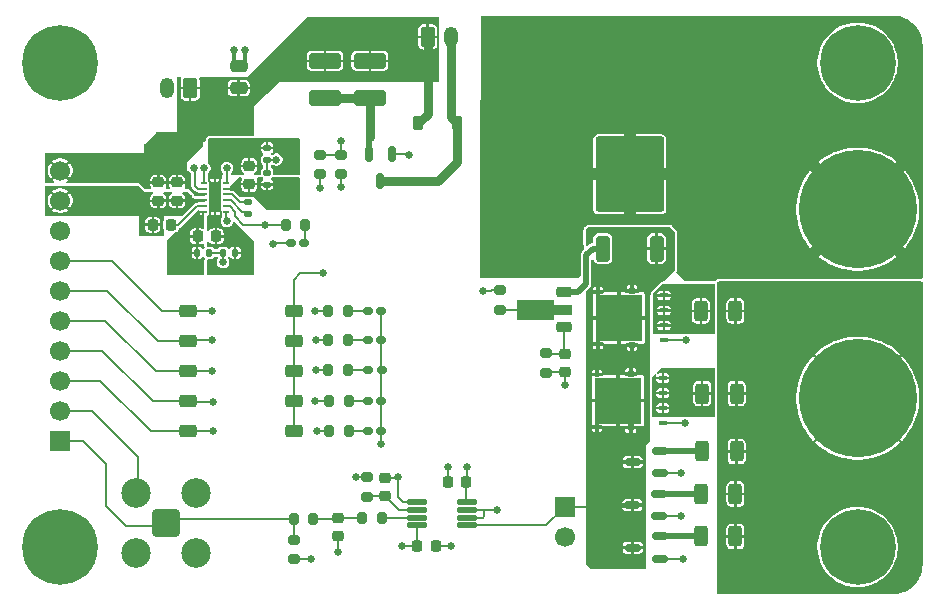
<source format=gbr>
%TF.GenerationSoftware,KiCad,Pcbnew,9.0.6*%
%TF.CreationDate,2026-02-07T23:32:21+00:00*%
%TF.ProjectId,vccs,76636373-2e6b-4696-9361-645f70636258,rev?*%
%TF.SameCoordinates,Original*%
%TF.FileFunction,Copper,L1,Top*%
%TF.FilePolarity,Positive*%
%FSLAX46Y46*%
G04 Gerber Fmt 4.6, Leading zero omitted, Abs format (unit mm)*
G04 Created by KiCad (PCBNEW 9.0.6) date 2026-02-07 23:32:21*
%MOMM*%
%LPD*%
G01*
G04 APERTURE LIST*
G04 Aperture macros list*
%AMRoundRect*
0 Rectangle with rounded corners*
0 $1 Rounding radius*
0 $2 $3 $4 $5 $6 $7 $8 $9 X,Y pos of 4 corners*
0 Add a 4 corners polygon primitive as box body*
4,1,4,$2,$3,$4,$5,$6,$7,$8,$9,$2,$3,0*
0 Add four circle primitives for the rounded corners*
1,1,$1+$1,$2,$3*
1,1,$1+$1,$4,$5*
1,1,$1+$1,$6,$7*
1,1,$1+$1,$8,$9*
0 Add four rect primitives between the rounded corners*
20,1,$1+$1,$2,$3,$4,$5,0*
20,1,$1+$1,$4,$5,$6,$7,0*
20,1,$1+$1,$6,$7,$8,$9,0*
20,1,$1+$1,$8,$9,$2,$3,0*%
%AMFreePoly0*
4,1,9,3.862500,-0.866500,0.737500,-0.866500,0.737500,-0.450000,-0.737500,-0.450000,-0.737500,0.450000,0.737500,0.450000,0.737500,0.866500,3.862500,0.866500,3.862500,-0.866500,3.862500,-0.866500,$1*%
G04 Aperture macros list end*
%TA.AperFunction,ComponentPad*%
%ADD10C,0.800000*%
%TD*%
%TA.AperFunction,ComponentPad*%
%ADD11C,6.400000*%
%TD*%
%TA.AperFunction,SMDPad,CuDef*%
%ADD12RoundRect,0.250000X0.500000X0.300000X-0.500000X0.300000X-0.500000X-0.300000X0.500000X-0.300000X0*%
%TD*%
%TA.AperFunction,ComponentPad*%
%ADD13C,10.000000*%
%TD*%
%TA.AperFunction,SMDPad,CuDef*%
%ADD14R,4.000000X13.200000*%
%TD*%
%TA.AperFunction,SMDPad,CuDef*%
%ADD15RoundRect,0.250000X0.350000X-0.850000X0.350000X0.850000X-0.350000X0.850000X-0.350000X-0.850000X0*%
%TD*%
%TA.AperFunction,SMDPad,CuDef*%
%ADD16RoundRect,0.249997X2.650003X-2.950003X2.650003X2.950003X-2.650003X2.950003X-2.650003X-2.950003X0*%
%TD*%
%TA.AperFunction,SMDPad,CuDef*%
%ADD17RoundRect,0.102500X0.257500X0.102500X-0.257500X0.102500X-0.257500X-0.102500X0.257500X-0.102500X0*%
%TD*%
%TA.AperFunction,SMDPad,CuDef*%
%ADD18R,0.510000X0.585000*%
%TD*%
%TA.AperFunction,SMDPad,CuDef*%
%ADD19R,3.990000X3.960000*%
%TD*%
%TA.AperFunction,SMDPad,CuDef*%
%ADD20R,0.410000X0.470000*%
%TD*%
%TA.AperFunction,SMDPad,CuDef*%
%ADD21RoundRect,0.150000X0.512500X0.150000X-0.512500X0.150000X-0.512500X-0.150000X0.512500X-0.150000X0*%
%TD*%
%TA.AperFunction,SMDPad,CuDef*%
%ADD22RoundRect,0.225000X-0.225000X-0.375000X0.225000X-0.375000X0.225000X0.375000X-0.225000X0.375000X0*%
%TD*%
%TA.AperFunction,SMDPad,CuDef*%
%ADD23RoundRect,0.225000X-0.250000X0.225000X-0.250000X-0.225000X0.250000X-0.225000X0.250000X0.225000X0*%
%TD*%
%TA.AperFunction,SMDPad,CuDef*%
%ADD24RoundRect,0.200000X-0.200000X-0.275000X0.200000X-0.275000X0.200000X0.275000X-0.200000X0.275000X0*%
%TD*%
%TA.AperFunction,SMDPad,CuDef*%
%ADD25RoundRect,0.250000X0.475000X-0.250000X0.475000X0.250000X-0.475000X0.250000X-0.475000X-0.250000X0*%
%TD*%
%TA.AperFunction,SMDPad,CuDef*%
%ADD26RoundRect,0.160000X0.222500X0.160000X-0.222500X0.160000X-0.222500X-0.160000X0.222500X-0.160000X0*%
%TD*%
%TA.AperFunction,SMDPad,CuDef*%
%ADD27RoundRect,0.225000X0.225000X0.250000X-0.225000X0.250000X-0.225000X-0.250000X0.225000X-0.250000X0*%
%TD*%
%TA.AperFunction,SMDPad,CuDef*%
%ADD28RoundRect,0.250000X-0.312500X-0.625000X0.312500X-0.625000X0.312500X0.625000X-0.312500X0.625000X0*%
%TD*%
%TA.AperFunction,SMDPad,CuDef*%
%ADD29RoundRect,0.200000X0.275000X-0.200000X0.275000X0.200000X-0.275000X0.200000X-0.275000X-0.200000X0*%
%TD*%
%TA.AperFunction,SMDPad,CuDef*%
%ADD30RoundRect,0.225000X-0.225000X-0.250000X0.225000X-0.250000X0.225000X0.250000X-0.225000X0.250000X0*%
%TD*%
%TA.AperFunction,SMDPad,CuDef*%
%ADD31RoundRect,0.200000X-0.275000X0.200000X-0.275000X-0.200000X0.275000X-0.200000X0.275000X0.200000X0*%
%TD*%
%TA.AperFunction,SMDPad,CuDef*%
%ADD32RoundRect,0.062500X-0.187500X-0.062500X0.187500X-0.062500X0.187500X0.062500X-0.187500X0.062500X0*%
%TD*%
%TA.AperFunction,SMDPad,CuDef*%
%ADD33R,1.000000X2.650000*%
%TD*%
%TA.AperFunction,ComponentPad*%
%ADD34RoundRect,0.250000X-0.350000X-0.625000X0.350000X-0.625000X0.350000X0.625000X-0.350000X0.625000X0*%
%TD*%
%TA.AperFunction,ComponentPad*%
%ADD35O,1.200000X1.750000*%
%TD*%
%TA.AperFunction,SMDPad,CuDef*%
%ADD36RoundRect,0.135000X0.135000X0.185000X-0.135000X0.185000X-0.135000X-0.185000X0.135000X-0.185000X0*%
%TD*%
%TA.AperFunction,SMDPad,CuDef*%
%ADD37RoundRect,0.135000X0.185000X-0.135000X0.185000X0.135000X-0.185000X0.135000X-0.185000X-0.135000X0*%
%TD*%
%TA.AperFunction,SMDPad,CuDef*%
%ADD38RoundRect,0.225000X0.250000X-0.225000X0.250000X0.225000X-0.250000X0.225000X-0.250000X-0.225000X0*%
%TD*%
%TA.AperFunction,SMDPad,CuDef*%
%ADD39RoundRect,0.140000X-0.170000X0.140000X-0.170000X-0.140000X0.170000X-0.140000X0.170000X0.140000X0*%
%TD*%
%TA.AperFunction,ComponentPad*%
%ADD40RoundRect,0.250000X0.350000X0.625000X-0.350000X0.625000X-0.350000X-0.625000X0.350000X-0.625000X0*%
%TD*%
%TA.AperFunction,ComponentPad*%
%ADD41R,1.700000X1.700000*%
%TD*%
%TA.AperFunction,ComponentPad*%
%ADD42C,1.700000*%
%TD*%
%TA.AperFunction,ComponentPad*%
%ADD43RoundRect,0.200100X-0.949900X-0.949900X0.949900X-0.949900X0.949900X0.949900X-0.949900X0.949900X0*%
%TD*%
%TA.AperFunction,ComponentPad*%
%ADD44C,2.500000*%
%TD*%
%TA.AperFunction,SMDPad,CuDef*%
%ADD45RoundRect,0.150000X-0.150000X0.512500X-0.150000X-0.512500X0.150000X-0.512500X0.150000X0.512500X0*%
%TD*%
%TA.AperFunction,SMDPad,CuDef*%
%ADD46RoundRect,0.125000X-0.687500X-0.125000X0.687500X-0.125000X0.687500X0.125000X-0.687500X0.125000X0*%
%TD*%
%TA.AperFunction,SMDPad,CuDef*%
%ADD47RoundRect,0.160000X-0.222500X-0.160000X0.222500X-0.160000X0.222500X0.160000X-0.222500X0.160000X0*%
%TD*%
%TA.AperFunction,SMDPad,CuDef*%
%ADD48RoundRect,0.225000X0.425000X0.225000X-0.425000X0.225000X-0.425000X-0.225000X0.425000X-0.225000X0*%
%TD*%
%TA.AperFunction,SMDPad,CuDef*%
%ADD49FreePoly0,180.000000*%
%TD*%
%TA.AperFunction,SMDPad,CuDef*%
%ADD50RoundRect,0.250000X-1.100000X0.412500X-1.100000X-0.412500X1.100000X-0.412500X1.100000X0.412500X0*%
%TD*%
%TA.AperFunction,ViaPad*%
%ADD51C,0.650000*%
%TD*%
%TA.AperFunction,Conductor*%
%ADD52C,0.200000*%
%TD*%
%TA.AperFunction,Conductor*%
%ADD53C,0.500000*%
%TD*%
%TA.AperFunction,Conductor*%
%ADD54C,0.150000*%
%TD*%
%TA.AperFunction,Conductor*%
%ADD55C,0.300000*%
%TD*%
%TA.AperFunction,Conductor*%
%ADD56C,0.250000*%
%TD*%
%TA.AperFunction,Conductor*%
%ADD57C,0.800000*%
%TD*%
G04 APERTURE END LIST*
D10*
%TO.P,H2,1,1*%
%TO.N,unconnected-(H2-Pad1)_8*%
X147400000Y-58500000D03*
%TO.N,unconnected-(H2-Pad1)_7*%
X146697056Y-60197056D03*
%TO.N,unconnected-(H2-Pad1)_6*%
X146697056Y-56802944D03*
%TO.N,unconnected-(H2-Pad1)_5*%
X145000000Y-60900000D03*
D11*
%TO.N,unconnected-(H2-Pad1)_4*%
X145000000Y-58500000D03*
D10*
%TO.N,unconnected-(H2-Pad1)_3*%
X145000000Y-56100000D03*
%TO.N,unconnected-(H2-Pad1)_2*%
X143302944Y-60197056D03*
%TO.N,unconnected-(H2-Pad1)_1*%
X143302944Y-56802944D03*
%TO.N,unconnected-(H2-Pad1)*%
X142600000Y-58500000D03*
%TD*%
%TO.P,H1,1,1*%
%TO.N,unconnected-(H1-Pad1)_8*%
X79900000Y-58500000D03*
%TO.N,unconnected-(H1-Pad1)_7*%
X79197056Y-60197056D03*
%TO.N,unconnected-(H1-Pad1)_6*%
X79197056Y-56802944D03*
%TO.N,unconnected-(H1-Pad1)_5*%
X77500000Y-60900000D03*
D11*
%TO.N,unconnected-(H1-Pad1)_4*%
X77500000Y-58500000D03*
D10*
%TO.N,unconnected-(H1-Pad1)_3*%
X77500000Y-56100000D03*
%TO.N,unconnected-(H1-Pad1)_2*%
X75802944Y-60197056D03*
%TO.N,unconnected-(H1-Pad1)_1*%
X75802944Y-56802944D03*
%TO.N,unconnected-(H1-Pad1)*%
X75100000Y-58500000D03*
%TD*%
D12*
%TO.P,SW1,1*%
%TO.N,+5V*%
X97250000Y-89680000D03*
%TO.P,SW1,2*%
X97250000Y-87140000D03*
%TO.P,SW1,3*%
X97250000Y-84600000D03*
%TO.P,SW1,4*%
X97250000Y-82060000D03*
%TO.P,SW1,5*%
X97250000Y-79520000D03*
%TO.P,SW1,6*%
%TO.N,/SINK_SELECT4*%
X88350000Y-79520000D03*
%TO.P,SW1,7*%
%TO.N,/SINK_SELECT3*%
X88350000Y-82060000D03*
%TO.P,SW1,8*%
%TO.N,/SINK_SELECT2*%
X88350000Y-84600000D03*
%TO.P,SW1,9*%
%TO.N,/SINK_SELECT1*%
X88350000Y-87140000D03*
%TO.P,SW1,10*%
%TO.N,/SINK_SELECT0*%
X88350000Y-89680000D03*
%TD*%
D13*
%TO.P,J1,1,Pin_1*%
%TO.N,/sink/SINK_IN*%
X145000000Y-70900000D03*
%TD*%
%TO.P,J2,1,Pin_1*%
%TO.N,GND*%
X145000000Y-86900000D03*
%TD*%
D14*
%TO.P,HS1,1*%
%TO.N,/sink/SINK_IN*%
X119100000Y-69200000D03*
X132300000Y-69200000D03*
%TD*%
D15*
%TO.P,Q1,1,B*%
%TO.N,Net-(Q1-B)*%
X123420000Y-74240000D03*
D16*
%TO.P,Q1,2,C*%
%TO.N,/sink/SINK_IN*%
X125700000Y-67940000D03*
D15*
%TO.P,Q1,3,E*%
%TO.N,/sink/ISENSE*%
X127980000Y-74240000D03*
%TD*%
D17*
%TO.P,Q3,1,G*%
%TO.N,/SINK_SELECT0*%
X128615000Y-82005000D03*
%TO.P,Q3,2,S*%
%TO.N,Net-(Q3-S-Pad2)*%
X128615000Y-80735000D03*
%TO.P,Q3,3,S*%
X128615000Y-79465000D03*
%TO.P,Q3,4,S*%
X128615000Y-78195000D03*
D18*
%TO.P,Q3,5,D*%
%TO.N,/sink/ISENSE*%
X125900000Y-82372500D03*
X125900000Y-77827500D03*
D19*
X124820000Y-80100000D03*
D20*
X123030000Y-82315000D03*
X123030000Y-77885000D03*
%TD*%
D17*
%TO.P,Q4,1,G*%
%TO.N,/SINK_SELECT1*%
X128515000Y-89005000D03*
%TO.P,Q4,2,S*%
%TO.N,Net-(Q4-S-Pad2)*%
X128515000Y-87735000D03*
%TO.P,Q4,3,S*%
X128515000Y-86465000D03*
%TO.P,Q4,4,S*%
X128515000Y-85195000D03*
D18*
%TO.P,Q4,5,D*%
%TO.N,/sink/ISENSE*%
X125800000Y-89372500D03*
X125800000Y-84827500D03*
D19*
X124720000Y-87100000D03*
D20*
X122930000Y-89315000D03*
X122930000Y-84885000D03*
%TD*%
D21*
%TO.P,Q7,1,G*%
%TO.N,/SINK_SELECT4*%
X128237500Y-100500001D03*
%TO.P,Q7,2,S*%
%TO.N,Net-(Q7-S)*%
X128237500Y-98600001D03*
%TO.P,Q7,3,D*%
%TO.N,/sink/ISENSE*%
X125962500Y-99550001D03*
%TD*%
%TO.P,Q6,1,G*%
%TO.N,/SINK_SELECT3*%
X128200000Y-96900001D03*
%TO.P,Q6,2,S*%
%TO.N,Net-(Q6-S)*%
X128200000Y-95000001D03*
%TO.P,Q6,3,D*%
%TO.N,/sink/ISENSE*%
X125925000Y-95950001D03*
%TD*%
%TO.P,Q5,1,G*%
%TO.N,/SINK_SELECT2*%
X128237500Y-93250000D03*
%TO.P,Q5,2,S*%
%TO.N,Net-(Q5-S)*%
X128237500Y-91350000D03*
%TO.P,Q5,3,D*%
%TO.N,/sink/ISENSE*%
X125962500Y-92300000D03*
%TD*%
D22*
%TO.P,D1,1,K*%
%TO.N,+5V*%
X107800000Y-63600000D03*
%TO.P,D1,2,A*%
%TO.N,Net-(D1-A)*%
X111100000Y-63600000D03*
%TD*%
D23*
%TO.P,C13,1*%
%TO.N,+5V*%
X85800000Y-68625000D03*
%TO.P,C13,2*%
%TO.N,GND*%
X85800000Y-70175000D03*
%TD*%
D24*
%TO.P,R12,1*%
%TO.N,/SINK_SELECT1*%
X100275000Y-87100000D03*
%TO.P,R12,2*%
%TO.N,Net-(LD2-A)*%
X101925000Y-87100000D03*
%TD*%
D25*
%TO.P,C12,1*%
%TO.N,+5V*%
X92600000Y-60649999D03*
%TO.P,C12,2*%
%TO.N,GND*%
X92600000Y-58750001D03*
%TD*%
D26*
%TO.P,LD5,1,K*%
%TO.N,GND*%
X104672501Y-79500001D03*
%TO.P,LD5,2,A*%
%TO.N,Net-(LD5-A)*%
X103527499Y-79500001D03*
%TD*%
D27*
%TO.P,C7,1*%
%TO.N,GND*%
X90675000Y-73200000D03*
%TO.P,C7,2*%
%TO.N,-2V5*%
X89125000Y-73200000D03*
%TD*%
D28*
%TO.P,R9,1*%
%TO.N,Net-(Q6-S)*%
X131737500Y-95000000D03*
%TO.P,R9,2*%
%TO.N,GND*%
X134662500Y-95000000D03*
%TD*%
D29*
%TO.P,R22,1*%
%TO.N,+5V*%
X101300000Y-67925000D03*
%TO.P,R22,2*%
%TO.N,/FAN_EN*%
X101300000Y-66275000D03*
%TD*%
D30*
%TO.P,C5,1*%
%TO.N,-2V5*%
X107725000Y-99400000D03*
%TO.P,C5,2*%
%TO.N,GND*%
X109275000Y-99400000D03*
%TD*%
D26*
%TO.P,LD1,1,K*%
%TO.N,GND*%
X104672501Y-89699999D03*
%TO.P,LD1,2,A*%
%TO.N,Net-(LD1-A)*%
X103527499Y-89699999D03*
%TD*%
%TO.P,LD4,1,K*%
%TO.N,GND*%
X104672500Y-82000000D03*
%TO.P,LD4,2,A*%
%TO.N,Net-(LD4-A)*%
X103527498Y-82000000D03*
%TD*%
D10*
%TO.P,H3,1,1*%
%TO.N,unconnected-(H3-Pad1)*%
X75100000Y-99500000D03*
%TO.N,unconnected-(H3-Pad1)_1*%
X75802944Y-97802944D03*
%TO.N,unconnected-(H3-Pad1)_2*%
X75802944Y-101197056D03*
%TO.N,unconnected-(H3-Pad1)_3*%
X77500000Y-97100000D03*
D11*
%TO.N,unconnected-(H3-Pad1)_4*%
X77500000Y-99500000D03*
D10*
%TO.N,unconnected-(H3-Pad1)_5*%
X77500000Y-101900000D03*
%TO.N,unconnected-(H3-Pad1)_6*%
X79197056Y-97802944D03*
%TO.N,unconnected-(H3-Pad1)_7*%
X79197056Y-101197056D03*
%TO.N,unconnected-(H3-Pad1)_8*%
X79900000Y-99500000D03*
%TD*%
D24*
%TO.P,R5,1*%
%TO.N,/VCONTROL*%
X97275000Y-97100000D03*
%TO.P,R5,2*%
%TO.N,Net-(C3-Pad2)*%
X98925000Y-97100000D03*
%TD*%
%TO.P,R15,1*%
%TO.N,/SINK_SELECT4*%
X100175000Y-79500000D03*
%TO.P,R15,2*%
%TO.N,Net-(LD5-A)*%
X101825000Y-79500000D03*
%TD*%
D31*
%TO.P,R23,1*%
%TO.N,/FAN_EN*%
X99500000Y-66275000D03*
%TO.P,R23,2*%
%TO.N,GND*%
X99500000Y-67925000D03*
%TD*%
D32*
%TO.P,U3,1,PGOOD*%
%TO.N,/power/PGOOD*%
X89650000Y-68650000D03*
%TO.P,U3,2,FB+*%
%TO.N,Net-(U3-FB+)*%
X89650000Y-69150000D03*
%TO.P,U3,3,VIN*%
%TO.N,+5V*%
X89650000Y-69650000D03*
%TO.P,U3,4,GND*%
%TO.N,GND*%
X89650000Y-70150000D03*
%TO.P,U3,5,CP*%
%TO.N,Net-(U3-CP)*%
X89650000Y-70650000D03*
%TO.P,U3,6,OUT-*%
%TO.N,-2V5*%
X89650000Y-71150000D03*
%TO.P,U3,7,FB-*%
%TO.N,Net-(U3-FB-)*%
X91550000Y-71150000D03*
%TO.P,U3,8,EN-*%
%TO.N,+5V*%
X91550000Y-70650000D03*
%TO.P,U3,9,C-*%
%TO.N,Net-(U3-C-)*%
X91550000Y-70150000D03*
%TO.P,U3,10,C+*%
%TO.N,Net-(U3-C+)*%
X91550000Y-69650000D03*
%TO.P,U3,11,OUT+*%
%TO.N,+2V5*%
X91550000Y-69150000D03*
%TO.P,U3,12,EN+*%
%TO.N,+5V*%
X91550000Y-68650000D03*
D33*
%TO.P,U3,13,PAD*%
%TO.N,GND*%
X90600000Y-69900000D03*
%TD*%
D29*
%TO.P,R2,1*%
%TO.N,Net-(Q2-C)*%
X114700000Y-79425000D03*
%TO.P,R2,2*%
%TO.N,+5V*%
X114700000Y-77775000D03*
%TD*%
D34*
%TO.P,J3,1,Pin_1*%
%TO.N,+5V*%
X108599999Y-56300000D03*
D35*
%TO.P,J3,2,Pin_2*%
%TO.N,Net-(D1-A)*%
X110600000Y-56300000D03*
%TD*%
D36*
%TO.P,R20,1*%
%TO.N,Net-(U3-FB-)*%
X90109998Y-74600000D03*
%TO.P,R20,2*%
%TO.N,-2V5*%
X89090000Y-74600000D03*
%TD*%
D37*
%TO.P,R17,1*%
%TO.N,+2V5*%
X94999999Y-68809999D03*
%TO.P,R17,2*%
%TO.N,Net-(U3-FB+)*%
X94999999Y-67790001D03*
%TD*%
D38*
%TO.P,C6,1*%
%TO.N,+2V5*%
X93500000Y-68775000D03*
%TO.P,C6,2*%
%TO.N,GND*%
X93500000Y-67225000D03*
%TD*%
D36*
%TO.P,R19,1*%
%TO.N,GND*%
X92309998Y-74600000D03*
%TO.P,R19,2*%
%TO.N,Net-(U3-FB-)*%
X91290000Y-74600000D03*
%TD*%
D26*
%TO.P,LD2,1,K*%
%TO.N,GND*%
X104672501Y-87100000D03*
%TO.P,LD2,2,A*%
%TO.N,Net-(LD2-A)*%
X103527499Y-87100000D03*
%TD*%
D39*
%TO.P,C8,1*%
%TO.N,Net-(U3-C+)*%
X93400000Y-70320000D03*
%TO.P,C8,2*%
%TO.N,Net-(U3-C-)*%
X93400000Y-71280000D03*
%TD*%
D29*
%TO.P,R21,1*%
%TO.N,GND*%
X97300000Y-100525000D03*
%TO.P,R21,2*%
%TO.N,/VCONTROL*%
X97300000Y-98875000D03*
%TD*%
D26*
%TO.P,LD3,1,K*%
%TO.N,GND*%
X104697501Y-84540000D03*
%TO.P,LD3,2,A*%
%TO.N,Net-(LD3-A)*%
X103552499Y-84540000D03*
%TD*%
D28*
%TO.P,R10,1*%
%TO.N,Net-(Q7-S)*%
X131737500Y-98600000D03*
%TO.P,R10,2*%
%TO.N,GND*%
X134662500Y-98600000D03*
%TD*%
%TO.P,R6,1*%
%TO.N,Net-(Q3-S-Pad2)*%
X131737500Y-79499999D03*
%TO.P,R6,2*%
%TO.N,GND*%
X134662500Y-79499999D03*
%TD*%
D30*
%TO.P,C9,1*%
%TO.N,GND*%
X85325000Y-72200000D03*
%TO.P,C9,2*%
%TO.N,Net-(U3-CP)*%
X86875000Y-72200000D03*
%TD*%
D23*
%TO.P,C14,1*%
%TO.N,+5V*%
X87400000Y-68625000D03*
%TO.P,C14,2*%
%TO.N,GND*%
X87400000Y-70175000D03*
%TD*%
D40*
%TO.P,J5,1,Pin_1*%
%TO.N,+5V*%
X88500000Y-60650000D03*
D35*
%TO.P,J5,2,Pin_2*%
%TO.N,GND*%
X86499999Y-60650000D03*
%TD*%
D41*
%TO.P,J6,1,Pin_1*%
%TO.N,/VCONTROL*%
X77485000Y-90480000D03*
D42*
%TO.P,J6,2,Pin_2*%
%TO.N,GND*%
X77485000Y-87940000D03*
%TO.P,J6,3,Pin_3*%
%TO.N,/SINK_SELECT0*%
X77485000Y-85400001D03*
%TO.P,J6,4,Pin_4*%
%TO.N,/SINK_SELECT1*%
X77485000Y-82860000D03*
%TO.P,J6,5,Pin_5*%
%TO.N,/SINK_SELECT2*%
X77485000Y-80320000D03*
%TO.P,J6,6,Pin_6*%
%TO.N,/SINK_SELECT3*%
X77485000Y-77780000D03*
%TO.P,J6,7,Pin_7*%
%TO.N,/SINK_SELECT4*%
X77485000Y-75240000D03*
%TO.P,J6,8,Pin_8*%
%TO.N,/FAN_EN*%
X77485000Y-72699999D03*
%TO.P,J6,9,Pin_9*%
%TO.N,GND*%
X77485000Y-70160000D03*
%TO.P,J6,10,Pin_10*%
%TO.N,+5V*%
X77485000Y-67620000D03*
%TD*%
D43*
%TO.P,J4,1,In*%
%TO.N,/VCONTROL*%
X86460000Y-97460000D03*
D44*
%TO.P,J4,2,Ext*%
%TO.N,GND*%
X83920000Y-94920000D03*
X83920000Y-100000000D03*
X89000000Y-94920000D03*
X89000000Y-100000000D03*
%TD*%
D41*
%TO.P,J7,1,Pin_1*%
%TO.N,/sink/ISENSE*%
X120200000Y-96125000D03*
D42*
%TO.P,J7,2,Pin_2*%
%TO.N,GND*%
X120200000Y-98665000D03*
%TD*%
D29*
%TO.P,R3,1*%
%TO.N,Net-(U1A--)*%
X103500000Y-95225000D03*
%TO.P,R3,2*%
%TO.N,Net-(U1B--)*%
X103500000Y-93575000D03*
%TD*%
D45*
%TO.P,Q8,1,G*%
%TO.N,/FAN_EN*%
X105549999Y-66262500D03*
%TO.P,Q8,2,S*%
%TO.N,GND*%
X103650001Y-66262500D03*
%TO.P,Q8,3,D*%
%TO.N,Net-(D1-A)*%
X104600000Y-68537500D03*
%TD*%
D28*
%TO.P,R7,1*%
%TO.N,Net-(Q4-S-Pad2)*%
X131837500Y-86500000D03*
%TO.P,R7,2*%
%TO.N,GND*%
X134762500Y-86500000D03*
%TD*%
D37*
%TO.P,R18,1*%
%TO.N,Net-(U3-FB+)*%
X95000000Y-66709999D03*
%TO.P,R18,2*%
%TO.N,GND*%
X95000000Y-65690001D03*
%TD*%
D46*
%TO.P,U1,1*%
%TO.N,Net-(C1-Pad1)*%
X107687500Y-95725000D03*
%TO.P,U1,2,-*%
%TO.N,Net-(U1A--)*%
X107687500Y-96375000D03*
%TO.P,U1,3,+*%
%TO.N,Net-(U1A-+)*%
X107687500Y-97025000D03*
%TO.P,U1,4,V-*%
%TO.N,-2V5*%
X107687500Y-97675000D03*
%TO.P,U1,5,+*%
%TO.N,/sink/ISENSE*%
X111912500Y-97675000D03*
%TO.P,U1,6,-*%
%TO.N,Net-(U1B--)*%
X111912500Y-97025000D03*
%TO.P,U1,7*%
X111912500Y-96375000D03*
%TO.P,U1,8,V+*%
%TO.N,+2V5*%
X111912500Y-95725000D03*
%TD*%
D10*
%TO.P,H4,1,1*%
%TO.N,unconnected-(H4-Pad1)*%
X142600000Y-99500000D03*
%TO.N,unconnected-(H4-Pad1)_1*%
X143302944Y-97802944D03*
%TO.N,unconnected-(H4-Pad1)_2*%
X143302944Y-101197056D03*
%TO.N,unconnected-(H4-Pad1)_3*%
X145000000Y-97100000D03*
D11*
%TO.N,unconnected-(H4-Pad1)_4*%
X145000000Y-99500000D03*
D10*
%TO.N,unconnected-(H4-Pad1)_5*%
X145000000Y-101900000D03*
%TO.N,unconnected-(H4-Pad1)_6*%
X146697056Y-97802944D03*
%TO.N,unconnected-(H4-Pad1)_7*%
X146697056Y-101197056D03*
%TO.N,unconnected-(H4-Pad1)_8*%
X147400000Y-99500000D03*
%TD*%
D24*
%TO.P,R4,1*%
%TO.N,Net-(C3-Pad2)*%
X103075000Y-97000000D03*
%TO.P,R4,2*%
%TO.N,Net-(U1A-+)*%
X104725000Y-97000000D03*
%TD*%
D38*
%TO.P,C3,1*%
%TO.N,GND*%
X101000000Y-98575000D03*
%TO.P,C3,2*%
%TO.N,Net-(C3-Pad2)*%
X101000000Y-97025000D03*
%TD*%
D28*
%TO.P,R8,1*%
%TO.N,Net-(Q5-S)*%
X131837500Y-91400000D03*
%TO.P,R8,2*%
%TO.N,GND*%
X134762500Y-91400000D03*
%TD*%
D24*
%TO.P,R14,1*%
%TO.N,/SINK_SELECT3*%
X100175000Y-82000000D03*
%TO.P,R14,2*%
%TO.N,Net-(LD4-A)*%
X101825000Y-82000000D03*
%TD*%
D47*
%TO.P,LD6,1,K*%
%TO.N,/power/PGOOD*%
X97027500Y-73750000D03*
%TO.P,LD6,2,A*%
%TO.N,Net-(LD6-A)*%
X98172500Y-73750000D03*
%TD*%
D38*
%TO.P,C1,1*%
%TO.N,Net-(C1-Pad1)*%
X120200000Y-84675000D03*
%TO.P,C1,2*%
%TO.N,Net-(Q2-B)*%
X120200000Y-83125000D03*
%TD*%
D24*
%TO.P,R13,1*%
%TO.N,/SINK_SELECT2*%
X100200000Y-84540000D03*
%TO.P,R13,2*%
%TO.N,Net-(LD3-A)*%
X101850000Y-84540000D03*
%TD*%
D48*
%TO.P,Q2,1,B*%
%TO.N,Net-(Q2-B)*%
X120150000Y-80900000D03*
D49*
%TO.P,Q2,2,C*%
%TO.N,Net-(Q2-C)*%
X120062499Y-79400000D03*
D48*
%TO.P,Q2,3,E*%
%TO.N,Net-(Q1-B)*%
X120150000Y-77900000D03*
%TD*%
D24*
%TO.P,R11,1*%
%TO.N,/SINK_SELECT0*%
X100275000Y-89700000D03*
%TO.P,R11,2*%
%TO.N,Net-(LD1-A)*%
X101925000Y-89700000D03*
%TD*%
D50*
%TO.P,C11,1*%
%TO.N,+5V*%
X103700000Y-58337500D03*
%TO.P,C11,2*%
%TO.N,GND*%
X103700000Y-61462500D03*
%TD*%
D24*
%TO.P,R16,1*%
%TO.N,+5V*%
X96575000Y-72200000D03*
%TO.P,R16,2*%
%TO.N,Net-(LD6-A)*%
X98225000Y-72200000D03*
%TD*%
D29*
%TO.P,R1,1*%
%TO.N,Net-(C1-Pad1)*%
X118600000Y-84725000D03*
%TO.P,R1,2*%
%TO.N,Net-(Q2-B)*%
X118600000Y-83075000D03*
%TD*%
D50*
%TO.P,C10,1*%
%TO.N,+5V*%
X99900000Y-58337500D03*
%TO.P,C10,2*%
%TO.N,GND*%
X99900000Y-61462500D03*
%TD*%
D30*
%TO.P,C4,1*%
%TO.N,GND*%
X110325000Y-94000000D03*
%TO.P,C4,2*%
%TO.N,+2V5*%
X111875000Y-94000000D03*
%TD*%
D38*
%TO.P,C2,1*%
%TO.N,Net-(U1A--)*%
X105000000Y-95175000D03*
%TO.P,C2,2*%
%TO.N,Net-(C1-Pad1)*%
X105000000Y-93625000D03*
%TD*%
D51*
%TO.N,Net-(C1-Pad1)*%
X106100000Y-93600000D03*
X120200000Y-85800000D03*
%TO.N,GND*%
X93100000Y-57400000D03*
X93400000Y-75900000D03*
X92200000Y-57400000D03*
X99500000Y-69100000D03*
X104672501Y-90800000D03*
X103700000Y-64750001D03*
X110600000Y-99400000D03*
X97300000Y-65500000D03*
X98725000Y-100525000D03*
X101000000Y-99900000D03*
X110300000Y-92700000D03*
X93400000Y-74900000D03*
X97300000Y-66500000D03*
%TO.N,+2V5*%
X97300000Y-69600000D03*
X97300000Y-70600000D03*
X111900000Y-92700000D03*
%TO.N,-2V5*%
X106400000Y-99400000D03*
X87000000Y-75900000D03*
X87000000Y-74900000D03*
%TO.N,/sink/SINK_IN*%
X149500000Y-67000000D03*
X129250000Y-55000000D03*
X135000000Y-72250000D03*
X123500000Y-55000000D03*
X128500000Y-71750000D03*
X135000000Y-70250000D03*
X124500000Y-62000000D03*
X122500000Y-71750000D03*
X135000000Y-66250000D03*
X123500000Y-63000000D03*
X128500000Y-64000000D03*
X135000000Y-55000000D03*
X127500000Y-55000000D03*
X122500000Y-64000000D03*
X126500000Y-62000000D03*
X116500000Y-72500000D03*
X136000000Y-71250000D03*
X136000000Y-67250000D03*
X113750000Y-61250001D03*
X124500000Y-71750000D03*
X133250000Y-55000000D03*
X149500000Y-57250000D03*
X115500000Y-69500000D03*
X125500000Y-63000000D03*
X113750000Y-65000000D03*
X117750000Y-55000000D03*
X121500000Y-55000000D03*
X139000000Y-55000000D03*
X141000000Y-55000000D03*
X115500000Y-67500000D03*
X126500000Y-64000000D03*
X113750000Y-59250000D03*
X124500000Y-64000000D03*
X149500000Y-61250000D03*
X116500000Y-66500000D03*
X115750000Y-55000000D03*
X113750000Y-75250000D03*
X149500000Y-63000000D03*
X113750000Y-71000000D03*
X149500000Y-64999999D03*
X113750000Y-73250001D03*
X119750000Y-55000000D03*
X136000000Y-69250000D03*
X113750000Y-69000000D03*
X113750000Y-63250000D03*
X135000000Y-68250001D03*
X115500000Y-71500000D03*
X131250000Y-55000000D03*
X122500000Y-62000000D03*
X128500000Y-62000000D03*
X116500000Y-68500000D03*
X126500000Y-71750000D03*
X127500000Y-63000000D03*
X113750000Y-55000000D03*
X125500000Y-55000000D03*
X137000000Y-55000000D03*
X113750000Y-67000001D03*
X116500000Y-70499999D03*
X149500000Y-59249999D03*
%TO.N,/SINK_SELECT0*%
X90400000Y-89700000D03*
X99225000Y-89700000D03*
X130500000Y-82005000D03*
%TO.N,/SINK_SELECT1*%
X90400000Y-87200000D03*
X130385001Y-89000000D03*
X99100000Y-87100000D03*
%TO.N,/SINK_SELECT2*%
X130085001Y-93200000D03*
X90300000Y-84600000D03*
X99125000Y-84500000D03*
%TO.N,/SINK_SELECT3*%
X90300000Y-82000000D03*
X99125000Y-82000000D03*
X130085001Y-96900000D03*
%TO.N,/SINK_SELECT4*%
X90380000Y-79520000D03*
X130185001Y-100500000D03*
X99100000Y-79500000D03*
%TO.N,+5V*%
X94800000Y-72200000D03*
X99700000Y-76300000D03*
X113300000Y-77800000D03*
X91600000Y-67400000D03*
X101300000Y-69000000D03*
%TO.N,/power/PGOOD*%
X89700000Y-67400000D03*
X95500000Y-73800000D03*
%TO.N,Net-(U3-FB-)*%
X91600000Y-71900000D03*
X91290000Y-75390000D03*
%TO.N,Net-(U3-FB+)*%
X88849997Y-67400000D03*
X95800000Y-66700000D03*
%TO.N,Net-(U1B--)*%
X102500000Y-93575000D03*
X114475000Y-96375000D03*
%TO.N,/FAN_EN*%
X101300000Y-65100000D03*
X107000000Y-66300000D03*
%TD*%
D52*
%TO.N,Net-(LD1-A)*%
X101925000Y-89700000D02*
X103527499Y-89699999D01*
%TO.N,Net-(LD2-A)*%
X101925000Y-87100000D02*
X103527499Y-87100000D01*
%TO.N,Net-(LD3-A)*%
X101850000Y-84540000D02*
X103552499Y-84540000D01*
%TO.N,Net-(LD4-A)*%
X101825000Y-82000000D02*
X103527498Y-82000000D01*
%TO.N,Net-(LD5-A)*%
X101825000Y-79500000D02*
X103527499Y-79500001D01*
D53*
%TO.N,Net-(Q1-B)*%
X121300000Y-77900000D02*
X120150000Y-77900000D01*
X122000000Y-77200000D02*
X121300000Y-77900000D01*
X122560000Y-74240000D02*
X122000000Y-74800000D01*
X123420000Y-74240000D02*
X122560000Y-74240000D01*
X122000000Y-74800000D02*
X122000000Y-77200000D01*
D54*
%TO.N,GND*%
X90600000Y-70600000D02*
X90150000Y-71050000D01*
X90150000Y-71050000D02*
X90150000Y-71650000D01*
X90600000Y-69700001D02*
X90600000Y-70600000D01*
X90600000Y-70600000D02*
X90600000Y-69800000D01*
X91074000Y-71074000D02*
X90600000Y-70600000D01*
X91074000Y-71574000D02*
X91074000Y-71074000D01*
X91050000Y-68550000D02*
X91050000Y-67950000D01*
X90600000Y-69000000D02*
X91050000Y-68550000D01*
X90600000Y-69900000D02*
X90600000Y-69000000D01*
X90600000Y-69000000D02*
X90600000Y-69800000D01*
X90126000Y-68526000D02*
X90600000Y-69000000D01*
X90126000Y-68026000D02*
X90126000Y-68526000D01*
D52*
%TO.N,Net-(C1-Pad1)*%
X118650000Y-84675000D02*
X118600000Y-84725000D01*
X106100000Y-93600000D02*
X106100000Y-95300000D01*
X120200000Y-84675000D02*
X118650000Y-84675000D01*
X106525000Y-95725000D02*
X107687500Y-95725000D01*
X120200000Y-84675000D02*
X120200000Y-85800000D01*
X106075000Y-93625000D02*
X105000000Y-93625000D01*
X106100000Y-93600000D02*
X106075000Y-93625000D01*
X106100000Y-95300000D02*
X106525000Y-95725000D01*
%TO.N,Net-(U1A--)*%
X105000000Y-95175000D02*
X103550000Y-95175000D01*
X105000000Y-95175000D02*
X106200000Y-96375000D01*
X106200000Y-96375000D02*
X107687500Y-96375000D01*
X103550000Y-95175000D02*
X103500000Y-95225000D01*
D55*
%TO.N,GND*%
X92600000Y-58750001D02*
X93100000Y-58250001D01*
D52*
X84060000Y-91860000D02*
X84060000Y-95160000D01*
D53*
X103700000Y-64750001D02*
X103650001Y-64800000D01*
D52*
X98725000Y-100525000D02*
X98800000Y-100600000D01*
X97300000Y-100525000D02*
X98725000Y-100525000D01*
X80140000Y-87940000D02*
X84060000Y-91860000D01*
D56*
X85825000Y-70150000D02*
X85800000Y-70175000D01*
D52*
X110325000Y-94000000D02*
X110325000Y-92725000D01*
D56*
X89650000Y-70150000D02*
X85825000Y-70150000D01*
D57*
X103700000Y-64750001D02*
X103700000Y-61462500D01*
D52*
X104672501Y-79500001D02*
X104672501Y-90800000D01*
D53*
X103650001Y-66262500D02*
X103612501Y-66300000D01*
D55*
X92200000Y-58350001D02*
X92600000Y-58750001D01*
D52*
X110325000Y-92725000D02*
X110300000Y-92700000D01*
X104672501Y-90800000D02*
X104672501Y-90872501D01*
X101000000Y-98475000D02*
X101000000Y-99900000D01*
D53*
X103650001Y-64800000D02*
X103650001Y-66262500D01*
D57*
X99900000Y-61462500D02*
X103700000Y-61462500D01*
D52*
X77485000Y-87940000D02*
X80140000Y-87940000D01*
X99500000Y-67925000D02*
X99500000Y-69100000D01*
D55*
X92200000Y-57400000D02*
X92200000Y-58350001D01*
D52*
X109275000Y-99400000D02*
X110600000Y-99400000D01*
D55*
X93100000Y-58250001D02*
X93100000Y-57400000D01*
D52*
%TO.N,Net-(C3-Pad2)*%
X101200000Y-97000000D02*
X103075000Y-97000000D01*
X101175000Y-97025000D02*
X101200000Y-97000000D01*
X101000000Y-97025000D02*
X101175000Y-97025000D01*
X98925000Y-97100000D02*
X100925000Y-97100000D01*
X100925000Y-97100000D02*
X101000000Y-97025000D01*
%TO.N,+2V5*%
X111900000Y-94024999D02*
X111900000Y-92700000D01*
X111875000Y-94000000D02*
X111875000Y-95687500D01*
X92275000Y-68775000D02*
X93500000Y-68775000D01*
X91900000Y-69150000D02*
X92275000Y-68775000D01*
X91550000Y-69150000D02*
X91900000Y-69150000D01*
X111875000Y-95687500D02*
X111912500Y-95725000D01*
%TO.N,-2V5*%
X89150000Y-71150000D02*
X89100000Y-71200000D01*
X89600000Y-71200000D02*
X89600000Y-71900000D01*
X107725000Y-99400000D02*
X107725000Y-97712500D01*
X107725000Y-97712500D02*
X107687500Y-97675000D01*
X107724999Y-99400000D02*
X106400000Y-99400000D01*
X89650000Y-71150000D02*
X89150000Y-71150000D01*
X89650000Y-71150000D02*
X89600000Y-71200000D01*
%TO.N,Net-(U3-C+)*%
X92720000Y-70320000D02*
X93400000Y-70320000D01*
X91550000Y-69650000D02*
X92050000Y-69650000D01*
X92050000Y-69650000D02*
X92720000Y-70320000D01*
%TO.N,Net-(U3-C-)*%
X91917100Y-70150000D02*
X91550000Y-70150000D01*
X92883550Y-71116450D02*
X93236450Y-71116450D01*
X93236450Y-71116450D02*
X93400000Y-71280000D01*
X92883550Y-71116450D02*
X91917100Y-70150000D01*
%TO.N,Net-(U3-CP)*%
X89650000Y-70650000D02*
X89050000Y-70650000D01*
X89050000Y-70650000D02*
X87500000Y-72200000D01*
X87500000Y-72200000D02*
X86875000Y-72200000D01*
%TO.N,/SINK_SELECT0*%
X85180000Y-89680000D02*
X88350000Y-89680000D01*
X80900001Y-85400001D02*
X85180000Y-89680000D01*
X77485000Y-85400001D02*
X80900001Y-85400001D01*
X128614999Y-82005000D02*
X130500000Y-82005000D01*
X88370000Y-89700000D02*
X90400000Y-89700000D01*
X100300000Y-89700000D02*
X99225000Y-89700000D01*
%TO.N,/SINK_SELECT1*%
X81060000Y-82860000D02*
X85340000Y-87140000D01*
X77485000Y-82860000D02*
X81060000Y-82860000D01*
X128500000Y-89000000D02*
X130385001Y-89000000D01*
X100200000Y-87100000D02*
X100300000Y-87200000D01*
X85340000Y-87140000D02*
X88350000Y-87140000D01*
X99100000Y-87100000D02*
X100200000Y-87100000D01*
X88370000Y-87200000D02*
X90400000Y-87200000D01*
%TO.N,/SINK_SELECT2*%
X88270000Y-84600000D02*
X90300000Y-84600000D01*
X81320000Y-80320000D02*
X85600000Y-84600000D01*
X100200000Y-84500000D02*
X99125000Y-84500000D01*
X85600000Y-84600000D02*
X88350000Y-84600000D01*
X77485000Y-80320000D02*
X81320000Y-80320000D01*
X128200000Y-93200000D02*
X130085001Y-93200000D01*
D53*
%TO.N,Net-(Q5-S)*%
X131787501Y-91350001D02*
X131837500Y-91400000D01*
X128237500Y-91350001D02*
X131787501Y-91350001D01*
%TO.N,Net-(Q6-S)*%
X131737498Y-95000002D02*
X131737500Y-95000000D01*
X128200000Y-95000002D02*
X131737498Y-95000002D01*
D52*
%TO.N,/SINK_SELECT3*%
X81480000Y-77780000D02*
X85760000Y-82060000D01*
X77485000Y-77780000D02*
X81480000Y-77780000D01*
X88270000Y-82000000D02*
X90300000Y-82000000D01*
X100200000Y-82000000D02*
X99125000Y-82000000D01*
X128200000Y-96900000D02*
X130085001Y-96900000D01*
X85760000Y-82060000D02*
X88350000Y-82060000D01*
%TO.N,/SINK_SELECT4*%
X100175000Y-79500000D02*
X99100000Y-79500000D01*
X77485000Y-75240000D02*
X81840000Y-75240000D01*
X128300000Y-100500000D02*
X130185001Y-100500000D01*
X86120000Y-79520000D02*
X88350000Y-79520000D01*
X88350000Y-79520000D02*
X90380000Y-79520000D01*
X81840000Y-75240000D02*
X86120000Y-79520000D01*
D53*
%TO.N,Net-(Q7-S)*%
X128237500Y-98600002D02*
X131737498Y-98600002D01*
X131737498Y-98600002D02*
X131737500Y-98600000D01*
D57*
%TO.N,+5V*%
X108599999Y-56300000D02*
X108600001Y-56300002D01*
D52*
X101300000Y-67925000D02*
X101300000Y-69000000D01*
X92300000Y-71100000D02*
X92300000Y-71500000D01*
X97800000Y-76300000D02*
X97250000Y-76850000D01*
X113950000Y-77800000D02*
X113975000Y-77775000D01*
X94800000Y-72200000D02*
X96575000Y-72200000D01*
X99700000Y-76300000D02*
X97800000Y-76300000D01*
X93000000Y-72200000D02*
X94800000Y-72200000D01*
X113300000Y-77800000D02*
X113950000Y-77800000D01*
X91550000Y-70650000D02*
X91850000Y-70650000D01*
X91850000Y-70650000D02*
X92300000Y-71100000D01*
D57*
X108600001Y-56300002D02*
X108600001Y-62799999D01*
D52*
X97250000Y-76850000D02*
X97250000Y-89680000D01*
X91600000Y-67400000D02*
X91600000Y-68600000D01*
D56*
X89650000Y-69650000D02*
X88925000Y-69650000D01*
D52*
X113975000Y-77775000D02*
X114700000Y-77775000D01*
D57*
X108600001Y-62799999D02*
X107800000Y-63600000D01*
D52*
X91600000Y-68600000D02*
X91550000Y-68650000D01*
X92300000Y-71500000D02*
X93000000Y-72200000D01*
%TO.N,Net-(U1A-+)*%
X104725000Y-97000000D02*
X107662500Y-97000000D01*
X107662500Y-97000000D02*
X107687500Y-97025000D01*
%TO.N,/VCONTROL*%
X97275000Y-97100000D02*
X97275000Y-98850000D01*
X86600000Y-97700000D02*
X86700000Y-97700000D01*
X86600000Y-97700000D02*
X83100000Y-97700000D01*
X79380000Y-90480000D02*
X77485000Y-90480000D01*
X86700000Y-97700000D02*
X87300000Y-97100000D01*
X97275000Y-98850000D02*
X97300000Y-98875000D01*
X87300000Y-97100000D02*
X97275000Y-97100000D01*
X83100000Y-97700000D02*
X81400000Y-96000000D01*
X81400000Y-92500000D02*
X79380000Y-90480000D01*
X81400000Y-96000000D02*
X81400000Y-92500000D01*
%TO.N,/power/PGOOD*%
X89700000Y-67400000D02*
X89650000Y-67450000D01*
X97027500Y-73750000D02*
X95550000Y-73750000D01*
X95550000Y-73750000D02*
X95500000Y-73800000D01*
X89650000Y-67450000D02*
X89650000Y-68650000D01*
%TO.N,Net-(U3-FB-)*%
X91550000Y-71850000D02*
X91550000Y-71150000D01*
X91600000Y-71900000D02*
X91550000Y-71850000D01*
X91290000Y-74600000D02*
X91290000Y-75390000D01*
X90109998Y-74600000D02*
X91290000Y-74600000D01*
%TO.N,Net-(U3-FB+)*%
X88900000Y-68900000D02*
X89150000Y-69150000D01*
X94999999Y-67790001D02*
X95000000Y-66709999D01*
X95000000Y-66709999D02*
X95790001Y-66709999D01*
X88849997Y-67400000D02*
X88900000Y-67450003D01*
X95790001Y-66709999D02*
X95800000Y-66700000D01*
X88900000Y-67450003D02*
X88900000Y-68900000D01*
X89150000Y-69150000D02*
X89650000Y-69150000D01*
%TO.N,Net-(U1B--)*%
X111912500Y-96375000D02*
X114475000Y-96375000D01*
X113275000Y-97025000D02*
X111912500Y-97025000D01*
X113400000Y-96900000D02*
X113275000Y-97025000D01*
X113275000Y-96375000D02*
X113400000Y-96500000D01*
X103500000Y-93575000D02*
X102500000Y-93575000D01*
X111912500Y-96375000D02*
X113275000Y-96375000D01*
X113400000Y-96500000D02*
X113400000Y-96900000D01*
D57*
%TO.N,Net-(D1-A)*%
X110600000Y-56300000D02*
X110600002Y-56300002D01*
X110600002Y-63100002D02*
X111100000Y-63600000D01*
X111100000Y-66900000D02*
X111100000Y-63600000D01*
X110600002Y-56300002D02*
X110600002Y-63100002D01*
X104600000Y-68537500D02*
X109462500Y-68537500D01*
X109462500Y-68537500D02*
X111100000Y-66900000D01*
D52*
%TO.N,/FAN_EN*%
X101300000Y-66275000D02*
X101300000Y-65100000D01*
X99500000Y-66275000D02*
X101300000Y-66275000D01*
X105549999Y-66262500D02*
X106962500Y-66262500D01*
X106962500Y-66262500D02*
X107000000Y-66300000D01*
%TO.N,Net-(Q2-B)*%
X118650000Y-83125000D02*
X118600000Y-83075000D01*
X120150000Y-83075000D02*
X120200000Y-83125000D01*
X120200000Y-83125000D02*
X118650000Y-83125000D01*
X120150000Y-80900000D02*
X120150000Y-83075000D01*
%TO.N,Net-(Q2-C)*%
X114700000Y-79425000D02*
X120037499Y-79425000D01*
X120037499Y-79425000D02*
X120062499Y-79400000D01*
%TO.N,Net-(LD6-A)*%
X98225000Y-73697500D02*
X98172500Y-73750000D01*
X98225000Y-72200000D02*
X98225000Y-73697500D01*
%TO.N,/sink/ISENSE*%
X120200000Y-96125000D02*
X118650000Y-97675000D01*
X118650000Y-97675000D02*
X111912500Y-97675000D01*
X125750001Y-96125000D02*
X125925000Y-95950001D01*
X120200000Y-96125000D02*
X125750001Y-96125000D01*
%TD*%
%TA.AperFunction,Conductor*%
%TO.N,+5V*%
G36*
X109559191Y-54618907D02*
G01*
X109595155Y-54668407D01*
X109600000Y-54699000D01*
X109600000Y-60001000D01*
X109581093Y-60059191D01*
X109531593Y-60095155D01*
X109501000Y-60100000D01*
X96099998Y-60100000D01*
X93900001Y-62199998D01*
X93900000Y-62200000D01*
X93900000Y-64595500D01*
X93881093Y-64653691D01*
X93831593Y-64689655D01*
X93801000Y-64694500D01*
X90141008Y-64694500D01*
X90130258Y-64694922D01*
X90124876Y-64695134D01*
X90111331Y-64696200D01*
X90109396Y-64696353D01*
X90109393Y-64696353D01*
X90109392Y-64696354D01*
X90032230Y-64718115D01*
X90032224Y-64718117D01*
X89977708Y-64745894D01*
X89925699Y-64783681D01*
X89883666Y-64825714D01*
X89872739Y-64837534D01*
X89862641Y-64849357D01*
X89837521Y-64894212D01*
X89823465Y-64919313D01*
X89821298Y-64925980D01*
X89818114Y-64932231D01*
X89804405Y-64966407D01*
X89802988Y-64987396D01*
X89801370Y-64997609D01*
X89801370Y-64997613D01*
X89794500Y-65041006D01*
X89794500Y-65101000D01*
X89775593Y-65159191D01*
X89726093Y-65195155D01*
X89695500Y-65200000D01*
X87400000Y-65200000D01*
X87400000Y-59799000D01*
X87418907Y-59740809D01*
X87468407Y-59704845D01*
X87499000Y-59700000D01*
X87647441Y-59700000D01*
X87705632Y-59718907D01*
X87741596Y-59768407D01*
X87741596Y-59829593D01*
X87740886Y-59831697D01*
X87702850Y-59940398D01*
X87700000Y-59970788D01*
X87700000Y-60549999D01*
X87700001Y-60550000D01*
X88138566Y-60550000D01*
X88125000Y-60600630D01*
X88125000Y-60699370D01*
X88138566Y-60750000D01*
X87700002Y-60750000D01*
X87700001Y-60750001D01*
X87700001Y-61329203D01*
X87702850Y-61359600D01*
X87702850Y-61359602D01*
X87747654Y-61487647D01*
X87828207Y-61596790D01*
X87828209Y-61596792D01*
X87937352Y-61677345D01*
X88065398Y-61722149D01*
X88095789Y-61724999D01*
X88399998Y-61724999D01*
X88400000Y-61724998D01*
X88400000Y-61011433D01*
X88450630Y-61025000D01*
X88549370Y-61025000D01*
X88600000Y-61011433D01*
X88600000Y-61724998D01*
X88600001Y-61724999D01*
X88904203Y-61724999D01*
X88934600Y-61722149D01*
X88934602Y-61722149D01*
X89062647Y-61677345D01*
X89171790Y-61596792D01*
X89171792Y-61596790D01*
X89252345Y-61487647D01*
X89297149Y-61359601D01*
X89299999Y-61329211D01*
X89300000Y-61329210D01*
X89300000Y-60750001D01*
X89299999Y-60750000D01*
X91675001Y-60750000D01*
X91675001Y-60954202D01*
X91677850Y-60984599D01*
X91677850Y-60984601D01*
X91722654Y-61112646D01*
X91803207Y-61221789D01*
X91803209Y-61221791D01*
X91912352Y-61302344D01*
X92040398Y-61347148D01*
X92070789Y-61349998D01*
X92499998Y-61349998D01*
X92500000Y-61349997D01*
X92500000Y-60750000D01*
X92700000Y-60750000D01*
X92700000Y-61349997D01*
X92700001Y-61349998D01*
X93129203Y-61349998D01*
X93159600Y-61347148D01*
X93159602Y-61347148D01*
X93287647Y-61302344D01*
X93396790Y-61221791D01*
X93396792Y-61221789D01*
X93477345Y-61112646D01*
X93522149Y-60984600D01*
X93524999Y-60954210D01*
X93525000Y-60954209D01*
X93525000Y-60750000D01*
X93524999Y-60749999D01*
X92700001Y-60749999D01*
X92700000Y-60750000D01*
X92500000Y-60750000D01*
X92499999Y-60749999D01*
X91675002Y-60749999D01*
X91675001Y-60750000D01*
X89299999Y-60750000D01*
X88861434Y-60750000D01*
X88875000Y-60699370D01*
X88875000Y-60600630D01*
X88861434Y-60550000D01*
X89299998Y-60550000D01*
X89299999Y-60549999D01*
X89299999Y-60345787D01*
X91675000Y-60345787D01*
X91675000Y-60549998D01*
X91675001Y-60549999D01*
X92499999Y-60549999D01*
X92500000Y-60549998D01*
X92500000Y-59950000D01*
X92700000Y-59950000D01*
X92700000Y-60549998D01*
X92700001Y-60549999D01*
X93524998Y-60549999D01*
X93524999Y-60549998D01*
X93524999Y-60345795D01*
X93522149Y-60315398D01*
X93522149Y-60315396D01*
X93477345Y-60187351D01*
X93396792Y-60078208D01*
X93396790Y-60078206D01*
X93287647Y-59997653D01*
X93159601Y-59952849D01*
X93129211Y-59949999D01*
X92700001Y-59949999D01*
X92700000Y-59950000D01*
X92500000Y-59950000D01*
X92499999Y-59949999D01*
X92070796Y-59949999D01*
X92040399Y-59952849D01*
X92040397Y-59952849D01*
X91912352Y-59997653D01*
X91803209Y-60078206D01*
X91803207Y-60078208D01*
X91722654Y-60187351D01*
X91677850Y-60315397D01*
X91675000Y-60345787D01*
X89299999Y-60345787D01*
X89299999Y-59970796D01*
X89297149Y-59940399D01*
X89297149Y-59940397D01*
X89259114Y-59831697D01*
X89257742Y-59770527D01*
X89292586Y-59720233D01*
X89350338Y-59700025D01*
X89352559Y-59700000D01*
X93299999Y-59700000D01*
X93300000Y-59700000D01*
X94562499Y-58437501D01*
X98350001Y-58437501D01*
X98350001Y-58804203D01*
X98352850Y-58834600D01*
X98352850Y-58834602D01*
X98397654Y-58962647D01*
X98478207Y-59071790D01*
X98478209Y-59071792D01*
X98587352Y-59152345D01*
X98715398Y-59197149D01*
X98745789Y-59199999D01*
X99799998Y-59199999D01*
X99800000Y-59199998D01*
X99800000Y-58437501D01*
X100000000Y-58437501D01*
X100000000Y-59199998D01*
X100000001Y-59199999D01*
X101054203Y-59199999D01*
X101084600Y-59197149D01*
X101084602Y-59197149D01*
X101212647Y-59152345D01*
X101321790Y-59071792D01*
X101321792Y-59071790D01*
X101402345Y-58962647D01*
X101447149Y-58834601D01*
X101449999Y-58804211D01*
X101450000Y-58804210D01*
X101450000Y-58437501D01*
X102150001Y-58437501D01*
X102150001Y-58804203D01*
X102152850Y-58834600D01*
X102152850Y-58834602D01*
X102197654Y-58962647D01*
X102278207Y-59071790D01*
X102278209Y-59071792D01*
X102387352Y-59152345D01*
X102515398Y-59197149D01*
X102545789Y-59199999D01*
X103599998Y-59199999D01*
X103600000Y-59199998D01*
X103600000Y-58437501D01*
X103800000Y-58437501D01*
X103800000Y-59199998D01*
X103800001Y-59199999D01*
X104854203Y-59199999D01*
X104884600Y-59197149D01*
X104884602Y-59197149D01*
X105012647Y-59152345D01*
X105121790Y-59071792D01*
X105121792Y-59071790D01*
X105202345Y-58962647D01*
X105247149Y-58834601D01*
X105249999Y-58804211D01*
X105250000Y-58804210D01*
X105250000Y-58437501D01*
X105249999Y-58437500D01*
X103800001Y-58437500D01*
X103800000Y-58437501D01*
X103600000Y-58437501D01*
X103599999Y-58437500D01*
X102150002Y-58437500D01*
X102150001Y-58437501D01*
X101450000Y-58437501D01*
X101449999Y-58437500D01*
X100000001Y-58437500D01*
X100000000Y-58437501D01*
X99800000Y-58437501D01*
X99799999Y-58437500D01*
X98350002Y-58437500D01*
X98350001Y-58437501D01*
X94562499Y-58437501D01*
X95129212Y-57870788D01*
X98350000Y-57870788D01*
X98350000Y-58237499D01*
X98350001Y-58237500D01*
X99799999Y-58237500D01*
X99800000Y-58237499D01*
X99800000Y-57475001D01*
X100000000Y-57475001D01*
X100000000Y-58237499D01*
X100000001Y-58237500D01*
X101449998Y-58237500D01*
X101449999Y-58237499D01*
X101449999Y-57870796D01*
X101449998Y-57870788D01*
X102150000Y-57870788D01*
X102150000Y-58237499D01*
X102150001Y-58237500D01*
X103599999Y-58237500D01*
X103600000Y-58237499D01*
X103600000Y-57475001D01*
X103800000Y-57475001D01*
X103800000Y-58237499D01*
X103800001Y-58237500D01*
X105249998Y-58237500D01*
X105249999Y-58237499D01*
X105249999Y-57870796D01*
X105247149Y-57840399D01*
X105247149Y-57840397D01*
X105202345Y-57712352D01*
X105121792Y-57603209D01*
X105121790Y-57603207D01*
X105012647Y-57522654D01*
X104884601Y-57477850D01*
X104854211Y-57475000D01*
X103800001Y-57475000D01*
X103800000Y-57475001D01*
X103600000Y-57475001D01*
X103599999Y-57475000D01*
X102545796Y-57475000D01*
X102515399Y-57477850D01*
X102515397Y-57477850D01*
X102387352Y-57522654D01*
X102278209Y-57603207D01*
X102278207Y-57603209D01*
X102197654Y-57712352D01*
X102152850Y-57840398D01*
X102150000Y-57870788D01*
X101449998Y-57870788D01*
X101447149Y-57840399D01*
X101447149Y-57840397D01*
X101402345Y-57712352D01*
X101321792Y-57603209D01*
X101321790Y-57603207D01*
X101212647Y-57522654D01*
X101084601Y-57477850D01*
X101054211Y-57475000D01*
X100000001Y-57475000D01*
X100000000Y-57475001D01*
X99800000Y-57475001D01*
X99799999Y-57475000D01*
X98745796Y-57475000D01*
X98715399Y-57477850D01*
X98715397Y-57477850D01*
X98587352Y-57522654D01*
X98478209Y-57603207D01*
X98478207Y-57603209D01*
X98397654Y-57712352D01*
X98352850Y-57840398D01*
X98350000Y-57870788D01*
X95129212Y-57870788D01*
X97379212Y-55620788D01*
X107799999Y-55620788D01*
X107799999Y-56199999D01*
X107800000Y-56200000D01*
X108238565Y-56200000D01*
X108224999Y-56250630D01*
X108224999Y-56349370D01*
X108238565Y-56400000D01*
X107800001Y-56400000D01*
X107800000Y-56400001D01*
X107800000Y-56979203D01*
X107802849Y-57009600D01*
X107802849Y-57009602D01*
X107847653Y-57137647D01*
X107928206Y-57246790D01*
X107928208Y-57246792D01*
X108037351Y-57327345D01*
X108165397Y-57372149D01*
X108195788Y-57374999D01*
X108499997Y-57374999D01*
X108499999Y-57374998D01*
X108499999Y-56661433D01*
X108550629Y-56675000D01*
X108649369Y-56675000D01*
X108699999Y-56661433D01*
X108699999Y-57374998D01*
X108700000Y-57374999D01*
X109004202Y-57374999D01*
X109034599Y-57372149D01*
X109034601Y-57372149D01*
X109162646Y-57327345D01*
X109271789Y-57246792D01*
X109271791Y-57246790D01*
X109352344Y-57137647D01*
X109397148Y-57009601D01*
X109399998Y-56979211D01*
X109399999Y-56979210D01*
X109399999Y-56400001D01*
X109399998Y-56400000D01*
X108961433Y-56400000D01*
X108974999Y-56349370D01*
X108974999Y-56250630D01*
X108961433Y-56200000D01*
X109399997Y-56200000D01*
X109399998Y-56199999D01*
X109399998Y-55620796D01*
X109397148Y-55590399D01*
X109397148Y-55590397D01*
X109352344Y-55462352D01*
X109271791Y-55353209D01*
X109271789Y-55353207D01*
X109162646Y-55272654D01*
X109034600Y-55227850D01*
X109004210Y-55225000D01*
X108700000Y-55225000D01*
X108699999Y-55225001D01*
X108699999Y-55938566D01*
X108649369Y-55925000D01*
X108550629Y-55925000D01*
X108499999Y-55938566D01*
X108499999Y-55225001D01*
X108499998Y-55225000D01*
X108195795Y-55225000D01*
X108165398Y-55227850D01*
X108165396Y-55227850D01*
X108037351Y-55272654D01*
X107928208Y-55353207D01*
X107928206Y-55353209D01*
X107847653Y-55462352D01*
X107802849Y-55590398D01*
X107799999Y-55620788D01*
X97379212Y-55620788D01*
X98371004Y-54628996D01*
X98425521Y-54601219D01*
X98441008Y-54600000D01*
X109501000Y-54600000D01*
X109559191Y-54618907D01*
G37*
%TD.AperFunction*%
%TD*%
%TA.AperFunction,Conductor*%
%TO.N,GND*%
G36*
X150458691Y-77018907D02*
G01*
X150494655Y-77068407D01*
X150499500Y-77099000D01*
X150499500Y-100997015D01*
X150499319Y-101002993D01*
X150481637Y-101295304D01*
X150480196Y-101307171D01*
X150427948Y-101592278D01*
X150425087Y-101603886D01*
X150338855Y-101880615D01*
X150334616Y-101891793D01*
X150215652Y-102156119D01*
X150210096Y-102166704D01*
X150060147Y-102414751D01*
X150053356Y-102424590D01*
X149874600Y-102652755D01*
X149866673Y-102661704D01*
X149661704Y-102866673D01*
X149652755Y-102874600D01*
X149424590Y-103053356D01*
X149414751Y-103060147D01*
X149166704Y-103210096D01*
X149156119Y-103215652D01*
X148891793Y-103334616D01*
X148880615Y-103338855D01*
X148603886Y-103425087D01*
X148592278Y-103427948D01*
X148307171Y-103480196D01*
X148295304Y-103481637D01*
X148023993Y-103498048D01*
X148002991Y-103499319D01*
X147997015Y-103499500D01*
X133199000Y-103499500D01*
X133140809Y-103480593D01*
X133104845Y-103431093D01*
X133100000Y-103400500D01*
X133100000Y-98700001D01*
X133900001Y-98700001D01*
X133900001Y-99279203D01*
X133902850Y-99309600D01*
X133902850Y-99309602D01*
X133947654Y-99437647D01*
X134028207Y-99546790D01*
X134028209Y-99546792D01*
X134137352Y-99627345D01*
X134265398Y-99672149D01*
X134295789Y-99674999D01*
X134562498Y-99674999D01*
X134562500Y-99674998D01*
X134562500Y-98700001D01*
X134762500Y-98700001D01*
X134762500Y-99674998D01*
X134762501Y-99674999D01*
X135029203Y-99674999D01*
X135059600Y-99672149D01*
X135059602Y-99672149D01*
X135187647Y-99627345D01*
X135296790Y-99546792D01*
X135296792Y-99546790D01*
X135377345Y-99437647D01*
X135413981Y-99332944D01*
X141599500Y-99332944D01*
X141599500Y-99667056D01*
X141610233Y-99776033D01*
X141632248Y-99999555D01*
X141697431Y-100327253D01*
X141794414Y-100646967D01*
X141922273Y-100955645D01*
X141922286Y-100955672D01*
X142079773Y-101250312D01*
X142218993Y-101458667D01*
X142265399Y-101528118D01*
X142477357Y-101786390D01*
X142713610Y-102022643D01*
X142971882Y-102234601D01*
X143110783Y-102327412D01*
X143249687Y-102420226D01*
X143544327Y-102577713D01*
X143544346Y-102577723D01*
X143853024Y-102705582D01*
X143853026Y-102705582D01*
X143853032Y-102705585D01*
X144129376Y-102789412D01*
X144172749Y-102802569D01*
X144500441Y-102867751D01*
X144832944Y-102900500D01*
X144832947Y-102900500D01*
X145167053Y-102900500D01*
X145167056Y-102900500D01*
X145499559Y-102867751D01*
X145827251Y-102802569D01*
X146016857Y-102745052D01*
X146146967Y-102705585D01*
X146146969Y-102705583D01*
X146146976Y-102705582D01*
X146455654Y-102577723D01*
X146742147Y-102424590D01*
X146750312Y-102420226D01*
X146758506Y-102414751D01*
X147028118Y-102234601D01*
X147286390Y-102022643D01*
X147522643Y-101786390D01*
X147734601Y-101528118D01*
X147920224Y-101250315D01*
X148077723Y-100955654D01*
X148205582Y-100646976D01*
X148302569Y-100327251D01*
X148367751Y-99999559D01*
X148400500Y-99667056D01*
X148400500Y-99332944D01*
X148367751Y-99000441D01*
X148302569Y-98672749D01*
X148289412Y-98629376D01*
X148205585Y-98353032D01*
X148077726Y-98044354D01*
X148077723Y-98044346D01*
X148077713Y-98044327D01*
X147920226Y-97749687D01*
X147801935Y-97572654D01*
X147734601Y-97471882D01*
X147522643Y-97213610D01*
X147286390Y-96977357D01*
X147028118Y-96765399D01*
X146958667Y-96718993D01*
X146750312Y-96579773D01*
X146455672Y-96422286D01*
X146455660Y-96422280D01*
X146455654Y-96422277D01*
X146455649Y-96422274D01*
X146455645Y-96422273D01*
X146146967Y-96294414D01*
X145827253Y-96197431D01*
X145606777Y-96153576D01*
X145499559Y-96132249D01*
X145499557Y-96132248D01*
X145256491Y-96108308D01*
X145167056Y-96099500D01*
X144832944Y-96099500D01*
X144734700Y-96109176D01*
X144500444Y-96132248D01*
X144172746Y-96197431D01*
X143853032Y-96294414D01*
X143544354Y-96422273D01*
X143544327Y-96422286D01*
X143249687Y-96579773D01*
X142971880Y-96765400D01*
X142713615Y-96977352D01*
X142477352Y-97213615D01*
X142265400Y-97471880D01*
X142079773Y-97749687D01*
X141922286Y-98044327D01*
X141922273Y-98044354D01*
X141794414Y-98353032D01*
X141697431Y-98672746D01*
X141632248Y-99000444D01*
X141606655Y-99260292D01*
X141599500Y-99332944D01*
X135413981Y-99332944D01*
X135422149Y-99309601D01*
X135424999Y-99279211D01*
X135425000Y-99279210D01*
X135425000Y-98700001D01*
X135424999Y-98700000D01*
X134762501Y-98700000D01*
X134762500Y-98700001D01*
X134562500Y-98700001D01*
X134562499Y-98700000D01*
X133900002Y-98700000D01*
X133900001Y-98700001D01*
X133100000Y-98700001D01*
X133100000Y-97920788D01*
X133900000Y-97920788D01*
X133900000Y-98499999D01*
X133900001Y-98500000D01*
X134562499Y-98500000D01*
X134562500Y-98499999D01*
X134562500Y-97525001D01*
X134762500Y-97525001D01*
X134762500Y-98499999D01*
X134762501Y-98500000D01*
X135424998Y-98500000D01*
X135424999Y-98499999D01*
X135424999Y-97920796D01*
X135422149Y-97890399D01*
X135422149Y-97890397D01*
X135377345Y-97762352D01*
X135296792Y-97653209D01*
X135296790Y-97653207D01*
X135187647Y-97572654D01*
X135059601Y-97527850D01*
X135029211Y-97525000D01*
X134762501Y-97525000D01*
X134762500Y-97525001D01*
X134562500Y-97525001D01*
X134562499Y-97525000D01*
X134295796Y-97525000D01*
X134265399Y-97527850D01*
X134265397Y-97527850D01*
X134137352Y-97572654D01*
X134028209Y-97653207D01*
X134028207Y-97653209D01*
X133947654Y-97762352D01*
X133902850Y-97890398D01*
X133900000Y-97920788D01*
X133100000Y-97920788D01*
X133100000Y-95100001D01*
X133900001Y-95100001D01*
X133900001Y-95679203D01*
X133902850Y-95709600D01*
X133902850Y-95709602D01*
X133947654Y-95837647D01*
X134028207Y-95946790D01*
X134028209Y-95946792D01*
X134137352Y-96027345D01*
X134265398Y-96072149D01*
X134295789Y-96074999D01*
X134562498Y-96074999D01*
X134562500Y-96074998D01*
X134562500Y-95100001D01*
X134762500Y-95100001D01*
X134762500Y-96074998D01*
X134762501Y-96074999D01*
X135029203Y-96074999D01*
X135059600Y-96072149D01*
X135059602Y-96072149D01*
X135187647Y-96027345D01*
X135296790Y-95946792D01*
X135296792Y-95946790D01*
X135377345Y-95837647D01*
X135422149Y-95709601D01*
X135424999Y-95679211D01*
X135425000Y-95679210D01*
X135425000Y-95100001D01*
X135424999Y-95100000D01*
X134762501Y-95100000D01*
X134762500Y-95100001D01*
X134562500Y-95100001D01*
X134562499Y-95100000D01*
X133900002Y-95100000D01*
X133900001Y-95100001D01*
X133100000Y-95100001D01*
X133100000Y-94320788D01*
X133900000Y-94320788D01*
X133900000Y-94899999D01*
X133900001Y-94900000D01*
X134562499Y-94900000D01*
X134562500Y-94899999D01*
X134562500Y-93925001D01*
X134762500Y-93925001D01*
X134762500Y-94899999D01*
X134762501Y-94900000D01*
X135424998Y-94900000D01*
X135424999Y-94899999D01*
X135424999Y-94320796D01*
X135422149Y-94290399D01*
X135422149Y-94290397D01*
X135377345Y-94162352D01*
X135296792Y-94053209D01*
X135296790Y-94053207D01*
X135187647Y-93972654D01*
X135059601Y-93927850D01*
X135029211Y-93925000D01*
X134762501Y-93925000D01*
X134762500Y-93925001D01*
X134562500Y-93925001D01*
X134562499Y-93925000D01*
X134295796Y-93925000D01*
X134265399Y-93927850D01*
X134265397Y-93927850D01*
X134137352Y-93972654D01*
X134028209Y-94053207D01*
X134028207Y-94053209D01*
X133947654Y-94162352D01*
X133902850Y-94290398D01*
X133900000Y-94320788D01*
X133100000Y-94320788D01*
X133100000Y-91500001D01*
X134000001Y-91500001D01*
X134000001Y-92079203D01*
X134002850Y-92109600D01*
X134002850Y-92109602D01*
X134047654Y-92237647D01*
X134128207Y-92346790D01*
X134128209Y-92346792D01*
X134237352Y-92427345D01*
X134365398Y-92472149D01*
X134395789Y-92474999D01*
X134662498Y-92474999D01*
X134662500Y-92474998D01*
X134662500Y-91500001D01*
X134862500Y-91500001D01*
X134862500Y-92474998D01*
X134862501Y-92474999D01*
X135129203Y-92474999D01*
X135159600Y-92472149D01*
X135159602Y-92472149D01*
X135287647Y-92427345D01*
X135396790Y-92346792D01*
X135396792Y-92346790D01*
X135477345Y-92237647D01*
X135522149Y-92109601D01*
X135524999Y-92079211D01*
X135525000Y-92079210D01*
X135525000Y-91500001D01*
X135524999Y-91500000D01*
X134862501Y-91500000D01*
X134862500Y-91500001D01*
X134662500Y-91500001D01*
X134662499Y-91500000D01*
X134000002Y-91500000D01*
X134000001Y-91500001D01*
X133100000Y-91500001D01*
X133100000Y-90720788D01*
X134000000Y-90720788D01*
X134000000Y-91299999D01*
X134000001Y-91300000D01*
X134662499Y-91300000D01*
X134662500Y-91299999D01*
X134662500Y-90325001D01*
X134862500Y-90325001D01*
X134862500Y-91299999D01*
X134862501Y-91300000D01*
X135524998Y-91300000D01*
X135524999Y-91299999D01*
X135524999Y-90720796D01*
X135522149Y-90690399D01*
X135522148Y-90690393D01*
X135504290Y-90639357D01*
X135504289Y-90639356D01*
X135477344Y-90562352D01*
X135396792Y-90453209D01*
X135396790Y-90453207D01*
X135287647Y-90372654D01*
X135159601Y-90327850D01*
X135129211Y-90325000D01*
X134862501Y-90325000D01*
X134862500Y-90325001D01*
X134662500Y-90325001D01*
X134662499Y-90325000D01*
X134395796Y-90325000D01*
X134365399Y-90327850D01*
X134365397Y-90327850D01*
X134237352Y-90372654D01*
X134128209Y-90453207D01*
X134128207Y-90453209D01*
X134047654Y-90562352D01*
X134002850Y-90690398D01*
X134000000Y-90720788D01*
X133100000Y-90720788D01*
X133100000Y-86600001D01*
X134000001Y-86600001D01*
X134000001Y-87179203D01*
X134002850Y-87209600D01*
X134002850Y-87209602D01*
X134047654Y-87337647D01*
X134128207Y-87446790D01*
X134128209Y-87446792D01*
X134237352Y-87527345D01*
X134365398Y-87572149D01*
X134395789Y-87574999D01*
X134662498Y-87574999D01*
X134662500Y-87574998D01*
X134662500Y-86600001D01*
X134862500Y-86600001D01*
X134862500Y-87574998D01*
X134862501Y-87574999D01*
X135129203Y-87574999D01*
X135159600Y-87572149D01*
X135159602Y-87572149D01*
X135287647Y-87527345D01*
X135396790Y-87446792D01*
X135396792Y-87446790D01*
X135477345Y-87337647D01*
X135522149Y-87209601D01*
X135524999Y-87179211D01*
X135525000Y-87179210D01*
X135525000Y-86672954D01*
X139800000Y-86672954D01*
X139800000Y-87127045D01*
X139839574Y-87579376D01*
X139839574Y-87579381D01*
X139918422Y-88026551D01*
X139918423Y-88026554D01*
X140035943Y-88465148D01*
X140191247Y-88891841D01*
X140383152Y-89303386D01*
X140610179Y-89696609D01*
X140610193Y-89696631D01*
X140870625Y-90068566D01*
X140870637Y-90068582D01*
X141162495Y-90416405D01*
X141252333Y-90506243D01*
X142807967Y-88950608D01*
X142949390Y-89092031D01*
X141393756Y-90647666D01*
X141483594Y-90737504D01*
X141831417Y-91029362D01*
X141831433Y-91029374D01*
X142203368Y-91289806D01*
X142203390Y-91289820D01*
X142596613Y-91516847D01*
X143008158Y-91708752D01*
X143434851Y-91864056D01*
X143434850Y-91864056D01*
X143873445Y-91981576D01*
X143873448Y-91981577D01*
X144320620Y-92060425D01*
X144772955Y-92100000D01*
X145227045Y-92100000D01*
X145679376Y-92060425D01*
X145679381Y-92060425D01*
X146126551Y-91981577D01*
X146126554Y-91981576D01*
X146565148Y-91864056D01*
X146991841Y-91708752D01*
X147403386Y-91516847D01*
X147796609Y-91289820D01*
X147796631Y-91289806D01*
X148168566Y-91029374D01*
X148168582Y-91029362D01*
X148516411Y-90737499D01*
X148606244Y-90647666D01*
X147050609Y-89092031D01*
X147192032Y-88950609D01*
X148747666Y-90506243D01*
X148837499Y-90416411D01*
X149129362Y-90068582D01*
X149129374Y-90068566D01*
X149389806Y-89696631D01*
X149389820Y-89696609D01*
X149616847Y-89303386D01*
X149808752Y-88891841D01*
X149964056Y-88465148D01*
X150081576Y-88026554D01*
X150081577Y-88026551D01*
X150160425Y-87579381D01*
X150160425Y-87579376D01*
X150200000Y-87127045D01*
X150200000Y-86672954D01*
X150160425Y-86220623D01*
X150160425Y-86220618D01*
X150081577Y-85773448D01*
X150081576Y-85773445D01*
X149964056Y-85334851D01*
X149808752Y-84908158D01*
X149616847Y-84496613D01*
X149389820Y-84103390D01*
X149389806Y-84103368D01*
X149129374Y-83731433D01*
X149129362Y-83731417D01*
X148837504Y-83383594D01*
X148747666Y-83293756D01*
X147192031Y-84849390D01*
X147050608Y-84707967D01*
X148606243Y-83152333D01*
X148516405Y-83062495D01*
X148168582Y-82770637D01*
X148168566Y-82770625D01*
X147796631Y-82510193D01*
X147796609Y-82510179D01*
X147403386Y-82283152D01*
X146991841Y-82091247D01*
X146565148Y-81935943D01*
X146565149Y-81935943D01*
X146126554Y-81818423D01*
X146126551Y-81818422D01*
X145679379Y-81739574D01*
X145227045Y-81700000D01*
X144772955Y-81700000D01*
X144320623Y-81739574D01*
X144320618Y-81739574D01*
X143873448Y-81818422D01*
X143873445Y-81818423D01*
X143434851Y-81935943D01*
X143008158Y-82091247D01*
X142596613Y-82283152D01*
X142203390Y-82510179D01*
X142203368Y-82510193D01*
X141831433Y-82770625D01*
X141831417Y-82770637D01*
X141483588Y-83062500D01*
X141393755Y-83152332D01*
X142949391Y-84707968D01*
X142807968Y-84849391D01*
X141252332Y-83293755D01*
X141162500Y-83383588D01*
X140870637Y-83731417D01*
X140870625Y-83731433D01*
X140610193Y-84103368D01*
X140610179Y-84103390D01*
X140383152Y-84496613D01*
X140191247Y-84908158D01*
X140035943Y-85334851D01*
X139918423Y-85773445D01*
X139918422Y-85773448D01*
X139839574Y-86220618D01*
X139839574Y-86220623D01*
X139800000Y-86672954D01*
X135525000Y-86672954D01*
X135525000Y-86600001D01*
X135524999Y-86600000D01*
X134862501Y-86600000D01*
X134862500Y-86600001D01*
X134662500Y-86600001D01*
X134662499Y-86600000D01*
X134000002Y-86600000D01*
X134000001Y-86600001D01*
X133100000Y-86600001D01*
X133100000Y-85820788D01*
X134000000Y-85820788D01*
X134000000Y-86399999D01*
X134000001Y-86400000D01*
X134662499Y-86400000D01*
X134662500Y-86399999D01*
X134662500Y-85425001D01*
X134862500Y-85425001D01*
X134862500Y-86399999D01*
X134862501Y-86400000D01*
X135524998Y-86400000D01*
X135524999Y-86399999D01*
X135524999Y-85820796D01*
X135522149Y-85790399D01*
X135522149Y-85790397D01*
X135477345Y-85662352D01*
X135396792Y-85553209D01*
X135396790Y-85553207D01*
X135287647Y-85472654D01*
X135159601Y-85427850D01*
X135129211Y-85425000D01*
X134862501Y-85425000D01*
X134862500Y-85425001D01*
X134662500Y-85425001D01*
X134662499Y-85425000D01*
X134395796Y-85425000D01*
X134365399Y-85427850D01*
X134365397Y-85427850D01*
X134237352Y-85472654D01*
X134128209Y-85553207D01*
X134128207Y-85553209D01*
X134047654Y-85662352D01*
X134002850Y-85790398D01*
X134000000Y-85820788D01*
X133100000Y-85820788D01*
X133100000Y-79600000D01*
X133900001Y-79600000D01*
X133900001Y-80179202D01*
X133902850Y-80209599D01*
X133902850Y-80209601D01*
X133947654Y-80337646D01*
X134028207Y-80446789D01*
X134028209Y-80446791D01*
X134137352Y-80527344D01*
X134265398Y-80572148D01*
X134295789Y-80574998D01*
X134562498Y-80574998D01*
X134562500Y-80574997D01*
X134562500Y-79600000D01*
X134762500Y-79600000D01*
X134762500Y-80574997D01*
X134762501Y-80574998D01*
X135029203Y-80574998D01*
X135059600Y-80572148D01*
X135059602Y-80572148D01*
X135187647Y-80527344D01*
X135296790Y-80446791D01*
X135296792Y-80446789D01*
X135377345Y-80337646D01*
X135422149Y-80209600D01*
X135424999Y-80179210D01*
X135425000Y-80179209D01*
X135425000Y-79600000D01*
X135424999Y-79599999D01*
X134762501Y-79599999D01*
X134762500Y-79600000D01*
X134562500Y-79600000D01*
X134562499Y-79599999D01*
X133900002Y-79599999D01*
X133900001Y-79600000D01*
X133100000Y-79600000D01*
X133100000Y-78820787D01*
X133900000Y-78820787D01*
X133900000Y-79399998D01*
X133900001Y-79399999D01*
X134562499Y-79399999D01*
X134562500Y-79399998D01*
X134562500Y-78425000D01*
X134762500Y-78425000D01*
X134762500Y-79399998D01*
X134762501Y-79399999D01*
X135424998Y-79399999D01*
X135424999Y-79399998D01*
X135424999Y-78820795D01*
X135422149Y-78790398D01*
X135422149Y-78790396D01*
X135377345Y-78662351D01*
X135296792Y-78553208D01*
X135296790Y-78553206D01*
X135187647Y-78472653D01*
X135059601Y-78427849D01*
X135029211Y-78424999D01*
X134762501Y-78424999D01*
X134762500Y-78425000D01*
X134562500Y-78425000D01*
X134562499Y-78424999D01*
X134295796Y-78424999D01*
X134265399Y-78427849D01*
X134265397Y-78427849D01*
X134137352Y-78472653D01*
X134028209Y-78553206D01*
X134028207Y-78553208D01*
X133947654Y-78662351D01*
X133902850Y-78790397D01*
X133900000Y-78820787D01*
X133100000Y-78820787D01*
X133100000Y-77141008D01*
X133102468Y-77133410D01*
X133101219Y-77125521D01*
X133111743Y-77104865D01*
X133118907Y-77082817D01*
X133128996Y-77071004D01*
X133171004Y-77028996D01*
X133225521Y-77001219D01*
X133241008Y-77000000D01*
X150400500Y-77000000D01*
X150458691Y-77018907D01*
G37*
%TD.AperFunction*%
%TD*%
%TA.AperFunction,Conductor*%
%TO.N,Net-(Q3-S-Pad2)*%
G36*
X132853691Y-77218907D02*
G01*
X132889655Y-77268407D01*
X132894500Y-77299000D01*
X132894500Y-81401000D01*
X132875593Y-81459191D01*
X132826093Y-81495155D01*
X132795500Y-81500000D01*
X130658725Y-81500000D01*
X130633103Y-81496627D01*
X130604994Y-81489095D01*
X130569183Y-81479500D01*
X130430817Y-81479500D01*
X130395006Y-81489095D01*
X130366897Y-81496627D01*
X130341275Y-81500000D01*
X127799000Y-81500000D01*
X127740809Y-81481093D01*
X127704845Y-81431593D01*
X127700000Y-81401000D01*
X127700000Y-80835001D01*
X128055001Y-80835001D01*
X128055001Y-80882665D01*
X128057933Y-80907956D01*
X128103615Y-81011414D01*
X128183585Y-81091384D01*
X128287045Y-81137066D01*
X128312330Y-81139999D01*
X128514998Y-81139999D01*
X128515000Y-81139998D01*
X128515000Y-80835001D01*
X128715000Y-80835001D01*
X128715000Y-81139998D01*
X128715001Y-81139999D01*
X128917663Y-81139999D01*
X128917665Y-81139998D01*
X128942956Y-81137066D01*
X129046414Y-81091384D01*
X129126384Y-81011414D01*
X129172066Y-80907954D01*
X129174999Y-80882671D01*
X129175000Y-80882669D01*
X129175000Y-80835001D01*
X129174999Y-80835000D01*
X128715001Y-80835000D01*
X128715000Y-80835001D01*
X128515000Y-80835001D01*
X128514999Y-80835000D01*
X128055002Y-80835000D01*
X128055001Y-80835001D01*
X127700000Y-80835001D01*
X127700000Y-80587328D01*
X128055000Y-80587328D01*
X128055000Y-80634999D01*
X128055001Y-80635000D01*
X128514999Y-80635000D01*
X128515000Y-80634999D01*
X128515000Y-80330001D01*
X128715000Y-80330001D01*
X128715000Y-80634999D01*
X128715001Y-80635000D01*
X129174998Y-80635000D01*
X129174999Y-80634999D01*
X129174999Y-80587337D01*
X129174998Y-80587334D01*
X129172066Y-80562043D01*
X129126384Y-80458585D01*
X129046414Y-80378615D01*
X128942954Y-80332933D01*
X128917671Y-80330000D01*
X128715001Y-80330000D01*
X128715000Y-80330001D01*
X128515000Y-80330001D01*
X128514999Y-80330000D01*
X128312338Y-80330000D01*
X128312333Y-80330001D01*
X128287043Y-80332933D01*
X128183585Y-80378615D01*
X128103615Y-80458585D01*
X128057933Y-80562045D01*
X128055000Y-80587328D01*
X127700000Y-80587328D01*
X127700000Y-79565001D01*
X128055001Y-79565001D01*
X128055001Y-79612665D01*
X128057933Y-79637956D01*
X128103615Y-79741414D01*
X128183585Y-79821384D01*
X128287045Y-79867066D01*
X128312330Y-79869999D01*
X128514998Y-79869999D01*
X128515000Y-79869998D01*
X128515000Y-79565001D01*
X128715000Y-79565001D01*
X128715000Y-79869998D01*
X128715001Y-79869999D01*
X128917663Y-79869999D01*
X128917665Y-79869998D01*
X128942956Y-79867066D01*
X129046414Y-79821384D01*
X129126384Y-79741414D01*
X129172066Y-79637954D01*
X129174999Y-79612671D01*
X129175000Y-79612669D01*
X129175000Y-79600000D01*
X130975001Y-79600000D01*
X130975001Y-80179202D01*
X130977850Y-80209599D01*
X130977850Y-80209601D01*
X131022654Y-80337646D01*
X131103207Y-80446789D01*
X131103209Y-80446791D01*
X131212352Y-80527344D01*
X131340398Y-80572148D01*
X131370789Y-80574998D01*
X131637498Y-80574998D01*
X131637500Y-80574997D01*
X131637500Y-79600000D01*
X131837500Y-79600000D01*
X131837500Y-80574997D01*
X131837501Y-80574998D01*
X132104203Y-80574998D01*
X132134600Y-80572148D01*
X132134602Y-80572148D01*
X132262647Y-80527344D01*
X132371790Y-80446791D01*
X132371792Y-80446789D01*
X132452345Y-80337646D01*
X132497149Y-80209600D01*
X132499999Y-80179210D01*
X132500000Y-80179209D01*
X132500000Y-79600000D01*
X132499999Y-79599999D01*
X131837501Y-79599999D01*
X131837500Y-79600000D01*
X131637500Y-79600000D01*
X131637499Y-79599999D01*
X130975002Y-79599999D01*
X130975001Y-79600000D01*
X129175000Y-79600000D01*
X129175000Y-79565001D01*
X129174999Y-79565000D01*
X128715001Y-79565000D01*
X128715000Y-79565001D01*
X128515000Y-79565001D01*
X128514999Y-79565000D01*
X128055002Y-79565000D01*
X128055001Y-79565001D01*
X127700000Y-79565001D01*
X127700000Y-79317328D01*
X128055000Y-79317328D01*
X128055000Y-79364999D01*
X128055001Y-79365000D01*
X128514999Y-79365000D01*
X128515000Y-79364999D01*
X128515000Y-79060001D01*
X128715000Y-79060001D01*
X128715000Y-79364999D01*
X128715001Y-79365000D01*
X129174998Y-79365000D01*
X129174999Y-79364999D01*
X129174999Y-79317337D01*
X129174998Y-79317334D01*
X129172066Y-79292043D01*
X129126384Y-79188585D01*
X129046414Y-79108615D01*
X128942954Y-79062933D01*
X128917671Y-79060000D01*
X128715001Y-79060000D01*
X128715000Y-79060001D01*
X128515000Y-79060001D01*
X128514999Y-79060000D01*
X128312338Y-79060000D01*
X128312333Y-79060001D01*
X128287043Y-79062933D01*
X128183585Y-79108615D01*
X128103615Y-79188585D01*
X128057933Y-79292045D01*
X128055000Y-79317328D01*
X127700000Y-79317328D01*
X127700000Y-78820787D01*
X130975000Y-78820787D01*
X130975000Y-79399998D01*
X130975001Y-79399999D01*
X131637499Y-79399999D01*
X131637500Y-79399998D01*
X131637500Y-78425000D01*
X131837500Y-78425000D01*
X131837500Y-79399998D01*
X131837501Y-79399999D01*
X132499998Y-79399999D01*
X132499999Y-79399998D01*
X132499999Y-78820795D01*
X132497149Y-78790398D01*
X132497149Y-78790396D01*
X132452345Y-78662351D01*
X132371792Y-78553208D01*
X132371790Y-78553206D01*
X132262647Y-78472653D01*
X132134601Y-78427849D01*
X132104211Y-78424999D01*
X131837501Y-78424999D01*
X131837500Y-78425000D01*
X131637500Y-78425000D01*
X131637499Y-78424999D01*
X131370796Y-78424999D01*
X131340399Y-78427849D01*
X131340397Y-78427849D01*
X131212352Y-78472653D01*
X131103209Y-78553206D01*
X131103207Y-78553208D01*
X131022654Y-78662351D01*
X130977850Y-78790397D01*
X130975000Y-78820787D01*
X127700000Y-78820787D01*
X127700000Y-78295001D01*
X128055001Y-78295001D01*
X128055001Y-78342665D01*
X128057933Y-78367956D01*
X128103615Y-78471414D01*
X128183585Y-78551384D01*
X128287045Y-78597066D01*
X128312330Y-78599999D01*
X128514998Y-78599999D01*
X128515000Y-78599998D01*
X128515000Y-78295001D01*
X128715000Y-78295001D01*
X128715000Y-78599998D01*
X128715001Y-78599999D01*
X128917663Y-78599999D01*
X128917665Y-78599998D01*
X128942956Y-78597066D01*
X129046414Y-78551384D01*
X129126384Y-78471414D01*
X129172066Y-78367954D01*
X129174999Y-78342671D01*
X129175000Y-78342669D01*
X129175000Y-78295001D01*
X129174999Y-78295000D01*
X128715001Y-78295000D01*
X128715000Y-78295001D01*
X128515000Y-78295001D01*
X128514999Y-78295000D01*
X128055002Y-78295000D01*
X128055001Y-78295001D01*
X127700000Y-78295001D01*
X127700000Y-78047328D01*
X128055000Y-78047328D01*
X128055000Y-78094999D01*
X128055001Y-78095000D01*
X128514999Y-78095000D01*
X128515000Y-78094999D01*
X128515000Y-77790001D01*
X128715000Y-77790001D01*
X128715000Y-78094999D01*
X128715001Y-78095000D01*
X129174998Y-78095000D01*
X129174999Y-78094999D01*
X129174999Y-78047337D01*
X129174998Y-78047334D01*
X129172066Y-78022043D01*
X129126384Y-77918585D01*
X129046414Y-77838615D01*
X128942954Y-77792933D01*
X128917671Y-77790000D01*
X128715001Y-77790000D01*
X128715000Y-77790001D01*
X128515000Y-77790001D01*
X128514999Y-77790000D01*
X128312338Y-77790000D01*
X128312333Y-77790001D01*
X128287043Y-77792933D01*
X128183585Y-77838615D01*
X128103615Y-77918585D01*
X128057933Y-78022045D01*
X128055000Y-78047328D01*
X127700000Y-78047328D01*
X127700000Y-78041008D01*
X127704845Y-78026096D01*
X127704845Y-78013881D01*
X127712024Y-78003999D01*
X127718907Y-77982817D01*
X127728996Y-77971004D01*
X128471004Y-77228996D01*
X128525521Y-77201219D01*
X128541008Y-77200000D01*
X132795500Y-77200000D01*
X132853691Y-77218907D01*
G37*
%TD.AperFunction*%
%TD*%
%TA.AperFunction,Conductor*%
%TO.N,-2V5*%
G36*
X89245945Y-70975769D02*
G01*
X89289210Y-71019034D01*
X89300000Y-71063979D01*
X89300000Y-71400000D01*
X89601199Y-71400000D01*
X89659390Y-71418907D01*
X89695354Y-71468407D01*
X89698981Y-71514482D01*
X89695000Y-71539625D01*
X89695000Y-71932948D01*
X89694947Y-71936185D01*
X89694500Y-71949847D01*
X89694500Y-72486989D01*
X89675593Y-72545180D01*
X89626093Y-72581144D01*
X89564907Y-72581144D01*
X89550555Y-72575199D01*
X89482968Y-72540762D01*
X89383454Y-72525000D01*
X89225001Y-72525000D01*
X89225000Y-72525001D01*
X89225000Y-73874998D01*
X89225001Y-73874999D01*
X89383453Y-73874999D01*
X89482965Y-73859239D01*
X89482969Y-73859238D01*
X89550554Y-73824801D01*
X89610986Y-73815229D01*
X89665503Y-73843006D01*
X89693281Y-73897522D01*
X89694500Y-73913010D01*
X89694500Y-73980500D01*
X89697030Y-74012643D01*
X89701883Y-74043293D01*
X89702646Y-74047781D01*
X89702647Y-74047786D01*
X89725767Y-74101878D01*
X89731252Y-74162817D01*
X89716289Y-74196910D01*
X89711147Y-74204380D01*
X89695933Y-74219596D01*
X89685960Y-74240982D01*
X89681277Y-74247788D01*
X89663226Y-74261621D01*
X89647715Y-74278254D01*
X89639419Y-74279866D01*
X89632713Y-74285006D01*
X89609980Y-74285587D01*
X89587653Y-74289927D01*
X89579993Y-74286354D01*
X89571548Y-74286571D01*
X89552813Y-74273678D01*
X89532201Y-74264066D01*
X89525559Y-74254924D01*
X89521144Y-74251886D01*
X89519051Y-74245966D01*
X89509996Y-74233502D01*
X89503648Y-74219888D01*
X89420109Y-74136349D01*
X89313047Y-74086425D01*
X89313040Y-74086423D01*
X89264254Y-74080000D01*
X89190001Y-74080000D01*
X89190000Y-74080001D01*
X89190000Y-75119998D01*
X89190001Y-75119999D01*
X89264251Y-75119999D01*
X89264260Y-75119998D01*
X89313041Y-75113577D01*
X89420109Y-75063650D01*
X89503649Y-74980110D01*
X89509996Y-74966499D01*
X89551722Y-74921749D01*
X89611782Y-74910071D01*
X89667236Y-74935927D01*
X89681689Y-74952814D01*
X89686113Y-74959345D01*
X89695933Y-74980404D01*
X89709706Y-74994177D01*
X89714999Y-75001991D01*
X89720999Y-75022763D01*
X89730814Y-75042028D01*
X89729457Y-75052046D01*
X89731978Y-75060773D01*
X89726061Y-75077127D01*
X89724028Y-75092144D01*
X89725182Y-75092519D01*
X89704556Y-75155999D01*
X89694500Y-75219496D01*
X89694500Y-76401000D01*
X89675593Y-76459191D01*
X89626093Y-76495155D01*
X89595500Y-76500000D01*
X86599000Y-76500000D01*
X86540809Y-76481093D01*
X86504845Y-76431593D01*
X86500000Y-76401000D01*
X86500000Y-74700001D01*
X88620001Y-74700001D01*
X88620001Y-74824260D01*
X88626422Y-74873041D01*
X88676349Y-74980109D01*
X88759890Y-75063650D01*
X88866952Y-75113574D01*
X88866959Y-75113576D01*
X88915745Y-75119999D01*
X88989999Y-75119998D01*
X88990000Y-75119998D01*
X88990000Y-74700001D01*
X88989999Y-74700000D01*
X88620002Y-74700000D01*
X88620001Y-74700001D01*
X86500000Y-74700001D01*
X86500000Y-74375746D01*
X88620000Y-74375746D01*
X88620000Y-74499999D01*
X88620001Y-74500000D01*
X88989999Y-74500000D01*
X88990000Y-74499999D01*
X88990000Y-74079999D01*
X88915749Y-74080000D01*
X88915738Y-74080001D01*
X88866959Y-74086422D01*
X88759890Y-74136349D01*
X88676349Y-74219890D01*
X88626425Y-74326952D01*
X88626423Y-74326959D01*
X88620000Y-74375746D01*
X86500000Y-74375746D01*
X86500000Y-73541008D01*
X86518700Y-73483453D01*
X88475000Y-73483453D01*
X88490760Y-73582965D01*
X88490762Y-73582969D01*
X88551881Y-73702921D01*
X88647078Y-73798118D01*
X88767030Y-73859237D01*
X88767029Y-73859237D01*
X88866545Y-73874999D01*
X89025000Y-73874999D01*
X89025000Y-73300001D01*
X89024999Y-73300000D01*
X88475002Y-73300000D01*
X88475001Y-73300001D01*
X88475001Y-73483453D01*
X88475000Y-73483453D01*
X86518700Y-73483453D01*
X86518907Y-73482817D01*
X86528996Y-73471004D01*
X87083454Y-72916546D01*
X88475000Y-72916546D01*
X88475000Y-73099999D01*
X88475001Y-73100000D01*
X89024999Y-73100000D01*
X89025000Y-73099999D01*
X89025000Y-72525001D01*
X89024999Y-72525000D01*
X88866547Y-72525000D01*
X88866546Y-72525001D01*
X88767034Y-72540760D01*
X88767030Y-72540762D01*
X88647078Y-72601881D01*
X88551881Y-72697078D01*
X88490762Y-72817030D01*
X88475000Y-72916546D01*
X87083454Y-72916546D01*
X87100063Y-72899937D01*
X87139620Y-72875738D01*
X87146955Y-72873366D01*
X87233126Y-72859719D01*
X87353220Y-72798528D01*
X87448528Y-72703220D01*
X87509719Y-72583126D01*
X87512005Y-72568687D01*
X87539780Y-72514174D01*
X87584161Y-72488549D01*
X87615989Y-72480021D01*
X87684511Y-72440460D01*
X87740460Y-72384511D01*
X89130996Y-70993975D01*
X89185513Y-70966198D01*
X89245945Y-70975769D01*
G37*
%TD.AperFunction*%
%TD*%
%TA.AperFunction,Conductor*%
%TO.N,/sink/ISENSE*%
G36*
X129117183Y-72418907D02*
G01*
X129128996Y-72428996D01*
X129471004Y-72771004D01*
X129498781Y-72825521D01*
X129500000Y-72841008D01*
X129500000Y-76058992D01*
X129481093Y-76117183D01*
X129471004Y-76128996D01*
X128634496Y-76965504D01*
X128579979Y-76993281D01*
X128564492Y-76994500D01*
X128541008Y-76994500D01*
X128530258Y-76994922D01*
X128524876Y-76995134D01*
X128511331Y-76996200D01*
X128509396Y-76996353D01*
X128509393Y-76996353D01*
X128509392Y-76996354D01*
X128432230Y-77018115D01*
X128432224Y-77018117D01*
X128377708Y-77045894D01*
X128325699Y-77083681D01*
X127583666Y-77825714D01*
X127572745Y-77837527D01*
X127562641Y-77849358D01*
X127562637Y-77849364D01*
X127535071Y-77898581D01*
X127535063Y-77898599D01*
X127531533Y-77904903D01*
X127519696Y-77924718D01*
X127514079Y-77949322D01*
X127512374Y-77953445D01*
X127504555Y-77977512D01*
X127494500Y-78041003D01*
X127494500Y-78064492D01*
X127475593Y-78122683D01*
X127465504Y-78134495D01*
X127400000Y-78199999D01*
X127400000Y-85098489D01*
X127398781Y-85113976D01*
X127394500Y-85141008D01*
X127394500Y-85833459D01*
X127394500Y-87166546D01*
X127394500Y-88401000D01*
X127396467Y-88426000D01*
X127397030Y-88433146D01*
X127398781Y-88444198D01*
X127400000Y-88459685D01*
X127400000Y-90558992D01*
X127381093Y-90617183D01*
X127371004Y-90628995D01*
X127100000Y-90899999D01*
X127100000Y-101301000D01*
X127081093Y-101359191D01*
X127031593Y-101395155D01*
X127001000Y-101400000D01*
X122541008Y-101400000D01*
X122482817Y-101381093D01*
X122471004Y-101371004D01*
X122028996Y-100928996D01*
X122001219Y-100874479D01*
X122000000Y-100858992D01*
X122000000Y-99700002D01*
X125100001Y-99700002D01*
X125100001Y-99733217D01*
X125109912Y-99801251D01*
X125161214Y-99906189D01*
X125243812Y-99988787D01*
X125348751Y-100040088D01*
X125416784Y-100050000D01*
X125812498Y-100050000D01*
X125812500Y-100049999D01*
X125812500Y-99700002D01*
X126112500Y-99700002D01*
X126112500Y-100049999D01*
X126112501Y-100050000D01*
X126508213Y-100050000D01*
X126508216Y-100049999D01*
X126576250Y-100040088D01*
X126681188Y-99988786D01*
X126763786Y-99906188D01*
X126815087Y-99801249D01*
X126825000Y-99733216D01*
X126825000Y-99700002D01*
X126824999Y-99700001D01*
X126112501Y-99700001D01*
X126112500Y-99700002D01*
X125812500Y-99700002D01*
X125812499Y-99700001D01*
X125100002Y-99700001D01*
X125100001Y-99700002D01*
X122000000Y-99700002D01*
X122000000Y-99366785D01*
X125100000Y-99366785D01*
X125100000Y-99400000D01*
X125100001Y-99400001D01*
X125812499Y-99400001D01*
X125812500Y-99400000D01*
X125812500Y-99050002D01*
X126112500Y-99050002D01*
X126112500Y-99400000D01*
X126112501Y-99400001D01*
X126824998Y-99400001D01*
X126824999Y-99400000D01*
X126824999Y-99366787D01*
X126824998Y-99366784D01*
X126815087Y-99298750D01*
X126763785Y-99193812D01*
X126681187Y-99111214D01*
X126576248Y-99059913D01*
X126508216Y-99050001D01*
X126112501Y-99050001D01*
X126112500Y-99050002D01*
X125812500Y-99050002D01*
X125812499Y-99050001D01*
X125416786Y-99050001D01*
X125416783Y-99050002D01*
X125348749Y-99059913D01*
X125243811Y-99111215D01*
X125161213Y-99193813D01*
X125109912Y-99298752D01*
X125100000Y-99366785D01*
X122000000Y-99366785D01*
X122000000Y-96100002D01*
X125062501Y-96100002D01*
X125062501Y-96133217D01*
X125072412Y-96201251D01*
X125123714Y-96306189D01*
X125206312Y-96388787D01*
X125311251Y-96440088D01*
X125379284Y-96450000D01*
X125774998Y-96450000D01*
X125775000Y-96449999D01*
X125775000Y-96100002D01*
X126075000Y-96100002D01*
X126075000Y-96449999D01*
X126075001Y-96450000D01*
X126470713Y-96450000D01*
X126470716Y-96449999D01*
X126538750Y-96440088D01*
X126643688Y-96388786D01*
X126726286Y-96306188D01*
X126777587Y-96201249D01*
X126787500Y-96133216D01*
X126787500Y-96100002D01*
X126787499Y-96100001D01*
X126075001Y-96100001D01*
X126075000Y-96100002D01*
X125775000Y-96100002D01*
X125774999Y-96100001D01*
X125062502Y-96100001D01*
X125062501Y-96100002D01*
X122000000Y-96100002D01*
X122000000Y-95766785D01*
X125062500Y-95766785D01*
X125062500Y-95800000D01*
X125062501Y-95800001D01*
X125774999Y-95800001D01*
X125775000Y-95800000D01*
X125775000Y-95450002D01*
X126075000Y-95450002D01*
X126075000Y-95800000D01*
X126075001Y-95800001D01*
X126787498Y-95800001D01*
X126787499Y-95800000D01*
X126787499Y-95766787D01*
X126787498Y-95766784D01*
X126777587Y-95698750D01*
X126726285Y-95593812D01*
X126643687Y-95511214D01*
X126538748Y-95459913D01*
X126470716Y-95450001D01*
X126075001Y-95450001D01*
X126075000Y-95450002D01*
X125775000Y-95450002D01*
X125774999Y-95450001D01*
X125379286Y-95450001D01*
X125379283Y-95450002D01*
X125311249Y-95459913D01*
X125206311Y-95511215D01*
X125123713Y-95593813D01*
X125072412Y-95698752D01*
X125062500Y-95766785D01*
X122000000Y-95766785D01*
X122000000Y-92450001D01*
X125100001Y-92450001D01*
X125100001Y-92483216D01*
X125109912Y-92551250D01*
X125161214Y-92656188D01*
X125243812Y-92738786D01*
X125348751Y-92790087D01*
X125416784Y-92799999D01*
X125812498Y-92799999D01*
X125812500Y-92799998D01*
X125812500Y-92450001D01*
X126112500Y-92450001D01*
X126112500Y-92799998D01*
X126112501Y-92799999D01*
X126508213Y-92799999D01*
X126508216Y-92799998D01*
X126576250Y-92790087D01*
X126681188Y-92738785D01*
X126763786Y-92656187D01*
X126815087Y-92551248D01*
X126825000Y-92483215D01*
X126825000Y-92450001D01*
X126824999Y-92450000D01*
X126112501Y-92450000D01*
X126112500Y-92450001D01*
X125812500Y-92450001D01*
X125812499Y-92450000D01*
X125100002Y-92450000D01*
X125100001Y-92450001D01*
X122000000Y-92450001D01*
X122000000Y-92116784D01*
X125100000Y-92116784D01*
X125100000Y-92149999D01*
X125100001Y-92150000D01*
X125812499Y-92150000D01*
X125812500Y-92149999D01*
X125812500Y-91800001D01*
X126112500Y-91800001D01*
X126112500Y-92149999D01*
X126112501Y-92150000D01*
X126824998Y-92150000D01*
X126824999Y-92149999D01*
X126824999Y-92116786D01*
X126824998Y-92116783D01*
X126815087Y-92048749D01*
X126763785Y-91943811D01*
X126681187Y-91861213D01*
X126576248Y-91809912D01*
X126508216Y-91800000D01*
X126112501Y-91800000D01*
X126112500Y-91800001D01*
X125812500Y-91800001D01*
X125812499Y-91800000D01*
X125416786Y-91800000D01*
X125416783Y-91800001D01*
X125348749Y-91809912D01*
X125243811Y-91861214D01*
X125161213Y-91943812D01*
X125109912Y-92048751D01*
X125100000Y-92116784D01*
X122000000Y-92116784D01*
X122000000Y-89465001D01*
X122525000Y-89465001D01*
X122525000Y-89569700D01*
X122536603Y-89628036D01*
X122580806Y-89694189D01*
X122580810Y-89694193D01*
X122646963Y-89738396D01*
X122705299Y-89749999D01*
X122705303Y-89750000D01*
X122779999Y-89750000D01*
X122780000Y-89749999D01*
X122780000Y-89465001D01*
X123080000Y-89465001D01*
X123080000Y-89749999D01*
X123080001Y-89750000D01*
X123154697Y-89750000D01*
X123154700Y-89749999D01*
X123213036Y-89738396D01*
X123279189Y-89694193D01*
X123279193Y-89694189D01*
X123323396Y-89628036D01*
X123334999Y-89569700D01*
X123335000Y-89569697D01*
X123335000Y-89522501D01*
X125345000Y-89522501D01*
X125345000Y-89684700D01*
X125356603Y-89743036D01*
X125400806Y-89809189D01*
X125400810Y-89809193D01*
X125466963Y-89853396D01*
X125525299Y-89864999D01*
X125525303Y-89865000D01*
X125649999Y-89865000D01*
X125650000Y-89864999D01*
X125650000Y-89522501D01*
X125950000Y-89522501D01*
X125950000Y-89864999D01*
X125950001Y-89865000D01*
X126074697Y-89865000D01*
X126074700Y-89864999D01*
X126133036Y-89853396D01*
X126199189Y-89809193D01*
X126199193Y-89809189D01*
X126243396Y-89743036D01*
X126254999Y-89684700D01*
X126255000Y-89684697D01*
X126255000Y-89522501D01*
X126254999Y-89522500D01*
X125950001Y-89522500D01*
X125950000Y-89522501D01*
X125650000Y-89522501D01*
X125649999Y-89522500D01*
X125345001Y-89522500D01*
X125345000Y-89522501D01*
X123335000Y-89522501D01*
X123335000Y-89465001D01*
X123334999Y-89465000D01*
X123080001Y-89465000D01*
X123080000Y-89465001D01*
X122780000Y-89465001D01*
X122779999Y-89465000D01*
X122525001Y-89465000D01*
X122525000Y-89465001D01*
X122000000Y-89465001D01*
X122000000Y-87250001D01*
X122525000Y-87250001D01*
X122525000Y-89164999D01*
X122525001Y-89165000D01*
X123341000Y-89165000D01*
X123399191Y-89183907D01*
X123435155Y-89233407D01*
X123440000Y-89264000D01*
X123440000Y-89279999D01*
X123440001Y-89280000D01*
X124569999Y-89280000D01*
X124570000Y-89279999D01*
X124570000Y-87250001D01*
X124870000Y-87250001D01*
X124870000Y-89279999D01*
X124870001Y-89280000D01*
X125239999Y-89280000D01*
X125268503Y-89251496D01*
X125284745Y-89243220D01*
X125298297Y-89231034D01*
X125311337Y-89229671D01*
X125323020Y-89223719D01*
X125338507Y-89222500D01*
X126261493Y-89222500D01*
X126319684Y-89241407D01*
X126331497Y-89251496D01*
X126360001Y-89280000D01*
X126734697Y-89280000D01*
X126734700Y-89279999D01*
X126793036Y-89268396D01*
X126859189Y-89224193D01*
X126859193Y-89224189D01*
X126903396Y-89158036D01*
X126914999Y-89099700D01*
X126915000Y-89099697D01*
X126915000Y-87250001D01*
X126914999Y-87250000D01*
X124870001Y-87250000D01*
X124870000Y-87250001D01*
X124570000Y-87250001D01*
X124569999Y-87250000D01*
X122525001Y-87250000D01*
X122525000Y-87250001D01*
X122000000Y-87250001D01*
X122000000Y-85035001D01*
X122525000Y-85035001D01*
X122525000Y-86949999D01*
X122525001Y-86950000D01*
X124569999Y-86950000D01*
X124570000Y-86949999D01*
X124570000Y-84920001D01*
X124870000Y-84920001D01*
X124870000Y-86949999D01*
X124870001Y-86950000D01*
X126914999Y-86950000D01*
X126915000Y-86949999D01*
X126915000Y-85100302D01*
X126914999Y-85100299D01*
X126903396Y-85041963D01*
X126859193Y-84975810D01*
X126859189Y-84975806D01*
X126793036Y-84931603D01*
X126734700Y-84920000D01*
X126360001Y-84920000D01*
X126331497Y-84948504D01*
X126276980Y-84976281D01*
X126261493Y-84977500D01*
X125338507Y-84977500D01*
X125280316Y-84958593D01*
X125268503Y-84948504D01*
X125239999Y-84920000D01*
X124870001Y-84920000D01*
X124870000Y-84920001D01*
X124570000Y-84920001D01*
X124569999Y-84920000D01*
X123440001Y-84920000D01*
X123440000Y-84920001D01*
X123440000Y-84936000D01*
X123421093Y-84994191D01*
X123371593Y-85030155D01*
X123341000Y-85035000D01*
X122525001Y-85035000D01*
X122525000Y-85035001D01*
X122000000Y-85035001D01*
X122000000Y-84630299D01*
X122525000Y-84630299D01*
X122525000Y-84734999D01*
X122525001Y-84735000D01*
X122779999Y-84735000D01*
X122780000Y-84734999D01*
X122780000Y-84450001D01*
X123080000Y-84450001D01*
X123080000Y-84734999D01*
X123080001Y-84735000D01*
X123334999Y-84735000D01*
X123335000Y-84734999D01*
X123335000Y-84630302D01*
X123334999Y-84630299D01*
X123323396Y-84571964D01*
X123319037Y-84565440D01*
X123319036Y-84565439D01*
X123285533Y-84515299D01*
X125345000Y-84515299D01*
X125345000Y-84677499D01*
X125345001Y-84677500D01*
X125649999Y-84677500D01*
X125650000Y-84677499D01*
X125650000Y-84335001D01*
X125950000Y-84335001D01*
X125950000Y-84677499D01*
X125950001Y-84677500D01*
X126254999Y-84677500D01*
X126255000Y-84677499D01*
X126255000Y-84515302D01*
X126254999Y-84515299D01*
X126243396Y-84456963D01*
X126199193Y-84390810D01*
X126199189Y-84390806D01*
X126133036Y-84346603D01*
X126074700Y-84335000D01*
X125950001Y-84335000D01*
X125950000Y-84335001D01*
X125650000Y-84335001D01*
X125649999Y-84335000D01*
X125525299Y-84335000D01*
X125466963Y-84346603D01*
X125400810Y-84390806D01*
X125400806Y-84390810D01*
X125356603Y-84456963D01*
X125345000Y-84515299D01*
X123285533Y-84515299D01*
X123279193Y-84505810D01*
X123279189Y-84505806D01*
X123213036Y-84461603D01*
X123154700Y-84450000D01*
X123080001Y-84450000D01*
X123080000Y-84450001D01*
X122780000Y-84450001D01*
X122779999Y-84450000D01*
X122705299Y-84450000D01*
X122646963Y-84461603D01*
X122580810Y-84505806D01*
X122580806Y-84505810D01*
X122536603Y-84571963D01*
X122525000Y-84630299D01*
X122000000Y-84630299D01*
X122000000Y-82465001D01*
X122625000Y-82465001D01*
X122625000Y-82569700D01*
X122636603Y-82628036D01*
X122680806Y-82694189D01*
X122680810Y-82694193D01*
X122746963Y-82738396D01*
X122805299Y-82749999D01*
X122805303Y-82750000D01*
X122879999Y-82750000D01*
X122880000Y-82749999D01*
X122880000Y-82465001D01*
X123180000Y-82465001D01*
X123180000Y-82749999D01*
X123180001Y-82750000D01*
X123254697Y-82750000D01*
X123254700Y-82749999D01*
X123313036Y-82738396D01*
X123379189Y-82694193D01*
X123379193Y-82694189D01*
X123423396Y-82628036D01*
X123434999Y-82569700D01*
X123435000Y-82569697D01*
X123435000Y-82522501D01*
X125445000Y-82522501D01*
X125445000Y-82684700D01*
X125456603Y-82743036D01*
X125500806Y-82809189D01*
X125500810Y-82809193D01*
X125566963Y-82853396D01*
X125625299Y-82864999D01*
X125625303Y-82865000D01*
X125749999Y-82865000D01*
X125750000Y-82864999D01*
X125750000Y-82522501D01*
X126050000Y-82522501D01*
X126050000Y-82864999D01*
X126050001Y-82865000D01*
X126174697Y-82865000D01*
X126174700Y-82864999D01*
X126233036Y-82853396D01*
X126299189Y-82809193D01*
X126299193Y-82809189D01*
X126343396Y-82743036D01*
X126354999Y-82684700D01*
X126355000Y-82684697D01*
X126355000Y-82522501D01*
X126354999Y-82522500D01*
X126050001Y-82522500D01*
X126050000Y-82522501D01*
X125750000Y-82522501D01*
X125749999Y-82522500D01*
X125445001Y-82522500D01*
X125445000Y-82522501D01*
X123435000Y-82522501D01*
X123435000Y-82465001D01*
X123434999Y-82465000D01*
X123180001Y-82465000D01*
X123180000Y-82465001D01*
X122880000Y-82465001D01*
X122879999Y-82465000D01*
X122625001Y-82465000D01*
X122625000Y-82465001D01*
X122000000Y-82465001D01*
X122000000Y-80250001D01*
X122625000Y-80250001D01*
X122625000Y-82164999D01*
X122625001Y-82165000D01*
X123441000Y-82165000D01*
X123499191Y-82183907D01*
X123535155Y-82233407D01*
X123540000Y-82264000D01*
X123540000Y-82279999D01*
X123540001Y-82280000D01*
X124669999Y-82280000D01*
X124670000Y-82279999D01*
X124670000Y-80250001D01*
X124970000Y-80250001D01*
X124970000Y-82279999D01*
X124970001Y-82280000D01*
X125339999Y-82280000D01*
X125368503Y-82251496D01*
X125384745Y-82243220D01*
X125398297Y-82231034D01*
X125411337Y-82229671D01*
X125423020Y-82223719D01*
X125438507Y-82222500D01*
X126361493Y-82222500D01*
X126419684Y-82241407D01*
X126431497Y-82251496D01*
X126460001Y-82280000D01*
X126834697Y-82280000D01*
X126834700Y-82279999D01*
X126893036Y-82268396D01*
X126959189Y-82224193D01*
X126959193Y-82224189D01*
X127003396Y-82158036D01*
X127014999Y-82099700D01*
X127015000Y-82099697D01*
X127015000Y-80250001D01*
X127014999Y-80250000D01*
X124970001Y-80250000D01*
X124970000Y-80250001D01*
X124670000Y-80250001D01*
X124669999Y-80250000D01*
X122625001Y-80250000D01*
X122625000Y-80250001D01*
X122000000Y-80250001D01*
X122000000Y-78035001D01*
X122625000Y-78035001D01*
X122625000Y-79949999D01*
X122625001Y-79950000D01*
X124669999Y-79950000D01*
X124670000Y-79949999D01*
X124670000Y-77920001D01*
X124970000Y-77920001D01*
X124970000Y-79949999D01*
X124970001Y-79950000D01*
X127014999Y-79950000D01*
X127015000Y-79949999D01*
X127015000Y-78100302D01*
X127014999Y-78100299D01*
X127003396Y-78041963D01*
X126959193Y-77975810D01*
X126959189Y-77975806D01*
X126893036Y-77931603D01*
X126834700Y-77920000D01*
X126460001Y-77920000D01*
X126431497Y-77948504D01*
X126376980Y-77976281D01*
X126361493Y-77977500D01*
X125438507Y-77977500D01*
X125380316Y-77958593D01*
X125368503Y-77948504D01*
X125339999Y-77920000D01*
X124970001Y-77920000D01*
X124970000Y-77920001D01*
X124670000Y-77920001D01*
X124669999Y-77920000D01*
X123540001Y-77920000D01*
X123540000Y-77920001D01*
X123540000Y-77936000D01*
X123521093Y-77994191D01*
X123471593Y-78030155D01*
X123441000Y-78035000D01*
X122625001Y-78035000D01*
X122625000Y-78035001D01*
X122000000Y-78035001D01*
X122000000Y-77878110D01*
X122018907Y-77819919D01*
X122028990Y-77808112D01*
X122206804Y-77630299D01*
X122625000Y-77630299D01*
X122625000Y-77734999D01*
X122625001Y-77735000D01*
X122879999Y-77735000D01*
X122880000Y-77734999D01*
X122880000Y-77450001D01*
X123180000Y-77450001D01*
X123180000Y-77734999D01*
X123180001Y-77735000D01*
X123434999Y-77735000D01*
X123435000Y-77734999D01*
X123435000Y-77630302D01*
X123434999Y-77630299D01*
X123423396Y-77571964D01*
X123419037Y-77565440D01*
X123419036Y-77565439D01*
X123385533Y-77515299D01*
X125445000Y-77515299D01*
X125445000Y-77677499D01*
X125445001Y-77677500D01*
X125749999Y-77677500D01*
X125750000Y-77677499D01*
X125750000Y-77335001D01*
X126050000Y-77335001D01*
X126050000Y-77677499D01*
X126050001Y-77677500D01*
X126354999Y-77677500D01*
X126355000Y-77677499D01*
X126355000Y-77515302D01*
X126354999Y-77515299D01*
X126343396Y-77456963D01*
X126299193Y-77390810D01*
X126299189Y-77390806D01*
X126233036Y-77346603D01*
X126174700Y-77335000D01*
X126050001Y-77335000D01*
X126050000Y-77335001D01*
X125750000Y-77335001D01*
X125749999Y-77335000D01*
X125625299Y-77335000D01*
X125566963Y-77346603D01*
X125500810Y-77390806D01*
X125500806Y-77390810D01*
X125456603Y-77456963D01*
X125445000Y-77515299D01*
X123385533Y-77515299D01*
X123379193Y-77505810D01*
X123379189Y-77505806D01*
X123313036Y-77461603D01*
X123254700Y-77450000D01*
X123180001Y-77450000D01*
X123180000Y-77450001D01*
X122880000Y-77450001D01*
X122879999Y-77450000D01*
X122805299Y-77450000D01*
X122746963Y-77461603D01*
X122680810Y-77505806D01*
X122680806Y-77505810D01*
X122636603Y-77571963D01*
X122625000Y-77630299D01*
X122206804Y-77630299D01*
X122360489Y-77476614D01*
X122410030Y-77390806D01*
X122419767Y-77373942D01*
X122419776Y-77373924D01*
X122419798Y-77373887D01*
X122419799Y-77373886D01*
X122450500Y-77259309D01*
X122450500Y-75266240D01*
X122469407Y-75208049D01*
X122518907Y-75172085D01*
X122580093Y-75172085D01*
X122629593Y-75208049D01*
X122642942Y-75233539D01*
X122665537Y-75298110D01*
X122667208Y-75302885D01*
X122747845Y-75412144D01*
X122747847Y-75412146D01*
X122747850Y-75412150D01*
X122747853Y-75412152D01*
X122747855Y-75412154D01*
X122857116Y-75492792D01*
X122857117Y-75492792D01*
X122857118Y-75492793D01*
X122985301Y-75537646D01*
X123015725Y-75540499D01*
X123015727Y-75540500D01*
X123015734Y-75540500D01*
X123824273Y-75540500D01*
X123824273Y-75540499D01*
X123854699Y-75537646D01*
X123982882Y-75492793D01*
X124092150Y-75412150D01*
X124172793Y-75302882D01*
X124217646Y-75174699D01*
X124220499Y-75144273D01*
X124220500Y-75144273D01*
X124220500Y-74390001D01*
X127180001Y-74390001D01*
X127180001Y-75144203D01*
X127182850Y-75174600D01*
X127182850Y-75174602D01*
X127227654Y-75302647D01*
X127308207Y-75411790D01*
X127308209Y-75411792D01*
X127417352Y-75492345D01*
X127545398Y-75537149D01*
X127575789Y-75539999D01*
X127829998Y-75539999D01*
X127830000Y-75539998D01*
X127830000Y-74390001D01*
X128130000Y-74390001D01*
X128130000Y-75539998D01*
X128130001Y-75539999D01*
X128384203Y-75539999D01*
X128414600Y-75537149D01*
X128414602Y-75537149D01*
X128542647Y-75492345D01*
X128651790Y-75411792D01*
X128651792Y-75411790D01*
X128732345Y-75302647D01*
X128777149Y-75174601D01*
X128779999Y-75144211D01*
X128780000Y-75144210D01*
X128780000Y-74390001D01*
X128779999Y-74390000D01*
X128130001Y-74390000D01*
X128130000Y-74390001D01*
X127830000Y-74390001D01*
X127829999Y-74390000D01*
X127180002Y-74390000D01*
X127180001Y-74390001D01*
X124220500Y-74390001D01*
X124220500Y-73335788D01*
X127180000Y-73335788D01*
X127180000Y-74089999D01*
X127180001Y-74090000D01*
X127829999Y-74090000D01*
X127830000Y-74089999D01*
X127830000Y-72940001D01*
X128130000Y-72940001D01*
X128130000Y-74089999D01*
X128130001Y-74090000D01*
X128779998Y-74090000D01*
X128779999Y-74089999D01*
X128779999Y-73335796D01*
X128777149Y-73305399D01*
X128777149Y-73305397D01*
X128732345Y-73177352D01*
X128651792Y-73068209D01*
X128651790Y-73068207D01*
X128542647Y-72987654D01*
X128414601Y-72942850D01*
X128384211Y-72940000D01*
X128130001Y-72940000D01*
X128130000Y-72940001D01*
X127830000Y-72940001D01*
X127829999Y-72940000D01*
X127575796Y-72940000D01*
X127545399Y-72942850D01*
X127545397Y-72942850D01*
X127417352Y-72987654D01*
X127308209Y-73068207D01*
X127308207Y-73068209D01*
X127227654Y-73177352D01*
X127182850Y-73305398D01*
X127180000Y-73335788D01*
X124220500Y-73335788D01*
X124220500Y-73335727D01*
X124220499Y-73335725D01*
X124217646Y-73305305D01*
X124217646Y-73305301D01*
X124172793Y-73177118D01*
X124092413Y-73068207D01*
X124092154Y-73067855D01*
X124092152Y-73067853D01*
X124092150Y-73067850D01*
X124092146Y-73067847D01*
X124092144Y-73067845D01*
X123982883Y-72987207D01*
X123854703Y-72942355D01*
X123854694Y-72942353D01*
X123824274Y-72939500D01*
X123824266Y-72939500D01*
X123015734Y-72939500D01*
X123015725Y-72939500D01*
X122985305Y-72942353D01*
X122985296Y-72942355D01*
X122857116Y-72987207D01*
X122747855Y-73067845D01*
X122747845Y-73067855D01*
X122667207Y-73177116D01*
X122622355Y-73305296D01*
X122622353Y-73305305D01*
X122619500Y-73335725D01*
X122619500Y-73690500D01*
X122600593Y-73748691D01*
X122551093Y-73784655D01*
X122520500Y-73789500D01*
X122500691Y-73789500D01*
X122386114Y-73820201D01*
X122283383Y-73879512D01*
X122169003Y-73993892D01*
X122114487Y-74021669D01*
X122054055Y-74012097D01*
X122010790Y-73968833D01*
X122000000Y-73923888D01*
X122000000Y-72641008D01*
X122018907Y-72582817D01*
X122028996Y-72571004D01*
X122171004Y-72428996D01*
X122225521Y-72401219D01*
X122241008Y-72400000D01*
X129058992Y-72400000D01*
X129117183Y-72418907D01*
G37*
%TD.AperFunction*%
%TD*%
%TA.AperFunction,Conductor*%
%TO.N,+5V*%
G36*
X84600000Y-67700000D02*
G01*
X84700000Y-67800000D01*
X84900000Y-67800000D01*
X84900000Y-68900000D01*
X84390620Y-68900000D01*
X84274305Y-68783685D01*
X84262461Y-68772736D01*
X84262447Y-68772723D01*
X84250652Y-68762649D01*
X84250645Y-68762644D01*
X84180685Y-68723464D01*
X84122491Y-68704556D01*
X84122492Y-68704556D01*
X84058995Y-68694500D01*
X84058992Y-68694500D01*
X78093208Y-68694500D01*
X78035017Y-68675593D01*
X77999053Y-68626093D01*
X77999053Y-68564907D01*
X78035017Y-68515407D01*
X78038207Y-68513184D01*
X78154333Y-68435591D01*
X78156750Y-68433173D01*
X77761366Y-68037789D01*
X77792007Y-68020099D01*
X77885099Y-67927007D01*
X77902789Y-67896366D01*
X78298173Y-68291750D01*
X78300591Y-68289333D01*
X78415495Y-68117366D01*
X78415498Y-68117360D01*
X78494650Y-67926272D01*
X78534999Y-67723418D01*
X78535000Y-67723413D01*
X78535000Y-67516586D01*
X78534999Y-67516581D01*
X78494650Y-67313727D01*
X78415498Y-67122639D01*
X78415491Y-67122625D01*
X78300594Y-66950670D01*
X78298173Y-66948249D01*
X77902788Y-67343632D01*
X77885099Y-67312993D01*
X77792007Y-67219901D01*
X77761365Y-67202210D01*
X78156750Y-66806826D01*
X78154329Y-66804405D01*
X77982374Y-66689508D01*
X77982360Y-66689501D01*
X77791272Y-66610349D01*
X77588418Y-66570000D01*
X77381581Y-66570000D01*
X77178727Y-66610349D01*
X76987639Y-66689501D01*
X76987630Y-66689505D01*
X76815665Y-66804410D01*
X76813248Y-66806825D01*
X77208633Y-67202210D01*
X77177993Y-67219901D01*
X77084901Y-67312993D01*
X77067210Y-67343633D01*
X76671825Y-66948248D01*
X76669410Y-66950665D01*
X76554505Y-67122630D01*
X76554501Y-67122639D01*
X76475349Y-67313727D01*
X76435000Y-67516581D01*
X76435000Y-67723418D01*
X76475349Y-67926272D01*
X76554501Y-68117360D01*
X76554508Y-68117374D01*
X76669405Y-68289329D01*
X76671826Y-68291750D01*
X77067210Y-67896365D01*
X77084901Y-67927007D01*
X77177993Y-68020099D01*
X77208632Y-68037788D01*
X76813249Y-68433173D01*
X76815667Y-68435591D01*
X76931793Y-68513184D01*
X76969673Y-68561234D01*
X76972075Y-68622373D01*
X76938082Y-68673246D01*
X76880679Y-68694424D01*
X76876792Y-68694500D01*
X76299000Y-68694500D01*
X76240809Y-68675593D01*
X76204845Y-68626093D01*
X76200000Y-68595500D01*
X76200000Y-66199000D01*
X76218907Y-66140809D01*
X76268407Y-66104845D01*
X76299000Y-66100000D01*
X84599999Y-66100000D01*
X84600000Y-66100000D01*
X84600000Y-67700000D01*
G37*
%TD.AperFunction*%
%TD*%
%TA.AperFunction,Conductor*%
%TO.N,Net-(Q4-S-Pad2)*%
G36*
X132853691Y-84318907D02*
G01*
X132889655Y-84368407D01*
X132894500Y-84399000D01*
X132894500Y-88401000D01*
X132875593Y-88459191D01*
X132826093Y-88495155D01*
X132795500Y-88500000D01*
X130562386Y-88500000D01*
X130536764Y-88496627D01*
X130454184Y-88474500D01*
X130315818Y-88474500D01*
X130233237Y-88496627D01*
X130207616Y-88500000D01*
X127699000Y-88500000D01*
X127640809Y-88481093D01*
X127604845Y-88431593D01*
X127600000Y-88401000D01*
X127600000Y-87835001D01*
X127955001Y-87835001D01*
X127955001Y-87882665D01*
X127957933Y-87907956D01*
X128003615Y-88011414D01*
X128083585Y-88091384D01*
X128187045Y-88137066D01*
X128212330Y-88139999D01*
X128414998Y-88139999D01*
X128415000Y-88139998D01*
X128415000Y-87835001D01*
X128615000Y-87835001D01*
X128615000Y-88139998D01*
X128615001Y-88139999D01*
X128817663Y-88139999D01*
X128817665Y-88139998D01*
X128842956Y-88137066D01*
X128946414Y-88091384D01*
X129026384Y-88011414D01*
X129072066Y-87907954D01*
X129074999Y-87882671D01*
X129075000Y-87882669D01*
X129075000Y-87835001D01*
X129074999Y-87835000D01*
X128615001Y-87835000D01*
X128615000Y-87835001D01*
X128415000Y-87835001D01*
X128414999Y-87835000D01*
X127955002Y-87835000D01*
X127955001Y-87835001D01*
X127600000Y-87835001D01*
X127600000Y-87587328D01*
X127955000Y-87587328D01*
X127955000Y-87634999D01*
X127955001Y-87635000D01*
X128414999Y-87635000D01*
X128415000Y-87634999D01*
X128415000Y-87330001D01*
X128615000Y-87330001D01*
X128615000Y-87634999D01*
X128615001Y-87635000D01*
X129074998Y-87635000D01*
X129074999Y-87634999D01*
X129074999Y-87587337D01*
X129074998Y-87587334D01*
X129072066Y-87562043D01*
X129026384Y-87458585D01*
X128946414Y-87378615D01*
X128842954Y-87332933D01*
X128817671Y-87330000D01*
X128615001Y-87330000D01*
X128615000Y-87330001D01*
X128415000Y-87330001D01*
X128414999Y-87330000D01*
X128212338Y-87330000D01*
X128212333Y-87330001D01*
X128187043Y-87332933D01*
X128083585Y-87378615D01*
X128003615Y-87458585D01*
X127957933Y-87562045D01*
X127955000Y-87587328D01*
X127600000Y-87587328D01*
X127600000Y-86565001D01*
X127955001Y-86565001D01*
X127955001Y-86612665D01*
X127957933Y-86637956D01*
X128003615Y-86741414D01*
X128083585Y-86821384D01*
X128187045Y-86867066D01*
X128212330Y-86869999D01*
X128414998Y-86869999D01*
X128415000Y-86869998D01*
X128415000Y-86565001D01*
X128615000Y-86565001D01*
X128615000Y-86869998D01*
X128615001Y-86869999D01*
X128817663Y-86869999D01*
X128817665Y-86869998D01*
X128842956Y-86867066D01*
X128946414Y-86821384D01*
X129026384Y-86741414D01*
X129072066Y-86637954D01*
X129074999Y-86612671D01*
X129075000Y-86612669D01*
X129075000Y-86600001D01*
X131075001Y-86600001D01*
X131075001Y-87179203D01*
X131077850Y-87209600D01*
X131077850Y-87209602D01*
X131122654Y-87337647D01*
X131203207Y-87446790D01*
X131203209Y-87446792D01*
X131312352Y-87527345D01*
X131440398Y-87572149D01*
X131470789Y-87574999D01*
X131737498Y-87574999D01*
X131737500Y-87574998D01*
X131737500Y-86600001D01*
X131937500Y-86600001D01*
X131937500Y-87574998D01*
X131937501Y-87574999D01*
X132204203Y-87574999D01*
X132234600Y-87572149D01*
X132234602Y-87572149D01*
X132362647Y-87527345D01*
X132471790Y-87446792D01*
X132471792Y-87446790D01*
X132552345Y-87337647D01*
X132597149Y-87209601D01*
X132599999Y-87179211D01*
X132600000Y-87179210D01*
X132600000Y-86600001D01*
X132599999Y-86600000D01*
X131937501Y-86600000D01*
X131937500Y-86600001D01*
X131737500Y-86600001D01*
X131737499Y-86600000D01*
X131075002Y-86600000D01*
X131075001Y-86600001D01*
X129075000Y-86600001D01*
X129075000Y-86565001D01*
X129074999Y-86565000D01*
X128615001Y-86565000D01*
X128615000Y-86565001D01*
X128415000Y-86565001D01*
X128414999Y-86565000D01*
X127955002Y-86565000D01*
X127955001Y-86565001D01*
X127600000Y-86565001D01*
X127600000Y-86317328D01*
X127955000Y-86317328D01*
X127955000Y-86364999D01*
X127955001Y-86365000D01*
X128414999Y-86365000D01*
X128415000Y-86364999D01*
X128415000Y-86060001D01*
X128615000Y-86060001D01*
X128615000Y-86364999D01*
X128615001Y-86365000D01*
X129074998Y-86365000D01*
X129074999Y-86364999D01*
X129074999Y-86317337D01*
X129074998Y-86317334D01*
X129072066Y-86292043D01*
X129026384Y-86188585D01*
X128946414Y-86108615D01*
X128842954Y-86062933D01*
X128817671Y-86060000D01*
X128615001Y-86060000D01*
X128615000Y-86060001D01*
X128415000Y-86060001D01*
X128414999Y-86060000D01*
X128212338Y-86060000D01*
X128212333Y-86060001D01*
X128187043Y-86062933D01*
X128083585Y-86108615D01*
X128003615Y-86188585D01*
X127957933Y-86292045D01*
X127955000Y-86317328D01*
X127600000Y-86317328D01*
X127600000Y-85820788D01*
X131075000Y-85820788D01*
X131075000Y-86399999D01*
X131075001Y-86400000D01*
X131737499Y-86400000D01*
X131737500Y-86399999D01*
X131737500Y-85425001D01*
X131937500Y-85425001D01*
X131937500Y-86399999D01*
X131937501Y-86400000D01*
X132599998Y-86400000D01*
X132599999Y-86399999D01*
X132599999Y-85820796D01*
X132597149Y-85790399D01*
X132597149Y-85790397D01*
X132552345Y-85662352D01*
X132471792Y-85553209D01*
X132471790Y-85553207D01*
X132362647Y-85472654D01*
X132234601Y-85427850D01*
X132204211Y-85425000D01*
X131937501Y-85425000D01*
X131937500Y-85425001D01*
X131737500Y-85425001D01*
X131737499Y-85425000D01*
X131470796Y-85425000D01*
X131440399Y-85427850D01*
X131440397Y-85427850D01*
X131312352Y-85472654D01*
X131203209Y-85553207D01*
X131203207Y-85553209D01*
X131122654Y-85662352D01*
X131077850Y-85790398D01*
X131075000Y-85820788D01*
X127600000Y-85820788D01*
X127600000Y-85295001D01*
X127955001Y-85295001D01*
X127955001Y-85342665D01*
X127957933Y-85367956D01*
X128003615Y-85471414D01*
X128083585Y-85551384D01*
X128187045Y-85597066D01*
X128212330Y-85599999D01*
X128414998Y-85599999D01*
X128415000Y-85599998D01*
X128415000Y-85295001D01*
X128615000Y-85295001D01*
X128615000Y-85599998D01*
X128615001Y-85599999D01*
X128817663Y-85599999D01*
X128817665Y-85599998D01*
X128842956Y-85597066D01*
X128946414Y-85551384D01*
X129026384Y-85471414D01*
X129072066Y-85367954D01*
X129074999Y-85342671D01*
X129075000Y-85342669D01*
X129075000Y-85295001D01*
X129074999Y-85295000D01*
X128615001Y-85295000D01*
X128615000Y-85295001D01*
X128415000Y-85295001D01*
X128414999Y-85295000D01*
X127955002Y-85295000D01*
X127955001Y-85295001D01*
X127600000Y-85295001D01*
X127600000Y-85141008D01*
X127618907Y-85082817D01*
X127628996Y-85071005D01*
X127804811Y-84895189D01*
X127859328Y-84867411D01*
X127919760Y-84876982D01*
X127963025Y-84920247D01*
X127972596Y-84980679D01*
X127965380Y-85005178D01*
X127957935Y-85022039D01*
X127957933Y-85022045D01*
X127955000Y-85047328D01*
X127955000Y-85094999D01*
X127955001Y-85095000D01*
X128414999Y-85095000D01*
X128415000Y-85094999D01*
X128415000Y-84790001D01*
X128615000Y-84790001D01*
X128615000Y-85094999D01*
X128615001Y-85095000D01*
X129074998Y-85095000D01*
X129074999Y-85094999D01*
X129074999Y-85047337D01*
X129074998Y-85047334D01*
X129072066Y-85022043D01*
X129026384Y-84918585D01*
X128946414Y-84838615D01*
X128842954Y-84792933D01*
X128817671Y-84790000D01*
X128615001Y-84790000D01*
X128615000Y-84790001D01*
X128415000Y-84790001D01*
X128414999Y-84790000D01*
X128212338Y-84790000D01*
X128212333Y-84790001D01*
X128187042Y-84792934D01*
X128187038Y-84792935D01*
X128170179Y-84800379D01*
X128109310Y-84806586D01*
X128056417Y-84775830D01*
X128031704Y-84719857D01*
X128044610Y-84660049D01*
X128060190Y-84639810D01*
X128371005Y-84328996D01*
X128425521Y-84301219D01*
X128441008Y-84300000D01*
X132795500Y-84300000D01*
X132853691Y-84318907D01*
G37*
%TD.AperFunction*%
%TD*%
%TA.AperFunction,Conductor*%
%TO.N,/sink/SINK_IN*%
G36*
X148002992Y-54500681D02*
G01*
X148295309Y-54518362D01*
X148307164Y-54519802D01*
X148592281Y-54572051D01*
X148603883Y-54574911D01*
X148880623Y-54661147D01*
X148891786Y-54665380D01*
X149156119Y-54784347D01*
X149166704Y-54789903D01*
X149414758Y-54939856D01*
X149424583Y-54946638D01*
X149619697Y-55099500D01*
X149652755Y-55125399D01*
X149661704Y-55133326D01*
X149866673Y-55338295D01*
X149874600Y-55347244D01*
X149995481Y-55501538D01*
X150053356Y-55575409D01*
X150060147Y-55585248D01*
X150210096Y-55833295D01*
X150215652Y-55843880D01*
X150334616Y-56108206D01*
X150338855Y-56119384D01*
X150425087Y-56396113D01*
X150427948Y-56407721D01*
X150480196Y-56692828D01*
X150481637Y-56704695D01*
X150499319Y-56997006D01*
X150499500Y-57002984D01*
X150499500Y-76695500D01*
X150480593Y-76753691D01*
X150431093Y-76789655D01*
X150400500Y-76794500D01*
X133241008Y-76794500D01*
X133230258Y-76794922D01*
X133224876Y-76795134D01*
X133211331Y-76796200D01*
X133209396Y-76796353D01*
X133209393Y-76796353D01*
X133209392Y-76796354D01*
X133132230Y-76818115D01*
X133132224Y-76818117D01*
X133077708Y-76845894D01*
X133025699Y-76883681D01*
X132983666Y-76925714D01*
X132972739Y-76937534D01*
X132962645Y-76949353D01*
X132962636Y-76949366D01*
X132962634Y-76949371D01*
X132962632Y-76949372D01*
X132959860Y-76953350D01*
X132958987Y-76952741D01*
X132946980Y-76963841D01*
X132934447Y-76981093D01*
X132924999Y-76984162D01*
X132917706Y-76990905D01*
X132876256Y-77000000D01*
X132838018Y-77000000D01*
X132822531Y-76998781D01*
X132795502Y-76994500D01*
X132795500Y-76994500D01*
X130435508Y-76994500D01*
X130377317Y-76975593D01*
X130365504Y-76965504D01*
X129695118Y-76295118D01*
X129667341Y-76240601D01*
X129676024Y-76185770D01*
X129674587Y-76185142D01*
X129676534Y-76180688D01*
X129676536Y-76180685D01*
X129695443Y-76122494D01*
X129699465Y-76097093D01*
X129705500Y-76058995D01*
X129705500Y-72841021D01*
X129705500Y-72841008D01*
X129704866Y-72824883D01*
X129703647Y-72809396D01*
X129681884Y-72732228D01*
X129654107Y-72677711D01*
X129654105Y-72677708D01*
X129616318Y-72625699D01*
X129616316Y-72625697D01*
X129616314Y-72625694D01*
X129274306Y-72283686D01*
X129274292Y-72283673D01*
X129274285Y-72283666D01*
X129262465Y-72272739D01*
X129262456Y-72272731D01*
X129250643Y-72262642D01*
X129180685Y-72223464D01*
X129122494Y-72204557D01*
X129122491Y-72204556D01*
X129122492Y-72204556D01*
X129058995Y-72194500D01*
X129058992Y-72194500D01*
X122241008Y-72194500D01*
X122230258Y-72194922D01*
X122224876Y-72195134D01*
X122211331Y-72196200D01*
X122209396Y-72196353D01*
X122209393Y-72196353D01*
X122209392Y-72196354D01*
X122132230Y-72218115D01*
X122132224Y-72218117D01*
X122077708Y-72245894D01*
X122025699Y-72283681D01*
X121883666Y-72425714D01*
X121872739Y-72437534D01*
X121862645Y-72449353D01*
X121862639Y-72449362D01*
X121823464Y-72519314D01*
X121804556Y-72577507D01*
X121794500Y-72641004D01*
X121794500Y-73923890D01*
X121799314Y-73964560D01*
X121800000Y-73976197D01*
X121800000Y-74321889D01*
X121781093Y-74380080D01*
X121771004Y-74391892D01*
X121639511Y-74523385D01*
X121639507Y-74523390D01*
X121580200Y-74626112D01*
X121580200Y-74626113D01*
X121580201Y-74626114D01*
X121549500Y-74740692D01*
X121549500Y-76509492D01*
X121547031Y-76517089D01*
X121548281Y-76524979D01*
X121537756Y-76545634D01*
X121530593Y-76567683D01*
X121520504Y-76579496D01*
X121428996Y-76671004D01*
X121374479Y-76698781D01*
X121358992Y-76700000D01*
X113099487Y-76700000D01*
X113041296Y-76681093D01*
X113005332Y-76631593D01*
X113000488Y-76600515D01*
X113018667Y-72891841D01*
X113040490Y-68440001D01*
X122600000Y-68440001D01*
X122600000Y-70944214D01*
X122602850Y-70974603D01*
X122602852Y-70974612D01*
X122647654Y-71102649D01*
X122728202Y-71211788D01*
X122728211Y-71211797D01*
X122837350Y-71292345D01*
X122965387Y-71337147D01*
X122965396Y-71337149D01*
X122995785Y-71339999D01*
X122995787Y-71340000D01*
X125199999Y-71340000D01*
X125200000Y-71339999D01*
X125200000Y-68440001D01*
X126200000Y-68440001D01*
X126200000Y-71339999D01*
X126200001Y-71340000D01*
X128404213Y-71340000D01*
X128404214Y-71339999D01*
X128434603Y-71337149D01*
X128434612Y-71337147D01*
X128562649Y-71292345D01*
X128671788Y-71211797D01*
X128671797Y-71211788D01*
X128752345Y-71102649D01*
X128797147Y-70974612D01*
X128797149Y-70974603D01*
X128799999Y-70944214D01*
X128800000Y-70944213D01*
X128800000Y-70672954D01*
X139800000Y-70672954D01*
X139800000Y-71127045D01*
X139839574Y-71579376D01*
X139839574Y-71579381D01*
X139918422Y-72026551D01*
X139918423Y-72026554D01*
X140035943Y-72465148D01*
X140191247Y-72891841D01*
X140383152Y-73303386D01*
X140610179Y-73696609D01*
X140610193Y-73696631D01*
X140870625Y-74068566D01*
X140870627Y-74068568D01*
X140986376Y-74206514D01*
X142551537Y-72641352D01*
X142759549Y-72902190D01*
X142997810Y-73140451D01*
X143258645Y-73348460D01*
X141693484Y-74913622D01*
X141831431Y-75029372D01*
X141831433Y-75029374D01*
X142203368Y-75289806D01*
X142203390Y-75289820D01*
X142596613Y-75516847D01*
X143008158Y-75708752D01*
X143434851Y-75864056D01*
X143434850Y-75864056D01*
X143873445Y-75981576D01*
X143873448Y-75981577D01*
X144320620Y-76060425D01*
X144772955Y-76100000D01*
X145227045Y-76100000D01*
X145679376Y-76060425D01*
X145679381Y-76060425D01*
X146126551Y-75981577D01*
X146126554Y-75981576D01*
X146565148Y-75864056D01*
X146991841Y-75708752D01*
X147403386Y-75516847D01*
X147796609Y-75289820D01*
X147796631Y-75289806D01*
X148168566Y-75029374D01*
X148168582Y-75029362D01*
X148306514Y-74913622D01*
X146741353Y-73348461D01*
X147002190Y-73140451D01*
X147240451Y-72902190D01*
X147448461Y-72641353D01*
X149013622Y-74206514D01*
X149129362Y-74068582D01*
X149129374Y-74068566D01*
X149389806Y-73696631D01*
X149389820Y-73696609D01*
X149616847Y-73303386D01*
X149808752Y-72891841D01*
X149964056Y-72465148D01*
X150081576Y-72026554D01*
X150081577Y-72026551D01*
X150160425Y-71579381D01*
X150160425Y-71579376D01*
X150200000Y-71127045D01*
X150200000Y-70672954D01*
X150160425Y-70220623D01*
X150160425Y-70220618D01*
X150081577Y-69773448D01*
X150081576Y-69773445D01*
X149964056Y-69334851D01*
X149808752Y-68908158D01*
X149616847Y-68496613D01*
X149389820Y-68103390D01*
X149389806Y-68103368D01*
X149129374Y-67731433D01*
X149129372Y-67731431D01*
X149013622Y-67593484D01*
X147448460Y-69158645D01*
X147240451Y-68897810D01*
X147002190Y-68659549D01*
X146741352Y-68451537D01*
X148306514Y-66886376D01*
X148168568Y-66770627D01*
X148168566Y-66770625D01*
X147796631Y-66510193D01*
X147796609Y-66510179D01*
X147403386Y-66283152D01*
X146991841Y-66091247D01*
X146565148Y-65935943D01*
X146565149Y-65935943D01*
X146126554Y-65818423D01*
X146126551Y-65818422D01*
X145679379Y-65739574D01*
X145227045Y-65700000D01*
X144772955Y-65700000D01*
X144320623Y-65739574D01*
X144320618Y-65739574D01*
X143873448Y-65818422D01*
X143873445Y-65818423D01*
X143434851Y-65935943D01*
X143008158Y-66091247D01*
X142596613Y-66283152D01*
X142203390Y-66510179D01*
X142203368Y-66510193D01*
X141831433Y-66770625D01*
X141831431Y-66770627D01*
X141693484Y-66886376D01*
X143258646Y-68451538D01*
X142997810Y-68659549D01*
X142759549Y-68897810D01*
X142551538Y-69158646D01*
X140986376Y-67593484D01*
X140870627Y-67731431D01*
X140870625Y-67731433D01*
X140610193Y-68103368D01*
X140610179Y-68103390D01*
X140383152Y-68496613D01*
X140191247Y-68908158D01*
X140035943Y-69334851D01*
X139918423Y-69773445D01*
X139918422Y-69773448D01*
X139839574Y-70220618D01*
X139839574Y-70220623D01*
X139800000Y-70672954D01*
X128800000Y-70672954D01*
X128800000Y-68440001D01*
X128799999Y-68440000D01*
X126200001Y-68440000D01*
X126200000Y-68440001D01*
X125200000Y-68440001D01*
X125199999Y-68440000D01*
X122600001Y-68440000D01*
X122600000Y-68440001D01*
X113040490Y-68440001D01*
X113057668Y-64935785D01*
X122600000Y-64935785D01*
X122600000Y-67439999D01*
X122600001Y-67440000D01*
X125199999Y-67440000D01*
X125200000Y-67439999D01*
X125200000Y-64540001D01*
X126200000Y-64540001D01*
X126200000Y-67439999D01*
X126200001Y-67440000D01*
X128799999Y-67440000D01*
X128800000Y-67439999D01*
X128800000Y-64935787D01*
X128799999Y-64935785D01*
X128797149Y-64905396D01*
X128797147Y-64905387D01*
X128752345Y-64777350D01*
X128671797Y-64668211D01*
X128671788Y-64668202D01*
X128562649Y-64587654D01*
X128434612Y-64542852D01*
X128434603Y-64542850D01*
X128404214Y-64540000D01*
X126200001Y-64540000D01*
X126200000Y-64540001D01*
X125200000Y-64540001D01*
X125199999Y-64540000D01*
X122995785Y-64540000D01*
X122965396Y-64542850D01*
X122965387Y-64542852D01*
X122837350Y-64587654D01*
X122728211Y-64668202D01*
X122728202Y-64668211D01*
X122647654Y-64777350D01*
X122602852Y-64905387D01*
X122602850Y-64905396D01*
X122600000Y-64935785D01*
X113057668Y-64935785D01*
X113090035Y-58332946D01*
X141599500Y-58332946D01*
X141599500Y-58667053D01*
X141632248Y-58999555D01*
X141697431Y-59327253D01*
X141794414Y-59646967D01*
X141922273Y-59955645D01*
X141922286Y-59955672D01*
X142079773Y-60250312D01*
X142218993Y-60458667D01*
X142265399Y-60528118D01*
X142477357Y-60786390D01*
X142713610Y-61022643D01*
X142971882Y-61234601D01*
X143110783Y-61327412D01*
X143249687Y-61420226D01*
X143544327Y-61577713D01*
X143544346Y-61577723D01*
X143853024Y-61705582D01*
X143853026Y-61705582D01*
X143853032Y-61705585D01*
X144129376Y-61789412D01*
X144172749Y-61802569D01*
X144500441Y-61867751D01*
X144832944Y-61900500D01*
X144832947Y-61900500D01*
X145167053Y-61900500D01*
X145167056Y-61900500D01*
X145499559Y-61867751D01*
X145827251Y-61802569D01*
X146016857Y-61745052D01*
X146146967Y-61705585D01*
X146146969Y-61705583D01*
X146146976Y-61705582D01*
X146455654Y-61577723D01*
X146599640Y-61500760D01*
X146750312Y-61420226D01*
X146750315Y-61420224D01*
X147028118Y-61234601D01*
X147286390Y-61022643D01*
X147522643Y-60786390D01*
X147734601Y-60528118D01*
X147920224Y-60250315D01*
X148077723Y-59955654D01*
X148205582Y-59646976D01*
X148302569Y-59327251D01*
X148367751Y-58999559D01*
X148400500Y-58667056D01*
X148400500Y-58332944D01*
X148367751Y-58000441D01*
X148302569Y-57672749D01*
X148289412Y-57629376D01*
X148205585Y-57353032D01*
X148077726Y-57044354D01*
X148077723Y-57044346D01*
X148054020Y-57000000D01*
X147920226Y-56749687D01*
X147743867Y-56485750D01*
X147734601Y-56471882D01*
X147522643Y-56213610D01*
X147286390Y-55977357D01*
X147028118Y-55765399D01*
X146958667Y-55718993D01*
X146750312Y-55579773D01*
X146455672Y-55422286D01*
X146455660Y-55422280D01*
X146455654Y-55422277D01*
X146455649Y-55422274D01*
X146455645Y-55422273D01*
X146146967Y-55294414D01*
X145827253Y-55197431D01*
X145504973Y-55133326D01*
X145499559Y-55132249D01*
X145499557Y-55132248D01*
X145256491Y-55108308D01*
X145167056Y-55099500D01*
X144832944Y-55099500D01*
X144734700Y-55109176D01*
X144500444Y-55132248D01*
X144172746Y-55197431D01*
X143853032Y-55294414D01*
X143544354Y-55422273D01*
X143544327Y-55422286D01*
X143249687Y-55579773D01*
X142971880Y-55765400D01*
X142713615Y-55977352D01*
X142477352Y-56213615D01*
X142265400Y-56471880D01*
X142079773Y-56749687D01*
X141922286Y-57044327D01*
X141922273Y-57044354D01*
X141794414Y-57353032D01*
X141697431Y-57672746D01*
X141632248Y-58000444D01*
X141599500Y-58332946D01*
X113090035Y-58332946D01*
X113091665Y-58000444D01*
X113100000Y-56299962D01*
X113100000Y-54599500D01*
X113118907Y-54541309D01*
X113168407Y-54505345D01*
X113199000Y-54500500D01*
X147934108Y-54500500D01*
X147997015Y-54500500D01*
X148002992Y-54500681D01*
G37*
%TD.AperFunction*%
%TD*%
%TA.AperFunction,Conductor*%
%TO.N,GND*%
G36*
X90700000Y-71424999D02*
G01*
X90700001Y-71425000D01*
X91095973Y-71425000D01*
X91154164Y-71443907D01*
X91190128Y-71493407D01*
X91190128Y-71554593D01*
X91181710Y-71573500D01*
X91179496Y-71577333D01*
X91179495Y-71577335D01*
X91110312Y-71697164D01*
X91074500Y-71830817D01*
X91074500Y-71969183D01*
X91110312Y-72102836D01*
X91179495Y-72222665D01*
X91277335Y-72320505D01*
X91397164Y-72389688D01*
X91530817Y-72425500D01*
X91530819Y-72425500D01*
X91669181Y-72425500D01*
X91669183Y-72425500D01*
X91802836Y-72389688D01*
X91922665Y-72320505D01*
X92020505Y-72222665D01*
X92089688Y-72102836D01*
X92111483Y-72021492D01*
X92144805Y-71970180D01*
X92201927Y-71948253D01*
X92261027Y-71964088D01*
X92277113Y-71977113D01*
X93871004Y-73571004D01*
X93898781Y-73625521D01*
X93900000Y-73641008D01*
X93900000Y-76358992D01*
X93897531Y-76366589D01*
X93898781Y-76374479D01*
X93888256Y-76395134D01*
X93881093Y-76417183D01*
X93871004Y-76428996D01*
X93828996Y-76471004D01*
X93774479Y-76498781D01*
X93758992Y-76500000D01*
X89999000Y-76500000D01*
X89940809Y-76481093D01*
X89904845Y-76431593D01*
X89900000Y-76401000D01*
X89900000Y-75219500D01*
X89918907Y-75161309D01*
X89968407Y-75125345D01*
X89999000Y-75120500D01*
X90284312Y-75120500D01*
X90284314Y-75120500D01*
X90333171Y-75114068D01*
X90440402Y-75064065D01*
X90524063Y-74980404D01*
X90534669Y-74957660D01*
X90551603Y-74939499D01*
X90566202Y-74919407D01*
X90572139Y-74917477D01*
X90576397Y-74912912D01*
X90624393Y-74900500D01*
X90775605Y-74900500D01*
X90833796Y-74919407D01*
X90865328Y-74957658D01*
X90873702Y-74975615D01*
X90881159Y-75036343D01*
X90869715Y-75066955D01*
X90869496Y-75067333D01*
X90869495Y-75067335D01*
X90800312Y-75187164D01*
X90764500Y-75320817D01*
X90764500Y-75459183D01*
X90800312Y-75592836D01*
X90869495Y-75712665D01*
X90967335Y-75810505D01*
X91087164Y-75879688D01*
X91220817Y-75915500D01*
X91220819Y-75915500D01*
X91359181Y-75915500D01*
X91359183Y-75915500D01*
X91492836Y-75879688D01*
X91612665Y-75810505D01*
X91710505Y-75712665D01*
X91779688Y-75592836D01*
X91815500Y-75459183D01*
X91815500Y-75320817D01*
X91779688Y-75187164D01*
X91710505Y-75067335D01*
X91710503Y-75067333D01*
X91710285Y-75066955D01*
X91697564Y-75007106D01*
X91706299Y-74975614D01*
X91710552Y-74966494D01*
X91752281Y-74921746D01*
X91812342Y-74910073D01*
X91867795Y-74935933D01*
X91889999Y-74966495D01*
X91896347Y-74980109D01*
X91979888Y-75063650D01*
X92086950Y-75113574D01*
X92086957Y-75113576D01*
X92135743Y-75119999D01*
X92209997Y-75119998D01*
X92209998Y-75119998D01*
X92209998Y-74700001D01*
X92409998Y-74700001D01*
X92409998Y-75119998D01*
X92409999Y-75119999D01*
X92484249Y-75119999D01*
X92484258Y-75119998D01*
X92533039Y-75113577D01*
X92640107Y-75063650D01*
X92723648Y-74980109D01*
X92773572Y-74873047D01*
X92773574Y-74873040D01*
X92779998Y-74824253D01*
X92779998Y-74700001D01*
X92779997Y-74700000D01*
X92409999Y-74700000D01*
X92409998Y-74700001D01*
X92209998Y-74700001D01*
X92209998Y-74080001D01*
X92409998Y-74080001D01*
X92409998Y-74499999D01*
X92409999Y-74500000D01*
X92779996Y-74500000D01*
X92779997Y-74499999D01*
X92779997Y-74375749D01*
X92779996Y-74375739D01*
X92773575Y-74326958D01*
X92723648Y-74219890D01*
X92640107Y-74136349D01*
X92533045Y-74086425D01*
X92533038Y-74086423D01*
X92484252Y-74080000D01*
X92409999Y-74080000D01*
X92409998Y-74080001D01*
X92209998Y-74080001D01*
X92209998Y-74079999D01*
X92135747Y-74080000D01*
X92135736Y-74080001D01*
X92086957Y-74086422D01*
X91979888Y-74136349D01*
X91896347Y-74219890D01*
X91889999Y-74233505D01*
X91848270Y-74278253D01*
X91788209Y-74289927D01*
X91732756Y-74264068D01*
X91710551Y-74233504D01*
X91704066Y-74219598D01*
X91704065Y-74219597D01*
X91704065Y-74219596D01*
X91620404Y-74135935D01*
X91620402Y-74135934D01*
X91620401Y-74135933D01*
X91513175Y-74085932D01*
X91480601Y-74081644D01*
X91464316Y-74079500D01*
X91115684Y-74079500D01*
X91099398Y-74081644D01*
X91066825Y-74085932D01*
X91066824Y-74085932D01*
X90959598Y-74135933D01*
X90875933Y-74219598D01*
X90865329Y-74242340D01*
X90848394Y-74260500D01*
X90833796Y-74280593D01*
X90827858Y-74282522D01*
X90823601Y-74287088D01*
X90775605Y-74299500D01*
X90624393Y-74299500D01*
X90566202Y-74280593D01*
X90534669Y-74242340D01*
X90524064Y-74219598D01*
X90524063Y-74219597D01*
X90524063Y-74219596D01*
X90440402Y-74135935D01*
X90440400Y-74135934D01*
X90440399Y-74135933D01*
X90333173Y-74085932D01*
X90300599Y-74081644D01*
X90284314Y-74079500D01*
X89999000Y-74079500D01*
X89940809Y-74060593D01*
X89904845Y-74011093D01*
X89900000Y-73980500D01*
X89900000Y-73719071D01*
X89918907Y-73660880D01*
X89968407Y-73624916D01*
X90029593Y-73624916D01*
X90079093Y-73660880D01*
X90087210Y-73674126D01*
X90101882Y-73702922D01*
X90197078Y-73798118D01*
X90317030Y-73859237D01*
X90317029Y-73859237D01*
X90416545Y-73874999D01*
X90575000Y-73874999D01*
X90575000Y-73300001D01*
X90775000Y-73300001D01*
X90775000Y-73874998D01*
X90775001Y-73874999D01*
X90933453Y-73874999D01*
X91032965Y-73859239D01*
X91032969Y-73859237D01*
X91152921Y-73798118D01*
X91248118Y-73702921D01*
X91309237Y-73582969D01*
X91325000Y-73483453D01*
X91325000Y-73300001D01*
X91324999Y-73300000D01*
X90775001Y-73300000D01*
X90775000Y-73300001D01*
X90575000Y-73300001D01*
X90575000Y-72525001D01*
X90775000Y-72525001D01*
X90775000Y-73099999D01*
X90775001Y-73100000D01*
X91324998Y-73100000D01*
X91324999Y-73099999D01*
X91324999Y-72916546D01*
X91309239Y-72817034D01*
X91309237Y-72817030D01*
X91248118Y-72697078D01*
X91152921Y-72601881D01*
X91032969Y-72540762D01*
X91032970Y-72540762D01*
X90933454Y-72525000D01*
X90775001Y-72525000D01*
X90775000Y-72525001D01*
X90575000Y-72525001D01*
X90574999Y-72525000D01*
X90416547Y-72525000D01*
X90416546Y-72525001D01*
X90317034Y-72540760D01*
X90317030Y-72540762D01*
X90197078Y-72601881D01*
X90101881Y-72697078D01*
X90087209Y-72725874D01*
X90043944Y-72769138D01*
X89983512Y-72778709D01*
X89928996Y-72750931D01*
X89901219Y-72696414D01*
X89900000Y-72680928D01*
X89900000Y-71949849D01*
X89900500Y-71942224D01*
X89900500Y-71539627D01*
X89905929Y-71522916D01*
X89906619Y-71505362D01*
X89915148Y-71494541D01*
X89919407Y-71481436D01*
X89944495Y-71457314D01*
X89978822Y-71434378D01*
X90037707Y-71417770D01*
X90053136Y-71419596D01*
X90080302Y-71424999D01*
X90080303Y-71425000D01*
X90499999Y-71425000D01*
X90500000Y-71424999D01*
X90500000Y-70000000D01*
X90700000Y-70000000D01*
X90700000Y-71424999D01*
G37*
%TD.AperFunction*%
%TD*%
%TA.AperFunction,Conductor*%
%TO.N,+2V5*%
G36*
X94550301Y-68169873D02*
G01*
X94562816Y-68168747D01*
X94581744Y-68179208D01*
X94596909Y-68183710D01*
X94604380Y-68188851D01*
X94619595Y-68204066D01*
X94640982Y-68214039D01*
X94647786Y-68218721D01*
X94685005Y-68267284D01*
X94686571Y-68328450D01*
X94651885Y-68378854D01*
X94633504Y-68390000D01*
X94619889Y-68396348D01*
X94536348Y-68479889D01*
X94486424Y-68586951D01*
X94486422Y-68586958D01*
X94479999Y-68635745D01*
X94479999Y-68709998D01*
X94480000Y-68709999D01*
X95519997Y-68709999D01*
X95519998Y-68709998D01*
X95519998Y-68635748D01*
X95519997Y-68635738D01*
X95513576Y-68586957D01*
X95463649Y-68479889D01*
X95380109Y-68396349D01*
X95366495Y-68390001D01*
X95321746Y-68348273D01*
X95310071Y-68288212D01*
X95335928Y-68232759D01*
X95352812Y-68218310D01*
X95359341Y-68213887D01*
X95380403Y-68204066D01*
X95394179Y-68190289D01*
X95401988Y-68185000D01*
X95422755Y-68179000D01*
X95442015Y-68169186D01*
X95452034Y-68170543D01*
X95460770Y-68168020D01*
X95477153Y-68173946D01*
X95492141Y-68175977D01*
X95492518Y-68174818D01*
X95497806Y-68176536D01*
X95555997Y-68195443D01*
X95568051Y-68197352D01*
X95619495Y-68205500D01*
X97701000Y-68205500D01*
X97759191Y-68224407D01*
X97795155Y-68273907D01*
X97800000Y-68304500D01*
X97800000Y-70901000D01*
X97781093Y-70959191D01*
X97731593Y-70995155D01*
X97701000Y-71000000D01*
X95041008Y-71000000D01*
X94982817Y-70981093D01*
X94971004Y-70971004D01*
X94901000Y-70901000D01*
X93900000Y-69900000D01*
X93899999Y-69900000D01*
X93797178Y-69900000D01*
X93755340Y-69890725D01*
X93659487Y-69846028D01*
X93609901Y-69839500D01*
X93609899Y-69839500D01*
X93190103Y-69839500D01*
X93190092Y-69839501D01*
X93140513Y-69846027D01*
X93140511Y-69846027D01*
X93044661Y-69890724D01*
X93002822Y-69900000D01*
X92765979Y-69900000D01*
X92707788Y-69881093D01*
X92695976Y-69871004D01*
X92234510Y-69409539D01*
X92214329Y-69397887D01*
X92214329Y-69397888D01*
X92165989Y-69369979D01*
X92165988Y-69369978D01*
X92165987Y-69369978D01*
X92089564Y-69349500D01*
X92089562Y-69349500D01*
X91949000Y-69349500D01*
X91890809Y-69330593D01*
X91854845Y-69281093D01*
X91850000Y-69250500D01*
X91850000Y-69033453D01*
X92825000Y-69033453D01*
X92840760Y-69132965D01*
X92840762Y-69132969D01*
X92901881Y-69252921D01*
X92997078Y-69348118D01*
X93117030Y-69409237D01*
X93117029Y-69409237D01*
X93216545Y-69424999D01*
X93400000Y-69424999D01*
X93400000Y-68875001D01*
X93600000Y-68875001D01*
X93600000Y-69424998D01*
X93600001Y-69424999D01*
X93783453Y-69424999D01*
X93882965Y-69409239D01*
X93882969Y-69409237D01*
X94002921Y-69348118D01*
X94098118Y-69252921D01*
X94159237Y-69132969D01*
X94175000Y-69033453D01*
X94175000Y-68910000D01*
X94480000Y-68910000D01*
X94480000Y-68984259D01*
X94486421Y-69033040D01*
X94536348Y-69140108D01*
X94619889Y-69223649D01*
X94726951Y-69273573D01*
X94726958Y-69273575D01*
X94775744Y-69279998D01*
X94899999Y-69279998D01*
X94899999Y-68910000D01*
X95099999Y-68910000D01*
X95099999Y-69279997D01*
X95100000Y-69279998D01*
X95224250Y-69279998D01*
X95224259Y-69279997D01*
X95273040Y-69273576D01*
X95380108Y-69223649D01*
X95463649Y-69140108D01*
X95513573Y-69033046D01*
X95513575Y-69033039D01*
X95519999Y-68984252D01*
X95519999Y-68910000D01*
X95519998Y-68909999D01*
X95100000Y-68909999D01*
X95099999Y-68910000D01*
X94899999Y-68910000D01*
X94899998Y-68909999D01*
X94480001Y-68909999D01*
X94480000Y-68910000D01*
X94175000Y-68910000D01*
X94175000Y-68875001D01*
X94174999Y-68875000D01*
X93600001Y-68875000D01*
X93600000Y-68875001D01*
X93400000Y-68875001D01*
X93399999Y-68875000D01*
X92825002Y-68875000D01*
X92825001Y-68875001D01*
X92825001Y-69033453D01*
X92825000Y-69033453D01*
X91850000Y-69033453D01*
X91850000Y-69006553D01*
X91868907Y-68948362D01*
X91874674Y-68941157D01*
X91883229Y-68931433D01*
X91927112Y-68902112D01*
X91984194Y-68816681D01*
X91988531Y-68811753D01*
X91989583Y-68811129D01*
X91992843Y-68807156D01*
X92471550Y-68328450D01*
X92565505Y-68234496D01*
X92572621Y-68230870D01*
X92577317Y-68224407D01*
X92599366Y-68217242D01*
X92620021Y-68206719D01*
X92635508Y-68205500D01*
X92786990Y-68205500D01*
X92845181Y-68224407D01*
X92881145Y-68273907D01*
X92881145Y-68335093D01*
X92875199Y-68349446D01*
X92840762Y-68417030D01*
X92825000Y-68516546D01*
X92825000Y-68674999D01*
X92825001Y-68675000D01*
X94174998Y-68675000D01*
X94174999Y-68674999D01*
X94174999Y-68516546D01*
X94159239Y-68417034D01*
X94159238Y-68417030D01*
X94124801Y-68349446D01*
X94115229Y-68289014D01*
X94143006Y-68234497D01*
X94197522Y-68206719D01*
X94213010Y-68205500D01*
X94380492Y-68205500D01*
X94380499Y-68205500D01*
X94412643Y-68202970D01*
X94443236Y-68198125D01*
X94443247Y-68198123D01*
X94443292Y-68198116D01*
X94447780Y-68197353D01*
X94447782Y-68197353D01*
X94447783Y-68197352D01*
X94447786Y-68197352D01*
X94501878Y-68174231D01*
X94520562Y-68172550D01*
X94538254Y-68166297D01*
X94550301Y-68169873D01*
G37*
%TD.AperFunction*%
%TD*%
%TA.AperFunction,Conductor*%
%TO.N,GND*%
G36*
X84117183Y-68918907D02*
G01*
X84128995Y-68928996D01*
X84400000Y-69200000D01*
X84600000Y-69400000D01*
X84600000Y-71500000D01*
X76299000Y-71500000D01*
X76240809Y-71481093D01*
X76204845Y-71431593D01*
X76200000Y-71401000D01*
X76200000Y-70056581D01*
X76435000Y-70056581D01*
X76435000Y-70263418D01*
X76475349Y-70466272D01*
X76554501Y-70657360D01*
X76554508Y-70657374D01*
X76669405Y-70829329D01*
X76671826Y-70831750D01*
X77067210Y-70436365D01*
X77084901Y-70467007D01*
X77177993Y-70560099D01*
X77208632Y-70577788D01*
X76813249Y-70973173D01*
X76815670Y-70975594D01*
X76987625Y-71090491D01*
X76987639Y-71090498D01*
X77178727Y-71169650D01*
X77381581Y-71209999D01*
X77381586Y-71210000D01*
X77588414Y-71210000D01*
X77588418Y-71209999D01*
X77791272Y-71169650D01*
X77982360Y-71090498D01*
X77982366Y-71090495D01*
X78154333Y-70975591D01*
X78156750Y-70973173D01*
X77761366Y-70577789D01*
X77792007Y-70560099D01*
X77885099Y-70467007D01*
X77902789Y-70436366D01*
X78298173Y-70831750D01*
X78300591Y-70829333D01*
X78415495Y-70657366D01*
X78415498Y-70657360D01*
X78494650Y-70466272D01*
X78534999Y-70263418D01*
X78535000Y-70263413D01*
X78535000Y-70056586D01*
X78534999Y-70056581D01*
X78494650Y-69853727D01*
X78415498Y-69662639D01*
X78415491Y-69662625D01*
X78300594Y-69490670D01*
X78298173Y-69488249D01*
X77902788Y-69883632D01*
X77885099Y-69852993D01*
X77792007Y-69759901D01*
X77761365Y-69742210D01*
X78156750Y-69346826D01*
X78154329Y-69344405D01*
X77982374Y-69229508D01*
X77982360Y-69229501D01*
X77791272Y-69150349D01*
X77588418Y-69110000D01*
X77381581Y-69110000D01*
X77178727Y-69150349D01*
X76987639Y-69229501D01*
X76987630Y-69229505D01*
X76815665Y-69344410D01*
X76813248Y-69346825D01*
X77208633Y-69742210D01*
X77177993Y-69759901D01*
X77084901Y-69852993D01*
X77067210Y-69883633D01*
X76671825Y-69488248D01*
X76669410Y-69490665D01*
X76554505Y-69662630D01*
X76554501Y-69662639D01*
X76475349Y-69853727D01*
X76435000Y-70056581D01*
X76200000Y-70056581D01*
X76200000Y-68999000D01*
X76218907Y-68940809D01*
X76268407Y-68904845D01*
X76299000Y-68900000D01*
X84058992Y-68900000D01*
X84117183Y-68918907D01*
G37*
%TD.AperFunction*%
%TD*%
%TA.AperFunction,Conductor*%
%TO.N,GND*%
G36*
X85339120Y-69418907D02*
G01*
X85375084Y-69468407D01*
X85375084Y-69529593D01*
X85339120Y-69579093D01*
X85325874Y-69587210D01*
X85297077Y-69601882D01*
X85201881Y-69697078D01*
X85140762Y-69817030D01*
X85125000Y-69916546D01*
X85125000Y-70074999D01*
X85125001Y-70075000D01*
X86474998Y-70075000D01*
X86474999Y-70074999D01*
X86474999Y-69916546D01*
X86459239Y-69817034D01*
X86459237Y-69817030D01*
X86398118Y-69697078D01*
X86302922Y-69601882D01*
X86274126Y-69587210D01*
X86230861Y-69543945D01*
X86221290Y-69483513D01*
X86249068Y-69428996D01*
X86303584Y-69401219D01*
X86319071Y-69400000D01*
X86880929Y-69400000D01*
X86939120Y-69418907D01*
X86975084Y-69468407D01*
X86975084Y-69529593D01*
X86939120Y-69579093D01*
X86925874Y-69587210D01*
X86897077Y-69601882D01*
X86801881Y-69697078D01*
X86740762Y-69817030D01*
X86725000Y-69916546D01*
X86725000Y-70074999D01*
X86725001Y-70075000D01*
X88074998Y-70075000D01*
X88074999Y-70074999D01*
X88074999Y-69916546D01*
X88059239Y-69817034D01*
X88059237Y-69817030D01*
X87998118Y-69697078D01*
X87902922Y-69601882D01*
X87874126Y-69587210D01*
X87830861Y-69543945D01*
X87821290Y-69483513D01*
X87849068Y-69428996D01*
X87903584Y-69401219D01*
X87919071Y-69400000D01*
X88258992Y-69400000D01*
X88317183Y-69418907D01*
X88328996Y-69428996D01*
X88583176Y-69683176D01*
X88608798Y-69727556D01*
X88617762Y-69761009D01*
X88621683Y-69775642D01*
X88664533Y-69849859D01*
X88664535Y-69849862D01*
X88725138Y-69910465D01*
X88799362Y-69953318D01*
X88847443Y-69966201D01*
X88891822Y-69991823D01*
X88899998Y-69999999D01*
X88900000Y-70000000D01*
X89114459Y-70000000D01*
X89133270Y-70006112D01*
X89152979Y-70007801D01*
X89164147Y-70016144D01*
X89172650Y-70018907D01*
X89178353Y-70026757D01*
X89190988Y-70036196D01*
X89202316Y-70050000D01*
X89551000Y-70050000D01*
X89609191Y-70068907D01*
X89645155Y-70118407D01*
X89650000Y-70149000D01*
X89650000Y-70151000D01*
X89631093Y-70209191D01*
X89581593Y-70245155D01*
X89551000Y-70250000D01*
X89202315Y-70250000D01*
X89200714Y-70251951D01*
X89200114Y-70258953D01*
X89193408Y-70274829D01*
X89191383Y-70291946D01*
X89181800Y-70302312D01*
X89176308Y-70315317D01*
X89161549Y-70324220D01*
X89149851Y-70336876D01*
X89133498Y-70341143D01*
X89123918Y-70346923D01*
X89114457Y-70346112D01*
X89101476Y-70349500D01*
X89010435Y-70349500D01*
X88934012Y-70369978D01*
X88885671Y-70397888D01*
X88885670Y-70397887D01*
X88865491Y-70409538D01*
X87804024Y-71471004D01*
X87749507Y-71498781D01*
X87734020Y-71500000D01*
X86300000Y-71500000D01*
X86300000Y-71500001D01*
X86300000Y-71675899D01*
X86289210Y-71720843D01*
X86240282Y-71816869D01*
X86240281Y-71816874D01*
X86224500Y-71916510D01*
X86224500Y-72483489D01*
X86240281Y-72583125D01*
X86240281Y-72583127D01*
X86289210Y-72679154D01*
X86300000Y-72724099D01*
X86300000Y-73101000D01*
X86281093Y-73159191D01*
X86231593Y-73195155D01*
X86201000Y-73200000D01*
X84341008Y-73200000D01*
X84333410Y-73197531D01*
X84325521Y-73198781D01*
X84304865Y-73188256D01*
X84282817Y-73181093D01*
X84271004Y-73171004D01*
X84228996Y-73128996D01*
X84201219Y-73074479D01*
X84200000Y-73058992D01*
X84200000Y-72483453D01*
X84675000Y-72483453D01*
X84690760Y-72582965D01*
X84690762Y-72582969D01*
X84751881Y-72702921D01*
X84847078Y-72798118D01*
X84967030Y-72859237D01*
X84967029Y-72859237D01*
X85066545Y-72874999D01*
X85225000Y-72874999D01*
X85225000Y-72300001D01*
X85425000Y-72300001D01*
X85425000Y-72874998D01*
X85425001Y-72874999D01*
X85583453Y-72874999D01*
X85682965Y-72859239D01*
X85682969Y-72859237D01*
X85802921Y-72798118D01*
X85898118Y-72702921D01*
X85959237Y-72582969D01*
X85975000Y-72483453D01*
X85975000Y-72300001D01*
X85974999Y-72300000D01*
X85425001Y-72300000D01*
X85425000Y-72300001D01*
X85225000Y-72300001D01*
X85224999Y-72300000D01*
X84675002Y-72300000D01*
X84675001Y-72300001D01*
X84675001Y-72483453D01*
X84675000Y-72483453D01*
X84200000Y-72483453D01*
X84200000Y-71916546D01*
X84675000Y-71916546D01*
X84675000Y-72099999D01*
X84675001Y-72100000D01*
X85224999Y-72100000D01*
X85225000Y-72099999D01*
X85225000Y-71525001D01*
X85425000Y-71525001D01*
X85425000Y-72099999D01*
X85425001Y-72100000D01*
X85974998Y-72100000D01*
X85974999Y-72099999D01*
X85974999Y-71916546D01*
X85959239Y-71817034D01*
X85959237Y-71817030D01*
X85898118Y-71697078D01*
X85802921Y-71601881D01*
X85682969Y-71540762D01*
X85682970Y-71540762D01*
X85583454Y-71525000D01*
X85425001Y-71525000D01*
X85425000Y-71525001D01*
X85225000Y-71525001D01*
X85224999Y-71525000D01*
X85066547Y-71525000D01*
X85066546Y-71525001D01*
X84967034Y-71540760D01*
X84967030Y-71540762D01*
X84847078Y-71601881D01*
X84751881Y-71697078D01*
X84690762Y-71817030D01*
X84675000Y-71916546D01*
X84200000Y-71916546D01*
X84200000Y-71500001D01*
X84200000Y-71500000D01*
X84600000Y-71500000D01*
X84600000Y-70433453D01*
X85125000Y-70433453D01*
X85140760Y-70532965D01*
X85140762Y-70532969D01*
X85201881Y-70652921D01*
X85297078Y-70748118D01*
X85417030Y-70809237D01*
X85417029Y-70809237D01*
X85516545Y-70824999D01*
X85700000Y-70824999D01*
X85700000Y-70275001D01*
X85900000Y-70275001D01*
X85900000Y-70824998D01*
X85900001Y-70824999D01*
X86083453Y-70824999D01*
X86182965Y-70809239D01*
X86182969Y-70809237D01*
X86302921Y-70748118D01*
X86398118Y-70652921D01*
X86459237Y-70532969D01*
X86475000Y-70433453D01*
X86725000Y-70433453D01*
X86740760Y-70532965D01*
X86740762Y-70532969D01*
X86801881Y-70652921D01*
X86897078Y-70748118D01*
X87017030Y-70809237D01*
X87017029Y-70809237D01*
X87116545Y-70824999D01*
X87300000Y-70824999D01*
X87300000Y-70275001D01*
X87500000Y-70275001D01*
X87500000Y-70824998D01*
X87500001Y-70824999D01*
X87683453Y-70824999D01*
X87782965Y-70809239D01*
X87782969Y-70809237D01*
X87902921Y-70748118D01*
X87998118Y-70652921D01*
X88059237Y-70532969D01*
X88075000Y-70433453D01*
X88075000Y-70275001D01*
X88074999Y-70275000D01*
X87500001Y-70275000D01*
X87500000Y-70275001D01*
X87300000Y-70275001D01*
X87299999Y-70275000D01*
X86725002Y-70275000D01*
X86725001Y-70275001D01*
X86725001Y-70433453D01*
X86725000Y-70433453D01*
X86475000Y-70433453D01*
X86475000Y-70275001D01*
X86474999Y-70275000D01*
X85900001Y-70275000D01*
X85900000Y-70275001D01*
X85700000Y-70275001D01*
X85699999Y-70275000D01*
X85125002Y-70275000D01*
X85125001Y-70275001D01*
X85125001Y-70433453D01*
X85125000Y-70433453D01*
X84600000Y-70433453D01*
X84600000Y-69400000D01*
X85280929Y-69400000D01*
X85339120Y-69418907D01*
G37*
%TD.AperFunction*%
%TD*%
%TA.AperFunction,Conductor*%
%TO.N,GND*%
G36*
X97759191Y-64918907D02*
G01*
X97795155Y-64968407D01*
X97800000Y-64999000D01*
X97800000Y-67901000D01*
X97781093Y-67959191D01*
X97731593Y-67995155D01*
X97701000Y-68000000D01*
X95619499Y-68000000D01*
X95561308Y-67981093D01*
X95525344Y-67931593D01*
X95520499Y-67901000D01*
X95520499Y-67615686D01*
X95518807Y-67602835D01*
X95514067Y-67566828D01*
X95464064Y-67459597D01*
X95380403Y-67375936D01*
X95380401Y-67375935D01*
X95380400Y-67375934D01*
X95357659Y-67365330D01*
X95339498Y-67348395D01*
X95319406Y-67333797D01*
X95317476Y-67327859D01*
X95312911Y-67323602D01*
X95300499Y-67275606D01*
X95300499Y-67224394D01*
X95319406Y-67166203D01*
X95319407Y-67166202D01*
X95357658Y-67134670D01*
X95380404Y-67124064D01*
X95380405Y-67124062D01*
X95388254Y-67120403D01*
X95389587Y-67123262D01*
X95433813Y-67109727D01*
X95481612Y-67122974D01*
X95597164Y-67189688D01*
X95730817Y-67225500D01*
X95730819Y-67225500D01*
X95869181Y-67225500D01*
X95869183Y-67225500D01*
X96002836Y-67189688D01*
X96122665Y-67120505D01*
X96220505Y-67022665D01*
X96289688Y-66902836D01*
X96325500Y-66769183D01*
X96325500Y-66630817D01*
X96289688Y-66497164D01*
X96220505Y-66377335D01*
X96122665Y-66279495D01*
X96002836Y-66210312D01*
X95869183Y-66174500D01*
X95730817Y-66174500D01*
X95597164Y-66210312D01*
X95477330Y-66279498D01*
X95475024Y-66281268D01*
X95473063Y-66281962D01*
X95471716Y-66282740D01*
X95471571Y-66282490D01*
X95453562Y-66288865D01*
X95433652Y-66299902D01*
X95425289Y-66298875D01*
X95417347Y-66301687D01*
X95372923Y-66292445D01*
X95366494Y-66289447D01*
X95321746Y-66247718D01*
X95310072Y-66187657D01*
X95335931Y-66132204D01*
X95366499Y-66109997D01*
X95380110Y-66103650D01*
X95463650Y-66020110D01*
X95513574Y-65913048D01*
X95513576Y-65913041D01*
X95520000Y-65864254D01*
X95520000Y-65790002D01*
X95519999Y-65790001D01*
X94480002Y-65790001D01*
X94480001Y-65790002D01*
X94480001Y-65864261D01*
X94486422Y-65913042D01*
X94536349Y-66020110D01*
X94619888Y-66103649D01*
X94633502Y-66109997D01*
X94678251Y-66151724D01*
X94689927Y-66211785D01*
X94664071Y-66267239D01*
X94633508Y-66289446D01*
X94619597Y-66295933D01*
X94535933Y-66379597D01*
X94485932Y-66486823D01*
X94485932Y-66486824D01*
X94485932Y-66486826D01*
X94479500Y-66535683D01*
X94479500Y-66884315D01*
X94483648Y-66915822D01*
X94485932Y-66933173D01*
X94485932Y-66933174D01*
X94535933Y-67040400D01*
X94535934Y-67040401D01*
X94535935Y-67040403D01*
X94619596Y-67124064D01*
X94642339Y-67134669D01*
X94660499Y-67151604D01*
X94680592Y-67166202D01*
X94682521Y-67172139D01*
X94687086Y-67176396D01*
X94699499Y-67224393D01*
X94699499Y-67275605D01*
X94680592Y-67333796D01*
X94642340Y-67365329D01*
X94619597Y-67375934D01*
X94535932Y-67459599D01*
X94485931Y-67566825D01*
X94485931Y-67566826D01*
X94479499Y-67615686D01*
X94479499Y-67901000D01*
X94460592Y-67959191D01*
X94411092Y-67995155D01*
X94380499Y-68000000D01*
X94019071Y-68000000D01*
X93960880Y-67981093D01*
X93924916Y-67931593D01*
X93924916Y-67870407D01*
X93960880Y-67820907D01*
X93974126Y-67812790D01*
X94002922Y-67798117D01*
X94098118Y-67702921D01*
X94159237Y-67582969D01*
X94175000Y-67483453D01*
X94175000Y-67325001D01*
X94174999Y-67325000D01*
X92825002Y-67325000D01*
X92825001Y-67325001D01*
X92825001Y-67483453D01*
X92825000Y-67483453D01*
X92840760Y-67582965D01*
X92840762Y-67582969D01*
X92901881Y-67702921D01*
X92997077Y-67798117D01*
X93025874Y-67812790D01*
X93069139Y-67856055D01*
X93078710Y-67916487D01*
X93050932Y-67971004D01*
X92996416Y-67998781D01*
X92980929Y-68000000D01*
X91999500Y-68000000D01*
X91984588Y-67995155D01*
X91968907Y-67995155D01*
X91956221Y-67985938D01*
X91941309Y-67981093D01*
X91932092Y-67968407D01*
X91919407Y-67959191D01*
X91914561Y-67944278D01*
X91905345Y-67931593D01*
X91900500Y-67901000D01*
X91900500Y-67883677D01*
X91919407Y-67825486D01*
X91929490Y-67813679D01*
X92020505Y-67722665D01*
X92089688Y-67602836D01*
X92125500Y-67469183D01*
X92125500Y-67330817D01*
X92089688Y-67197164D01*
X92020505Y-67077335D01*
X91922665Y-66979495D01*
X91900237Y-66966546D01*
X92825000Y-66966546D01*
X92825000Y-67124999D01*
X92825001Y-67125000D01*
X93399999Y-67125000D01*
X93400000Y-67124999D01*
X93400000Y-66575001D01*
X93600000Y-66575001D01*
X93600000Y-67124999D01*
X93600001Y-67125000D01*
X94174998Y-67125000D01*
X94174999Y-67124999D01*
X94174999Y-66966546D01*
X94159239Y-66867034D01*
X94159237Y-66867030D01*
X94098118Y-66747078D01*
X94002921Y-66651881D01*
X93882969Y-66590762D01*
X93882970Y-66590762D01*
X93783454Y-66575000D01*
X93600001Y-66575000D01*
X93600000Y-66575001D01*
X93400000Y-66575001D01*
X93399999Y-66575000D01*
X93216547Y-66575000D01*
X93216546Y-66575001D01*
X93117034Y-66590760D01*
X93117030Y-66590762D01*
X92997078Y-66651881D01*
X92901881Y-66747078D01*
X92840762Y-66867030D01*
X92825000Y-66966546D01*
X91900237Y-66966546D01*
X91802836Y-66910312D01*
X91669183Y-66874500D01*
X91530817Y-66874500D01*
X91397164Y-66910312D01*
X91277335Y-66979495D01*
X91179495Y-67077335D01*
X91110312Y-67197164D01*
X91074500Y-67330817D01*
X91074500Y-67469183D01*
X91110312Y-67602836D01*
X91179495Y-67722665D01*
X91270505Y-67813675D01*
X91274130Y-67820790D01*
X91280593Y-67825486D01*
X91287756Y-67847534D01*
X91298281Y-67868190D01*
X91299500Y-67883677D01*
X91299500Y-67901000D01*
X91280593Y-67959191D01*
X91231093Y-67995155D01*
X91200500Y-68000000D01*
X91200000Y-68000000D01*
X91200000Y-68000001D01*
X91200000Y-68276000D01*
X91181093Y-68334191D01*
X91131593Y-68370155D01*
X91101000Y-68375000D01*
X90700001Y-68375000D01*
X90700000Y-68375001D01*
X90700000Y-69801000D01*
X90695155Y-69815911D01*
X90695155Y-69831593D01*
X90685938Y-69844278D01*
X90681093Y-69859191D01*
X90668407Y-69868407D01*
X90659191Y-69881093D01*
X90644278Y-69885938D01*
X90631593Y-69895155D01*
X90601000Y-69900000D01*
X90599000Y-69900000D01*
X90540809Y-69881093D01*
X90504845Y-69831593D01*
X90500000Y-69801000D01*
X90500000Y-68375001D01*
X90499999Y-68375000D01*
X90099000Y-68375000D01*
X90040809Y-68356093D01*
X90004845Y-68306593D01*
X90000000Y-68276000D01*
X90000000Y-67884177D01*
X90018907Y-67825986D01*
X90028990Y-67814179D01*
X90120505Y-67722665D01*
X90189688Y-67602836D01*
X90225500Y-67469183D01*
X90225500Y-67330817D01*
X90189688Y-67197164D01*
X90120505Y-67077335D01*
X90083570Y-67040400D01*
X90028996Y-66985825D01*
X90001219Y-66931309D01*
X90000000Y-66915822D01*
X90000000Y-65515747D01*
X94480000Y-65515747D01*
X94480000Y-65590000D01*
X94480001Y-65590001D01*
X94899999Y-65590001D01*
X94900000Y-65590000D01*
X94900000Y-65220002D01*
X95100000Y-65220002D01*
X95100000Y-65590000D01*
X95100001Y-65590001D01*
X95519998Y-65590001D01*
X95519999Y-65590000D01*
X95519999Y-65515750D01*
X95519998Y-65515740D01*
X95513577Y-65466959D01*
X95463650Y-65359891D01*
X95380109Y-65276350D01*
X95273047Y-65226426D01*
X95273040Y-65226424D01*
X95224254Y-65220001D01*
X95100001Y-65220001D01*
X95100000Y-65220002D01*
X94900000Y-65220002D01*
X94899999Y-65220001D01*
X94775748Y-65220001D01*
X94775738Y-65220002D01*
X94726959Y-65226423D01*
X94619890Y-65276350D01*
X94536349Y-65359891D01*
X94486425Y-65466953D01*
X94486423Y-65466960D01*
X94480000Y-65515747D01*
X90000000Y-65515747D01*
X90000000Y-65041008D01*
X90002468Y-65033410D01*
X90001219Y-65025521D01*
X90011743Y-65004865D01*
X90018907Y-64982817D01*
X90028996Y-64971004D01*
X90071004Y-64928996D01*
X90125521Y-64901219D01*
X90141008Y-64900000D01*
X97701000Y-64900000D01*
X97759191Y-64918907D01*
G37*
%TD.AperFunction*%
%TD*%
%TA.AperFunction,Conductor*%
%TO.N,+5V*%
G36*
X88370734Y-67701597D02*
G01*
X88375787Y-67700503D01*
X88394062Y-67709176D01*
X88424010Y-67718907D01*
X88431778Y-67725173D01*
X88433861Y-67727034D01*
X88527332Y-67820505D01*
X88558846Y-67838699D01*
X88566459Y-67845501D01*
X88576969Y-67863543D01*
X88590940Y-67879060D01*
X88593774Y-67892394D01*
X88597256Y-67898371D01*
X88596542Y-67905417D01*
X88599500Y-67919328D01*
X88599500Y-68939564D01*
X88619978Y-69015988D01*
X88619980Y-69015992D01*
X88659539Y-69084510D01*
X88909539Y-69334511D01*
X88965489Y-69390460D01*
X89034007Y-69430019D01*
X89034011Y-69430021D01*
X89110430Y-69450498D01*
X89110431Y-69450498D01*
X89110438Y-69450500D01*
X89110445Y-69450500D01*
X89114455Y-69451028D01*
X89169681Y-69477366D01*
X89198879Y-69531136D01*
X89199846Y-69537498D01*
X89201165Y-69548598D01*
X89202316Y-69550000D01*
X89551000Y-69550000D01*
X89609191Y-69568907D01*
X89645155Y-69618407D01*
X89650000Y-69649000D01*
X89650000Y-69651000D01*
X89631093Y-69709191D01*
X89581593Y-69745155D01*
X89551000Y-69750000D01*
X89202315Y-69750000D01*
X89195460Y-69758352D01*
X89176739Y-69770335D01*
X89160424Y-69785432D01*
X89151498Y-69786492D01*
X89143928Y-69791339D01*
X89118348Y-69793605D01*
X89118348Y-69794500D01*
X88985016Y-69794500D01*
X88947131Y-69786964D01*
X88900630Y-69767703D01*
X88891267Y-69765194D01*
X88867389Y-69755303D01*
X88862602Y-69752539D01*
X88842101Y-69736808D01*
X88838190Y-69732897D01*
X88822459Y-69712396D01*
X88819693Y-69707606D01*
X88809803Y-69683728D01*
X88807295Y-69674367D01*
X88786768Y-69624808D01*
X88761146Y-69580428D01*
X88728486Y-69537866D01*
X88474306Y-69283686D01*
X88474292Y-69283673D01*
X88474285Y-69283666D01*
X88462465Y-69272739D01*
X88462456Y-69272731D01*
X88450643Y-69262642D01*
X88380685Y-69223464D01*
X88322494Y-69204557D01*
X88322491Y-69204556D01*
X88322492Y-69204556D01*
X88258995Y-69194500D01*
X88258992Y-69194500D01*
X88113011Y-69194500D01*
X88054820Y-69175593D01*
X88018856Y-69126093D01*
X88018856Y-69064907D01*
X88024801Y-69050555D01*
X88059237Y-68982968D01*
X88075000Y-68883453D01*
X88075000Y-68725001D01*
X88074999Y-68725000D01*
X86725002Y-68725000D01*
X86725001Y-68725001D01*
X86725001Y-68883453D01*
X86725000Y-68883453D01*
X86740760Y-68982965D01*
X86740761Y-68982969D01*
X86775199Y-69050554D01*
X86776448Y-69058442D01*
X86781145Y-69064907D01*
X86781145Y-69088093D01*
X86784771Y-69110986D01*
X86781145Y-69118102D01*
X86781145Y-69126093D01*
X86767516Y-69144851D01*
X86756994Y-69165503D01*
X86749877Y-69169129D01*
X86745181Y-69175593D01*
X86723131Y-69182757D01*
X86702478Y-69193281D01*
X86686990Y-69194500D01*
X86513011Y-69194500D01*
X86454820Y-69175593D01*
X86418856Y-69126093D01*
X86418856Y-69064907D01*
X86424801Y-69050555D01*
X86459237Y-68982968D01*
X86475000Y-68883453D01*
X86475000Y-68725001D01*
X86474999Y-68725000D01*
X85125002Y-68725000D01*
X85125001Y-68725001D01*
X85125001Y-68883453D01*
X85125000Y-68883453D01*
X85140760Y-68982965D01*
X85140761Y-68982969D01*
X85175199Y-69050554D01*
X85184771Y-69110986D01*
X85156994Y-69165503D01*
X85102478Y-69193281D01*
X85086990Y-69194500D01*
X84726128Y-69194500D01*
X84667937Y-69175593D01*
X84656125Y-69165504D01*
X84390620Y-68900000D01*
X84900000Y-68900000D01*
X84900000Y-68366546D01*
X85125000Y-68366546D01*
X85125000Y-68524999D01*
X85125001Y-68525000D01*
X85699999Y-68525000D01*
X85700000Y-68524999D01*
X85700000Y-67975001D01*
X85900000Y-67975001D01*
X85900000Y-68524999D01*
X85900001Y-68525000D01*
X86474998Y-68525000D01*
X86474999Y-68524999D01*
X86474999Y-68366547D01*
X86474998Y-68366546D01*
X86725000Y-68366546D01*
X86725000Y-68524999D01*
X86725001Y-68525000D01*
X87299999Y-68525000D01*
X87300000Y-68524999D01*
X87300000Y-67975001D01*
X87500000Y-67975001D01*
X87500000Y-68524999D01*
X87500001Y-68525000D01*
X88074998Y-68525000D01*
X88074999Y-68524999D01*
X88074999Y-68366546D01*
X88059239Y-68267034D01*
X88059237Y-68267030D01*
X87998118Y-68147078D01*
X87902921Y-68051881D01*
X87782969Y-67990762D01*
X87782970Y-67990762D01*
X87683454Y-67975000D01*
X87500001Y-67975000D01*
X87500000Y-67975001D01*
X87300000Y-67975001D01*
X87299999Y-67975000D01*
X87116547Y-67975000D01*
X87116546Y-67975001D01*
X87017034Y-67990760D01*
X87017030Y-67990762D01*
X86897078Y-68051881D01*
X86801881Y-68147078D01*
X86740762Y-68267030D01*
X86725000Y-68366546D01*
X86474998Y-68366546D01*
X86474998Y-68366545D01*
X86459239Y-68267034D01*
X86459237Y-68267030D01*
X86398118Y-68147078D01*
X86302921Y-68051881D01*
X86182969Y-67990762D01*
X86182970Y-67990762D01*
X86083454Y-67975000D01*
X85900001Y-67975000D01*
X85900000Y-67975001D01*
X85700000Y-67975001D01*
X85699999Y-67975000D01*
X85516547Y-67975000D01*
X85516546Y-67975001D01*
X85417034Y-67990760D01*
X85417030Y-67990762D01*
X85297078Y-68051881D01*
X85201881Y-68147078D01*
X85140762Y-68267030D01*
X85125000Y-68366546D01*
X84900000Y-68366546D01*
X84900000Y-67800000D01*
X88200000Y-67800000D01*
X88200000Y-67700000D01*
X88200001Y-67700000D01*
X88365819Y-67700000D01*
X88370734Y-67701597D01*
G37*
%TD.AperFunction*%
%TD*%
%TA.AperFunction,Conductor*%
%TO.N,+5V*%
G36*
X87400000Y-65200000D02*
G01*
X89600000Y-65200000D01*
X89600000Y-65200001D01*
X89600000Y-65458992D01*
X89581093Y-65517183D01*
X89571004Y-65528996D01*
X88200000Y-66900000D01*
X88200000Y-67800000D01*
X84700000Y-67800000D01*
X84600000Y-67700000D01*
X84600000Y-65441008D01*
X84618907Y-65382817D01*
X84628996Y-65371004D01*
X85571004Y-64428996D01*
X85625521Y-64401219D01*
X85641008Y-64400000D01*
X87399999Y-64400000D01*
X87400000Y-64400000D01*
X87400000Y-65200000D01*
G37*
%TD.AperFunction*%
%TD*%
M02*

</source>
